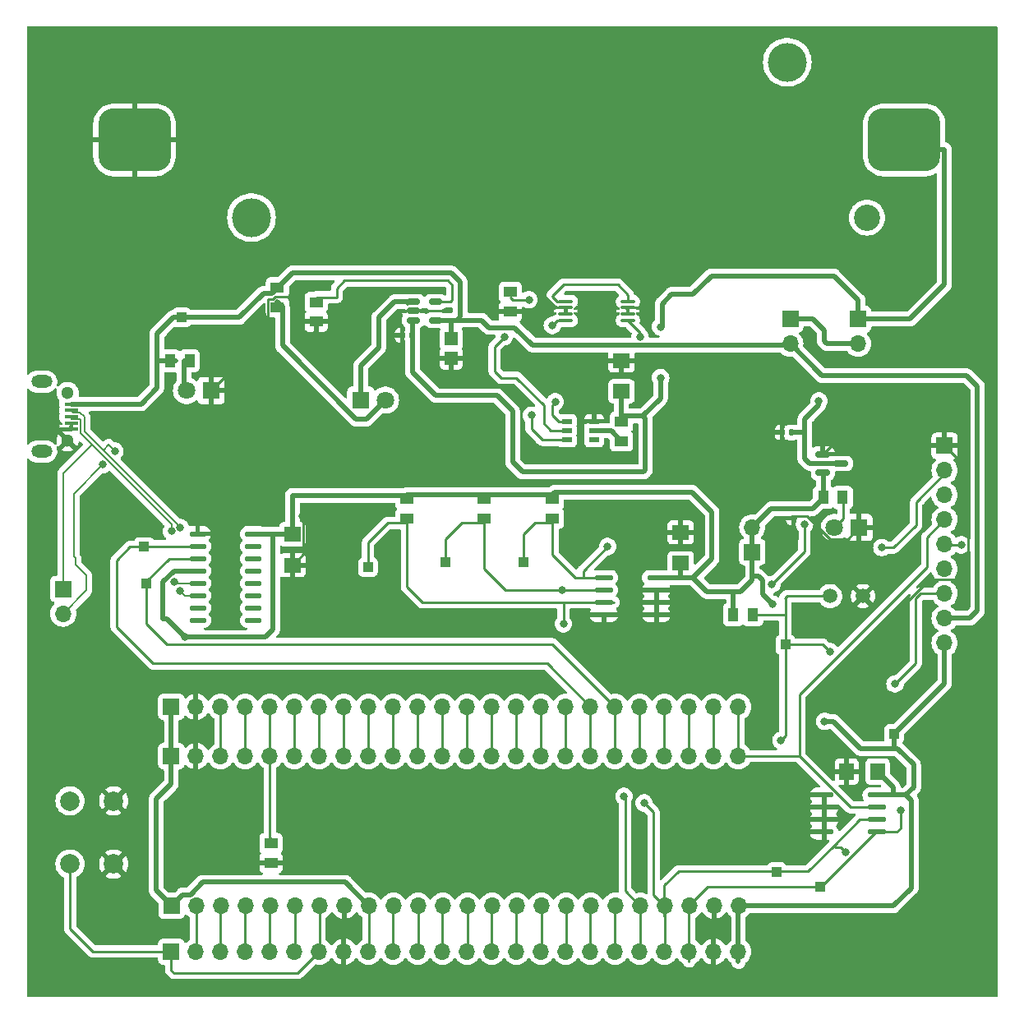
<source format=gbr>
%TF.GenerationSoftware,KiCad,Pcbnew,(7.0.0)*%
%TF.CreationDate,2023-04-24T10:58:27+02:00*%
%TF.ProjectId,Main Schematic,4d61696e-2053-4636-9865-6d617469632e,rev?*%
%TF.SameCoordinates,Original*%
%TF.FileFunction,Copper,L1,Top*%
%TF.FilePolarity,Positive*%
%FSLAX46Y46*%
G04 Gerber Fmt 4.6, Leading zero omitted, Abs format (unit mm)*
G04 Created by KiCad (PCBNEW (7.0.0)) date 2023-04-24 10:58:27*
%MOMM*%
%LPD*%
G01*
G04 APERTURE LIST*
G04 Aperture macros list*
%AMRoundRect*
0 Rectangle with rounded corners*
0 $1 Rounding radius*
0 $2 $3 $4 $5 $6 $7 $8 $9 X,Y pos of 4 corners*
0 Add a 4 corners polygon primitive as box body*
4,1,4,$2,$3,$4,$5,$6,$7,$8,$9,$2,$3,0*
0 Add four circle primitives for the rounded corners*
1,1,$1+$1,$2,$3*
1,1,$1+$1,$4,$5*
1,1,$1+$1,$6,$7*
1,1,$1+$1,$8,$9*
0 Add four rect primitives between the rounded corners*
20,1,$1+$1,$2,$3,$4,$5,0*
20,1,$1+$1,$4,$5,$6,$7,0*
20,1,$1+$1,$6,$7,$8,$9,0*
20,1,$1+$1,$8,$9,$2,$3,0*%
G04 Aperture macros list end*
%TA.AperFunction,SMDPad,CuDef*%
%ADD10R,1.000000X0.550013*%
%TD*%
%TA.AperFunction,ComponentPad*%
%ADD11R,1.700000X1.700000*%
%TD*%
%TA.AperFunction,ComponentPad*%
%ADD12O,1.700000X1.700000*%
%TD*%
%TA.AperFunction,ComponentPad*%
%ADD13C,4.000000*%
%TD*%
%TA.AperFunction,ComponentPad*%
%ADD14C,2.700000*%
%TD*%
%TA.AperFunction,SMDPad,CuDef*%
%ADD15RoundRect,1.625000X-2.125000X-1.625000X2.125000X-1.625000X2.125000X1.625000X-2.125000X1.625000X0*%
%TD*%
%TA.AperFunction,SMDPad,CuDef*%
%ADD16R,1.727991X1.485014*%
%TD*%
%TA.AperFunction,SMDPad,CuDef*%
%ADD17R,1.000000X1.000000*%
%TD*%
%TA.AperFunction,SMDPad,CuDef*%
%ADD18R,1.350013X1.410008*%
%TD*%
%TA.AperFunction,SMDPad,CuDef*%
%ADD19RoundRect,0.150000X-0.512500X-0.150000X0.512500X-0.150000X0.512500X0.150000X-0.512500X0.150000X0*%
%TD*%
%TA.AperFunction,SMDPad,CuDef*%
%ADD20R,1.132537X1.377013*%
%TD*%
%TA.AperFunction,SMDPad,CuDef*%
%ADD21R,1.377013X1.132537*%
%TD*%
%TA.AperFunction,SMDPad,CuDef*%
%ADD22RoundRect,0.140000X0.140000X0.170000X-0.140000X0.170000X-0.140000X-0.170000X0.140000X-0.170000X0*%
%TD*%
%TA.AperFunction,SMDPad,CuDef*%
%ADD23RoundRect,0.140000X-0.170000X0.140000X-0.170000X-0.140000X0.170000X-0.140000X0.170000X0.140000X0*%
%TD*%
%TA.AperFunction,SMDPad,CuDef*%
%ADD24R,1.485014X1.727991*%
%TD*%
%TA.AperFunction,SMDPad,CuDef*%
%ADD25O,1.950216X0.568402*%
%TD*%
%TA.AperFunction,ComponentPad*%
%ADD26R,1.800000X1.800000*%
%TD*%
%TA.AperFunction,ComponentPad*%
%ADD27C,1.800000*%
%TD*%
%TA.AperFunction,SMDPad,CuDef*%
%ADD28RoundRect,0.150000X-0.587500X-0.150000X0.587500X-0.150000X0.587500X0.150000X-0.587500X0.150000X0*%
%TD*%
%TA.AperFunction,SMDPad,CuDef*%
%ADD29O,1.500000X0.400000*%
%TD*%
%TA.AperFunction,SMDPad,CuDef*%
%ADD30R,1.400000X0.400000*%
%TD*%
%TA.AperFunction,ComponentPad*%
%ADD31C,1.300000*%
%TD*%
%TA.AperFunction,ComponentPad*%
%ADD32O,2.200000X1.300000*%
%TD*%
%TA.AperFunction,SMDPad,CuDef*%
%ADD33O,1.745009X0.559995*%
%TD*%
%TA.AperFunction,ComponentPad*%
%ADD34C,2.000000*%
%TD*%
%TA.AperFunction,ComponentPad*%
%ADD35C,1.500000*%
%TD*%
%TA.AperFunction,ViaPad*%
%ADD36C,0.800000*%
%TD*%
%TA.AperFunction,Conductor*%
%ADD37C,0.500000*%
%TD*%
%TA.AperFunction,Conductor*%
%ADD38C,0.250000*%
%TD*%
%TA.AperFunction,Conductor*%
%ADD39C,0.200000*%
%TD*%
G04 APERTURE END LIST*
D10*
%TO.P,IC1,1,OD*%
%TO.N,/Power Unit/OD*%
X156812885Y-79109186D03*
%TO.P,IC1,2,CS*%
%TO.N,Net-(IC1-CS)*%
X156812885Y-80059148D03*
%TO.P,IC1,3,OC*%
%TO.N,/Power Unit/OC*%
X156812885Y-81009110D03*
%TO.P,IC1,4,TD*%
%TO.N,unconnected-(IC1-TD-Pad4)*%
X159612987Y-81009110D03*
%TO.P,IC1,5,VCC*%
%TO.N,Net-(IC1-VCC)*%
X159612987Y-80059148D03*
%TO.P,IC1,6,GND*%
%TO.N,GND*%
X159612987Y-79109186D03*
%TD*%
D11*
%TO.P,J7,1,Pin_1*%
%TO.N,/USB D+*%
X104912885Y-96369186D03*
D12*
%TO.P,J7,2,Pin_2*%
%TO.N,/USB D-*%
X104912885Y-98909186D03*
%TD*%
D13*
%TO.P,BT1,*%
%TO.N,*%
X124312886Y-58109187D03*
X179512886Y-42109187D03*
D14*
X187732886Y-58109187D03*
D15*
%TO.P,BT1,1,+*%
%TO.N,/Power Unit/V1*%
X191562886Y-50109187D03*
%TO.P,BT1,2,-*%
%TO.N,GND*%
X112262886Y-50109187D03*
%TD*%
D16*
%TO.P,C6,1*%
%TO.N,GND*%
X168528999Y-90540833D03*
%TO.P,C6,2*%
%TO.N,/3.3V*%
X168528999Y-93725999D03*
%TD*%
%TO.P,C5,1*%
%TO.N,/Power Unit/V1*%
X162432999Y-76014582D03*
%TO.P,C5,2*%
%TO.N,GND*%
X162432999Y-72829416D03*
%TD*%
D17*
%TO.P,TP6,1,1*%
%TO.N,/RXD*%
X113259999Y-92029999D03*
%TD*%
D18*
%TO.P,C3,1*%
%TO.N,/5V*%
X144879999Y-70589999D03*
%TO.P,C3,2*%
%TO.N,GND*%
X144879999Y-72589999D03*
%TD*%
D16*
%TO.P,C7,1*%
%TO.N,/3.3V*%
X128523999Y-90736416D03*
%TO.P,C7,2*%
%TO.N,GND*%
X128523999Y-93921582D03*
%TD*%
D19*
%TO.P,U2,1,STAT*%
%TO.N,Net-(D1-K)*%
X140982886Y-66779187D03*
%TO.P,U2,2,VSS*%
%TO.N,GND*%
X140982886Y-67729187D03*
%TO.P,U2,3,VBAT*%
%TO.N,/Power Unit/V1*%
X140982886Y-68679187D03*
%TO.P,U2,4,VDD*%
%TO.N,/5V*%
X143257886Y-68679187D03*
%TO.P,U2,5,PROG*%
%TO.N,Net-(U2-PROG)*%
X143257886Y-66779187D03*
%TD*%
D20*
%TO.P,R9,1*%
%TO.N,/3.3V*%
X173959999Y-98989999D03*
%TO.P,R9,2*%
%TO.N,/ADC*%
X175959999Y-98989999D03*
%TD*%
D21*
%TO.P,R2,1*%
%TO.N,/5V*%
X126980091Y-65326760D03*
%TO.P,R2,2*%
%TO.N,Net-(D1-A)*%
X126980091Y-67326760D03*
%TD*%
D22*
%TO.P,C1,1*%
%TO.N,Net-(#FLG02-pwr)*%
X179940000Y-80270000D03*
%TO.P,C1,2*%
%TO.N,GND*%
X178980000Y-80270000D03*
%TD*%
D23*
%TO.P,C2,1*%
%TO.N,/3.3V*%
X180175386Y-88109187D03*
%TO.P,C2,2*%
%TO.N,GND*%
X180175386Y-89069187D03*
%TD*%
D24*
%TO.P,C8,1*%
%TO.N,/3.3V*%
X188815165Y-115189999D03*
%TO.P,C8,2*%
%TO.N,GND*%
X185629999Y-115189999D03*
%TD*%
D21*
%TO.P,R7,1*%
%TO.N,/3.3V*%
X148312885Y-87109186D03*
%TO.P,R7,2*%
%TO.N,/SCL*%
X148312885Y-89109186D03*
%TD*%
D25*
%TO.P,U4,1,E0*%
%TO.N,GND*%
X183314894Y-117604995D03*
%TO.P,U4,2,E1*%
X183314894Y-118874998D03*
%TO.P,U4,3,E2*%
X183314894Y-120145000D03*
%TO.P,U4,4,VSS*%
X183314894Y-121415003D03*
%TO.P,U4,5,SDA*%
%TO.N,/SDL*%
X188725104Y-121415003D03*
%TO.P,U4,6,SCL*%
%TO.N,/SCL*%
X188725104Y-120145000D03*
%TO.P,U4,7,~{WC}*%
%TO.N,/WRITE*%
X188725104Y-118874998D03*
%TO.P,U4,8,VCC*%
%TO.N,/3.3V*%
X188725104Y-117604995D03*
%TD*%
D26*
%TO.P,D3,1,K*%
%TO.N,GND*%
X186894999Y-90049999D03*
D27*
%TO.P,D3,2,A*%
%TO.N,Net-(D3-A)*%
X184355000Y-90050000D03*
%TD*%
D11*
%TO.P,J3,1,Pin_1*%
%TO.N,/3.3V*%
X116052885Y-113599186D03*
D12*
%TO.P,J3,2,Pin_2*%
%TO.N,GND*%
X118592885Y-113599186D03*
%TO.P,J3,3,Pin_3*%
%TO.N,/PB9*%
X121132885Y-113599186D03*
%TO.P,J3,4,Pin_4*%
%TO.N,/PB8*%
X123672885Y-113599186D03*
%TO.P,J3,5,Pin_5*%
%TO.N,/BOOT*%
X126212885Y-113599186D03*
%TO.P,J3,6,Pin_6*%
%TO.N,/PB7*%
X128752885Y-113599186D03*
%TO.P,J3,7,Pin_7*%
%TO.N,/PB6*%
X131292885Y-113599186D03*
%TO.P,J3,8,Pin_8*%
%TO.N,/PB5*%
X133832885Y-113599186D03*
%TO.P,J3,9,Pin_9*%
%TO.N,/PB4*%
X136372885Y-113599186D03*
%TO.P,J3,10,Pin_10*%
%TO.N,/PB3*%
X138912885Y-113599186D03*
%TO.P,J3,11,Pin_11*%
%TO.N,/PA15*%
X141452885Y-113599186D03*
%TO.P,J3,12,Pin_12*%
%TO.N,/PA14*%
X143992885Y-113599186D03*
%TO.P,J3,13,Pin_13*%
%TO.N,/PF7*%
X146532885Y-113599186D03*
%TO.P,J3,14,Pin_14*%
%TO.N,/PF6*%
X149072885Y-113599186D03*
%TO.P,J3,15,Pin_15*%
%TO.N,/PA13*%
X151612885Y-113599186D03*
%TO.P,J3,16,Pin_16*%
%TO.N,/PA12*%
X154152885Y-113599186D03*
%TO.P,J3,17,Pin_17*%
%TO.N,/PA11*%
X156692885Y-113599186D03*
%TO.P,J3,18,Pin_18*%
%TO.N,/RXD*%
X159232885Y-113599186D03*
%TO.P,J3,19,Pin_19*%
%TO.N,/TXD*%
X161772885Y-113599186D03*
%TO.P,J3,20,Pin_20*%
%TO.N,/PA8*%
X164312885Y-113599186D03*
%TO.P,J3,21,Pin_21*%
%TO.N,/PB15*%
X166852885Y-113599186D03*
%TO.P,J3,22,Pin_22*%
%TO.N,/PB14*%
X169392885Y-113599186D03*
%TO.P,J3,23,Pin_23*%
%TO.N,/PB13*%
X171932885Y-113599186D03*
%TO.P,J3,24,Pin_24*%
%TO.N,/WRITE*%
X174472885Y-113599186D03*
%TD*%
D17*
%TO.P,TP10,1,1*%
%TO.N,/SCL*%
X178439999Y-125529999D03*
%TD*%
D11*
%TO.P,J8,1,Pin_1*%
%TO.N,/3.3V*%
X116052885Y-108519186D03*
D12*
%TO.P,J8,2,Pin_2*%
%TO.N,GND*%
X118592885Y-108519186D03*
%TO.P,J8,3,Pin_3*%
%TO.N,/PB9*%
X121132885Y-108519186D03*
%TO.P,J8,4,Pin_4*%
%TO.N,/PB8*%
X123672885Y-108519186D03*
%TO.P,J8,5,Pin_5*%
%TO.N,/BOOT*%
X126212885Y-108519186D03*
%TO.P,J8,6,Pin_6*%
%TO.N,/PB7*%
X128752885Y-108519186D03*
%TO.P,J8,7,Pin_7*%
%TO.N,/PB6*%
X131292885Y-108519186D03*
%TO.P,J8,8,Pin_8*%
%TO.N,/PB5*%
X133832885Y-108519186D03*
%TO.P,J8,9,Pin_9*%
%TO.N,/PB4*%
X136372885Y-108519186D03*
%TO.P,J8,10,Pin_10*%
%TO.N,/PB3*%
X138912885Y-108519186D03*
%TO.P,J8,11,Pin_11*%
%TO.N,/PA15*%
X141452885Y-108519186D03*
%TO.P,J8,12,Pin_12*%
%TO.N,/PA14*%
X143992885Y-108519186D03*
%TO.P,J8,13,Pin_13*%
%TO.N,/PF7*%
X146532885Y-108519186D03*
%TO.P,J8,14,Pin_14*%
%TO.N,/PF6*%
X149072885Y-108519186D03*
%TO.P,J8,15,Pin_15*%
%TO.N,/PA13*%
X151612885Y-108519186D03*
%TO.P,J8,16,Pin_16*%
%TO.N,/PA12*%
X154152885Y-108519186D03*
%TO.P,J8,17,Pin_17*%
%TO.N,/PA11*%
X156692885Y-108519186D03*
%TO.P,J8,18,Pin_18*%
%TO.N,/RXD*%
X159232885Y-108519186D03*
%TO.P,J8,19,Pin_19*%
%TO.N,/TXD*%
X161772885Y-108519186D03*
%TO.P,J8,20,Pin_20*%
%TO.N,/PA8*%
X164312885Y-108519186D03*
%TO.P,J8,21,Pin_21*%
%TO.N,/PB15*%
X166852885Y-108519186D03*
%TO.P,J8,22,Pin_22*%
%TO.N,/PB14*%
X169392885Y-108519186D03*
%TO.P,J8,23,Pin_23*%
%TO.N,/PB13*%
X171932885Y-108519186D03*
%TO.P,J8,24,Pin_24*%
%TO.N,/WRITE*%
X174472885Y-108519186D03*
%TD*%
D21*
%TO.P,R1,1*%
%TO.N,/BOOT*%
X126312885Y-122571686D03*
%TO.P,R1,2*%
%TO.N,GND*%
X126312885Y-124571686D03*
%TD*%
D22*
%TO.P,C4,1*%
%TO.N,/Power Unit/V1*%
X140815000Y-70231000D03*
%TO.P,C4,2*%
%TO.N,GND*%
X139855000Y-70231000D03*
%TD*%
D17*
%TO.P,TP7,1,1*%
%TO.N,/TXD*%
X113459999Y-95799999D03*
%TD*%
D11*
%TO.P,J10,1,Pin_1*%
%TO.N,/3.3V*%
X175909999Y-92559999D03*
D12*
%TO.P,J10,2,Pin_2*%
X175909999Y-90019999D03*
%TD*%
D21*
%TO.P,R8,1*%
%TO.N,/3.3V*%
X155312885Y-87109186D03*
%TO.P,R8,2*%
%TO.N,/SDL*%
X155312885Y-89109186D03*
%TD*%
D26*
%TO.P,D4,1,K*%
%TO.N,GND*%
X120159999Y-75939999D03*
D27*
%TO.P,D4,2,A*%
%TO.N,Net-(D4-A)*%
X117620000Y-75940000D03*
%TD*%
D26*
%TO.P,D1,1,K*%
%TO.N,Net-(D1-K)*%
X135572885Y-76909186D03*
D27*
%TO.P,D1,2,A*%
%TO.N,Net-(D1-A)*%
X138112886Y-76909187D03*
%TD*%
D11*
%TO.P,J1,1,Pin_1*%
%TO.N,/3.3V*%
X116079999Y-129009999D03*
D12*
%TO.P,J1,2,Pin_2*%
%TO.N,/PC13*%
X118619999Y-129009999D03*
%TO.P,J1,3,Pin_3*%
%TO.N,/PC14*%
X121159999Y-129009999D03*
%TO.P,J1,4,Pin_4*%
%TO.N,/PC15*%
X123699999Y-129009999D03*
%TO.P,J1,5,Pin_5*%
%TO.N,/PF0*%
X126239999Y-129009999D03*
%TO.P,J1,6,Pin_6*%
%TO.N,/PF1*%
X128779999Y-129009999D03*
%TO.P,J1,7,Pin_7*%
%TO.N,/NRST*%
X131319999Y-129009999D03*
%TO.P,J1,8,Pin_8*%
%TO.N,GND*%
X133859999Y-129009999D03*
%TO.P,J1,9,Pin_9*%
%TO.N,/3.3V*%
X136399999Y-129009999D03*
%TO.P,J1,10,Pin_10*%
%TO.N,/PA0*%
X138939999Y-129009999D03*
%TO.P,J1,11,Pin_11*%
%TO.N,/PA1*%
X141479999Y-129009999D03*
%TO.P,J1,12,Pin_12*%
%TO.N,/PA2*%
X144019999Y-129009999D03*
%TO.P,J1,13,Pin_13*%
%TO.N,/PA3*%
X146559999Y-129009999D03*
%TO.P,J1,14,Pin_14*%
%TO.N,/ADC*%
X149099999Y-129009999D03*
%TO.P,J1,15,Pin_15*%
%TO.N,/PA5*%
X151639999Y-129009999D03*
%TO.P,J1,16,Pin_16*%
%TO.N,/PA6*%
X154179999Y-129009999D03*
%TO.P,J1,17,Pin_17*%
%TO.N,/PA7*%
X156719999Y-129009999D03*
%TO.P,J1,18,Pin_18*%
%TO.N,/PB0*%
X159259999Y-129009999D03*
%TO.P,J1,19,Pin_19*%
%TO.N,/PB1*%
X161799999Y-129009999D03*
%TO.P,J1,20,Pin_20*%
%TO.N,/OS*%
X164339999Y-129009999D03*
%TO.P,J1,21,Pin_21*%
%TO.N,/SCL*%
X166879999Y-129009999D03*
%TO.P,J1,22,Pin_22*%
%TO.N,/SDL*%
X169419999Y-129009999D03*
%TO.P,J1,23,Pin_23*%
%TO.N,GND*%
X171959999Y-129009999D03*
%TO.P,J1,24,Pin_24*%
%TO.N,/3.3V*%
X174499999Y-129009999D03*
%TD*%
D17*
%TO.P,TP11,1,1*%
%TO.N,/SDL*%
X182919999Y-127079999D03*
%TD*%
%TO.P,TP5,1,1*%
%TO.N,/ADC*%
X179312885Y-102109186D03*
%TD*%
D11*
%TO.P,J4,1,Pin_1*%
%TO.N,/Power Unit/V1*%
X186812885Y-68569186D03*
D12*
%TO.P,J4,2,Pin_2*%
%TO.N,Net-(#FLG02-pwr)*%
X186812885Y-71109186D03*
%TD*%
D21*
%TO.P,R4,1*%
%TO.N,GND*%
X150982885Y-67779186D03*
%TO.P,R4,2*%
%TO.N,Net-(IC1-CS)*%
X150982885Y-65779186D03*
%TD*%
D20*
%TO.P,R12,1*%
%TO.N,/3.3V*%
X183209999Y-86949999D03*
%TO.P,R12,2*%
%TO.N,Net-(D3-A)*%
X185209999Y-86949999D03*
%TD*%
D11*
%TO.P,J5,1,Pin_1*%
%TO.N,Net-(#FLG02-pwr)*%
X179812885Y-68569186D03*
D12*
%TO.P,J5,2,Pin_2*%
%TO.N,/5V*%
X179812885Y-71109186D03*
%TD*%
D17*
%TO.P,TP12,1,1*%
%TO.N,/3.3V*%
X190519999Y-111309999D03*
%TD*%
D28*
%TO.P,U1,1,GND*%
%TO.N,GND*%
X183172500Y-82500000D03*
%TO.P,U1,2,VO*%
%TO.N,/3.3V*%
X183172500Y-84400000D03*
%TO.P,U1,3,VI*%
%TO.N,Net-(#FLG02-pwr)*%
X185047500Y-83450000D03*
%TD*%
D25*
%TO.P,IC2,1,SDA*%
%TO.N,/SDL*%
X160607780Y-95204182D03*
%TO.P,IC2,2,SCL*%
%TO.N,/SCL*%
X160607780Y-96474185D03*
%TO.P,IC2,3,OS*%
%TO.N,/OS*%
X160607780Y-97744187D03*
%TO.P,IC2,4,GND*%
%TO.N,GND*%
X160607780Y-99014190D03*
%TO.P,IC2,5,A2*%
X166017990Y-99014190D03*
%TO.P,IC2,6,A1*%
X166017990Y-97744187D03*
%TO.P,IC2,7,A0*%
X166017990Y-96474185D03*
%TO.P,IC2,8,VCC*%
%TO.N,/3.3V*%
X166017990Y-95204182D03*
%TD*%
D11*
%TO.P,J11,1,Pin_1*%
%TO.N,GND*%
X195719999Y-81619999D03*
D12*
%TO.P,J11,2,Pin_2*%
%TO.N,/RXD*%
X195719999Y-84159999D03*
%TO.P,J11,3,Pin_3*%
%TO.N,/TXD*%
X195719999Y-86699999D03*
%TO.P,J11,4,Pin_4*%
%TO.N,/WRITE*%
X195719999Y-89239999D03*
%TO.P,J11,5,Pin_5*%
%TO.N,/SCL*%
X195719999Y-91779999D03*
%TO.P,J11,6,Pin_6*%
%TO.N,/SDL*%
X195719999Y-94319999D03*
%TO.P,J11,7,Pin_7*%
%TO.N,/ADC*%
X195719999Y-96859999D03*
%TO.P,J11,8,Pin_8*%
%TO.N,/5V*%
X195719999Y-99399999D03*
%TO.P,J11,9,Pin_9*%
%TO.N,/3.3V*%
X195719999Y-101939999D03*
%TD*%
D17*
%TO.P,TP1,1,1*%
%TO.N,/5V*%
X117099999Y-68399999D03*
%TD*%
%TO.P,TP3,1,1*%
%TO.N,/SCL*%
X144312885Y-93571686D03*
%TD*%
D21*
%TO.P,R3,1*%
%TO.N,Net-(U2-PROG)*%
X130982885Y-66816686D03*
%TO.P,R3,2*%
%TO.N,GND*%
X130982885Y-68816686D03*
%TD*%
D20*
%TO.P,R13,1*%
%TO.N,/5V*%
X115922816Y-72859999D03*
%TO.P,R13,2*%
%TO.N,Net-(D4-A)*%
X117922816Y-72859999D03*
%TD*%
D17*
%TO.P,TP4,1,1*%
%TO.N,/SDL*%
X152312885Y-93571686D03*
%TD*%
D29*
%TO.P,Q1,1,D12_1*%
%TO.N,/Power Unit/D12*%
X156682530Y-66753913D03*
%TO.P,Q1,2,S1_1*%
%TO.N,GND*%
X156682530Y-67404154D03*
%TO.P,Q1,3,S1_2*%
X156682530Y-68054396D03*
%TO.P,Q1,4,G1*%
%TO.N,/Power Unit/OC*%
X156682530Y-68704637D03*
%TO.P,Q1,5,G2*%
%TO.N,/Power Unit/OD*%
X163083342Y-68704637D03*
%TO.P,Q1,6,S2_1*%
%TO.N,GND*%
X163083342Y-68054396D03*
%TO.P,Q1,7,S2_2*%
X163083342Y-67404154D03*
%TO.P,Q1,8,D12_2*%
%TO.N,/Power Unit/D12*%
X163083342Y-66753913D03*
%TD*%
D21*
%TO.P,R5,1*%
%TO.N,Net-(IC1-VCC)*%
X162432999Y-81136999D03*
%TO.P,R5,2*%
%TO.N,/Power Unit/V1*%
X162432999Y-79136999D03*
%TD*%
D30*
%TO.P,J6,1,VBUS*%
%TO.N,/5V*%
X105742172Y-77313024D03*
%TO.P,J6,2,D-*%
%TO.N,/USB D-*%
X105742172Y-77963012D03*
%TO.P,J6,3,D+*%
%TO.N,/USB D+*%
X105742172Y-78612999D03*
%TO.P,J6,4,ID*%
%TO.N,GND*%
X105742172Y-79262986D03*
%TO.P,J6,5,GND*%
X105742172Y-79912974D03*
D31*
%TO.P,J6,6,Shield*%
X105369554Y-81037943D03*
D32*
%TO.P,J6,7*%
%TO.N,N/C*%
X102699500Y-82212948D03*
%TO.P,J6,8*%
X102699500Y-75013050D03*
D31*
%TO.P,J6,9*%
X105369554Y-76188057D03*
%TD*%
D33*
%TO.P,U3,1,GND*%
%TO.N,GND*%
X118767901Y-90689171D03*
%TO.P,U3,2,TXD*%
%TO.N,/RXD*%
X118767901Y-91959174D03*
%TO.P,U3,3,RXD*%
%TO.N,/TXD*%
X118767901Y-93229176D03*
%TO.P,U3,4,V3*%
%TO.N,/3.3V*%
X118767901Y-94499179D03*
%TO.P,U3,5,UD+*%
%TO.N,/USB D+*%
X118767901Y-95769181D03*
%TO.P,U3,6,UD-*%
%TO.N,/USB D-*%
X118767901Y-97039184D03*
%TO.P,U3,7,NC.*%
%TO.N,unconnected-(U3-NC.-Pad7)*%
X118767901Y-98309186D03*
%TO.P,U3,8,~{OUT}*%
%TO.N,unconnected-(U3-~{OUT}-Pad8)*%
X118767901Y-99579189D03*
%TO.P,U3,9,~{CTS}*%
%TO.N,unconnected-(U3-~{CTS}-Pad9)*%
X124512885Y-99579189D03*
%TO.P,U3,10,~{DSR}*%
%TO.N,unconnected-(U3-~{DSR}-Pad10)*%
X124512885Y-98309186D03*
%TO.P,U3,11,~{RI}*%
%TO.N,unconnected-(U3-~{RI}-Pad11)*%
X124512885Y-97039184D03*
%TO.P,U3,12,~{DCD}*%
%TO.N,unconnected-(U3-~{DCD}-Pad12)*%
X124512885Y-95769181D03*
%TO.P,U3,13,~{DTR}*%
%TO.N,unconnected-(U3-~{DTR}-Pad13)*%
X124512885Y-94499179D03*
%TO.P,U3,14,~{RTS}*%
%TO.N,unconnected-(U3-~{RTS}-Pad14)*%
X124512885Y-93229176D03*
%TO.P,U3,15,R232*%
%TO.N,unconnected-(U3-R232-Pad15)*%
X124512885Y-91959174D03*
%TO.P,U3,16,VCC*%
%TO.N,/3.3V*%
X124512885Y-90689171D03*
%TD*%
D34*
%TO.P,SW1,1,1*%
%TO.N,GND*%
X110112886Y-118209187D03*
X110112886Y-124709187D03*
%TO.P,SW1,2,2*%
%TO.N,/NRST*%
X105612886Y-118209187D03*
X105612886Y-124709187D03*
%TD*%
D35*
%TO.P,R10,1*%
%TO.N,/ADC*%
X183912886Y-97109187D03*
%TO.P,R10,2*%
%TO.N,GND*%
X187312886Y-97109187D03*
%TD*%
D17*
%TO.P,TP2,1,1*%
%TO.N,/OS*%
X136312885Y-94109186D03*
%TD*%
D21*
%TO.P,R6,1*%
%TO.N,/3.3V*%
X140312885Y-87109186D03*
%TO.P,R6,2*%
%TO.N,/OS*%
X140312885Y-89109186D03*
%TD*%
D11*
%TO.P,J9,1,Pin_1*%
%TO.N,/NRST*%
X116052885Y-133730999D03*
D12*
%TO.P,J9,2,Pin_2*%
%TO.N,/PC13*%
X118592885Y-133730999D03*
%TO.P,J9,3,Pin_3*%
%TO.N,/PC14*%
X121132885Y-133730999D03*
%TO.P,J9,4,Pin_4*%
%TO.N,/PC15*%
X123672885Y-133730999D03*
%TO.P,J9,5,Pin_5*%
%TO.N,/PF0*%
X126212885Y-133730999D03*
%TO.P,J9,6,Pin_6*%
%TO.N,/PF1*%
X128752885Y-133730999D03*
%TO.P,J9,7,Pin_7*%
%TO.N,/NRST*%
X131292885Y-133730999D03*
%TO.P,J9,8,Pin_8*%
%TO.N,GND*%
X133832885Y-133730999D03*
%TO.P,J9,9,Pin_9*%
%TO.N,/3.3V*%
X136372885Y-133730999D03*
%TO.P,J9,10,Pin_10*%
%TO.N,/PA0*%
X138912885Y-133730999D03*
%TO.P,J9,11,Pin_11*%
%TO.N,/PA1*%
X141452885Y-133730999D03*
%TO.P,J9,12,Pin_12*%
%TO.N,/PA2*%
X143992885Y-133730999D03*
%TO.P,J9,13,Pin_13*%
%TO.N,/PA3*%
X146532885Y-133730999D03*
%TO.P,J9,14,Pin_14*%
%TO.N,/ADC*%
X149072885Y-133730999D03*
%TO.P,J9,15,Pin_15*%
%TO.N,/PA5*%
X151612885Y-133730999D03*
%TO.P,J9,16,Pin_16*%
%TO.N,/PA6*%
X154152885Y-133730999D03*
%TO.P,J9,17,Pin_17*%
%TO.N,/PA7*%
X156692885Y-133730999D03*
%TO.P,J9,18,Pin_18*%
%TO.N,/PB0*%
X159232885Y-133730999D03*
%TO.P,J9,19,Pin_19*%
%TO.N,/PB1*%
X161772885Y-133730999D03*
%TO.P,J9,20,Pin_20*%
%TO.N,/OS*%
X164312885Y-133730999D03*
%TO.P,J9,21,Pin_21*%
%TO.N,/SCL*%
X166852885Y-133730999D03*
%TO.P,J9,22,Pin_22*%
%TO.N,/SDL*%
X169392885Y-133730999D03*
%TO.P,J9,23,Pin_23*%
%TO.N,GND*%
X171932885Y-133730999D03*
%TO.P,J9,24,Pin_24*%
%TO.N,/3.3V*%
X174472885Y-133730999D03*
%TD*%
D36*
%TO.N,/Power Unit/V1*%
X166462886Y-69359187D03*
X166462886Y-74609187D03*
%TO.N,GND*%
X172720000Y-86360000D03*
X129540000Y-88900000D03*
X129540000Y-71120000D03*
X190500000Y-99060000D03*
X198120000Y-101600000D03*
%TO.N,/3.3V*%
X183362886Y-110009187D03*
X178012886Y-97959187D03*
X117475000Y-101346000D03*
%TO.N,/Power Unit/OC*%
X153162000Y-78486000D03*
X155310000Y-69230000D03*
%TO.N,Net-(IC1-CS)*%
X150362886Y-70389187D03*
X152902886Y-66579187D03*
%TO.N,/Power Unit/OD*%
X155612886Y-77109187D03*
X164332886Y-70384687D03*
%TO.N,/SDL*%
X161000000Y-92000000D03*
X191162886Y-119209187D03*
%TO.N,/SCL*%
X197440000Y-91830000D03*
X164760000Y-118410000D03*
X156337000Y-96520000D03*
X185500000Y-123500000D03*
%TO.N,/OS*%
X156450000Y-99950000D03*
X162687000Y-117729000D03*
X162687000Y-117729000D03*
%TO.N,/ADC*%
X178862886Y-111959187D03*
X190612886Y-106159187D03*
X183880000Y-102820000D03*
%TO.N,/RXD*%
X189262886Y-92109187D03*
%TO.N,/USB D+*%
X116078000Y-90424000D03*
X116332000Y-95631000D03*
%TO.N,/USB D-*%
X110236000Y-82169000D03*
X108966000Y-83566000D03*
X116960000Y-96550000D03*
X116967000Y-90043000D03*
%TO.N,/TXD*%
X181290000Y-89710000D03*
X177912886Y-95909187D03*
%TO.N,Net-(#FLG02-pwr)*%
X182762886Y-77009187D03*
%TD*%
D37*
%TO.N,/Power Unit/V1*%
X164900000Y-84120000D02*
X164900000Y-78800000D01*
X186812886Y-66609187D02*
X184312886Y-64109187D01*
X140912886Y-68749187D02*
X140912886Y-74059187D01*
X184312886Y-64109187D02*
X171712886Y-64109187D01*
X168482886Y-66025821D02*
X167596252Y-66025821D01*
X167596252Y-66025821D02*
X166612886Y-67009187D01*
X149612886Y-76459187D02*
X151212886Y-78059187D01*
X169796252Y-66025821D02*
X168482886Y-66025821D01*
X192152886Y-68569187D02*
X195712886Y-65009187D01*
D38*
X192562886Y-51109187D02*
X191562886Y-50109187D01*
D37*
X166462886Y-74609187D02*
X166462886Y-76725948D01*
X151212886Y-78059187D02*
X151212886Y-83309187D01*
D38*
X140982886Y-68679187D02*
X140912886Y-68749187D01*
D37*
X166462886Y-76725948D02*
X164644417Y-78544417D01*
X186812886Y-68569187D02*
X186812886Y-66609187D01*
X195712886Y-51109187D02*
X192562886Y-51109187D01*
X143312886Y-76459187D02*
X149612886Y-76459187D01*
X186812886Y-68569187D02*
X192152886Y-68569187D01*
D38*
X166612886Y-69209187D02*
X166462886Y-69359187D01*
D37*
X164710813Y-84309187D02*
X164900000Y-84120000D01*
X152212886Y-84309187D02*
X164710813Y-84309187D01*
X164644417Y-78544417D02*
X162433000Y-78544417D01*
X171712886Y-64109187D02*
X169796252Y-66025821D01*
D38*
X140642886Y-68679187D02*
X140982886Y-68679187D01*
D37*
X195712886Y-65009187D02*
X195712886Y-51109187D01*
X140912886Y-74059187D02*
X143312886Y-76459187D01*
X164900000Y-78800000D02*
X164644417Y-78544417D01*
X162433000Y-76014583D02*
X162433000Y-78544417D01*
X151212886Y-83309187D02*
X152212886Y-84309187D01*
X166612886Y-67009187D02*
X166612886Y-69209187D01*
D38*
%TO.N,GND*%
X155682531Y-67404155D02*
X154400000Y-66121624D01*
X164695845Y-67404155D02*
X163083343Y-67404155D01*
X129540000Y-67373801D02*
X129540000Y-71120000D01*
X198120000Y-94324000D02*
X197022000Y-95422000D01*
X194138000Y-95422000D02*
X190500000Y-99060000D01*
X129639995Y-88999995D02*
X129540000Y-88900000D01*
X198120000Y-84020000D02*
X198120000Y-94324000D01*
X184063313Y-81609187D02*
X183172500Y-82500000D01*
X130982886Y-69677114D02*
X129540000Y-71120000D01*
X130982886Y-68816687D02*
X130982886Y-69677114D01*
X154400000Y-66121624D02*
X154400000Y-65100000D01*
X197022000Y-95422000D02*
X194138000Y-95422000D01*
X195712886Y-81609187D02*
X184063313Y-81609187D01*
X154400000Y-65100000D02*
X155350000Y-64150000D01*
X128524000Y-93921583D02*
X129639995Y-92805588D01*
X186895000Y-90050000D02*
X185743000Y-91202000D01*
X128424275Y-66258076D02*
X129540000Y-67373801D01*
X195720000Y-81620000D02*
X198120000Y-84020000D01*
X155350000Y-64150000D02*
X162350000Y-64150000D01*
X126772364Y-66258076D02*
X128424275Y-66258076D01*
X162350000Y-64150000D02*
X164700000Y-66500000D01*
X185743000Y-91202000D02*
X183877825Y-91202000D01*
X129639995Y-92805588D02*
X129639995Y-88999995D01*
X156682531Y-67404155D02*
X155682531Y-67404155D01*
X126039586Y-66508493D02*
X126521947Y-66508493D01*
X181575825Y-88900000D02*
X180340000Y-88900000D01*
X126039586Y-70060414D02*
X126039586Y-66508493D01*
X163083343Y-67404155D02*
X163083343Y-68054397D01*
X120160000Y-75940000D02*
X126039586Y-70060414D01*
X164700000Y-66500000D02*
X164700000Y-67400000D01*
X133880000Y-129200000D02*
X133880000Y-133850000D01*
X156682531Y-67404155D02*
X156682531Y-68054397D01*
X183877825Y-91202000D02*
X181575825Y-88900000D01*
X126521947Y-66508493D02*
X126772364Y-66258076D01*
X164700000Y-67400000D02*
X164695845Y-67404155D01*
D37*
%TO.N,/3.3V*%
X126492000Y-90736417D02*
X124560131Y-90736417D01*
X140235552Y-86724021D02*
X131112886Y-86724021D01*
X174712886Y-96646687D02*
X173940000Y-96646687D01*
X117212000Y-127878000D02*
X118016759Y-127878000D01*
X183225386Y-86996687D02*
X183225386Y-84609187D01*
X192532000Y-115824000D02*
X192532000Y-114478301D01*
X128524000Y-90736417D02*
X126492000Y-90736417D01*
X192278000Y-127194073D02*
X192278000Y-127000000D01*
X183224573Y-84610000D02*
X183225386Y-84609187D01*
X188815166Y-115190000D02*
X190430000Y-116804834D01*
X174472886Y-134759187D02*
X174472886Y-128982886D01*
X124560131Y-90736417D02*
X124512886Y-90689172D01*
X192278000Y-127102548D02*
X192278000Y-118135992D01*
X174472886Y-128982886D02*
X174470000Y-128980000D01*
X171762886Y-88459187D02*
X169690220Y-86386521D01*
X116080000Y-129010000D02*
X117212000Y-127878000D01*
X175912886Y-95059187D02*
X175912886Y-90059187D01*
X190862886Y-112809187D02*
X190340000Y-112809187D01*
X187062886Y-112809187D02*
X184262886Y-110009187D01*
D38*
X173960000Y-96666687D02*
X173940000Y-96646687D01*
X136380000Y-129020000D02*
X136380000Y-133670000D01*
D37*
X177862886Y-88109187D02*
X180175386Y-88109187D01*
X190340000Y-112809187D02*
X187062886Y-112809187D01*
X195720000Y-106110000D02*
X190520000Y-111310000D01*
X116052886Y-108519187D02*
X116052886Y-113599187D01*
X184262886Y-110009187D02*
X183362886Y-110009187D01*
X126492000Y-100588000D02*
X125734000Y-101346000D01*
X116052886Y-116447114D02*
X114500000Y-118000000D01*
D38*
X117602000Y-101219000D02*
X117475000Y-101092000D01*
D37*
X171250386Y-96646687D02*
X169807882Y-95204183D01*
X128524000Y-86724021D02*
X128772886Y-86724021D01*
X148312886Y-86646687D02*
X140312886Y-86646687D01*
X175912886Y-95446687D02*
X175912886Y-95059187D01*
X171762886Y-93249179D02*
X171762886Y-88459187D01*
X168529000Y-94996000D02*
X168529000Y-93726000D01*
X190430000Y-116804834D02*
X190430000Y-117604996D01*
X166812886Y-86386521D02*
X155573052Y-86386521D01*
X190430000Y-117604996D02*
X191747004Y-117604996D01*
X176962886Y-96909187D02*
X178012886Y-97959187D01*
X176512886Y-95059187D02*
X176962886Y-95509187D01*
X174712886Y-96646687D02*
X175912886Y-95446687D01*
X174472886Y-129032000D02*
X190440073Y-129032000D01*
X182112886Y-88109187D02*
X183225386Y-86996687D01*
X118767902Y-94499180D02*
X116320820Y-94499180D01*
X133970000Y-126580000D02*
X136370000Y-128980000D01*
X192278000Y-118135992D02*
X191747004Y-117604996D01*
X140312886Y-86646687D02*
X140235552Y-86724021D01*
X192532000Y-114478301D02*
X190862886Y-112809187D01*
X175912886Y-90059187D02*
X177862886Y-88109187D01*
X188725105Y-117604996D02*
X190430000Y-117604996D01*
X114500000Y-127430000D02*
X116080000Y-129010000D01*
X190440073Y-129032000D02*
X192278000Y-127194073D01*
X115570000Y-99441000D02*
X117475000Y-101346000D01*
X115189000Y-95631000D02*
X115189000Y-99441000D01*
X183252073Y-86970000D02*
X183225386Y-86996687D01*
X168320817Y-95204183D02*
X168529000Y-94996000D01*
X155573052Y-86386521D02*
X155312886Y-86646687D01*
X169690220Y-86386521D02*
X166812886Y-86386521D01*
X192532000Y-115824000D02*
X192532000Y-116820000D01*
X190520000Y-112629187D02*
X190340000Y-112809187D01*
X125734000Y-101346000D02*
X117475000Y-101346000D01*
X116320820Y-94499180D02*
X115189000Y-95631000D01*
X176962886Y-95509187D02*
X176962886Y-96909187D01*
X114500000Y-118000000D02*
X114500000Y-127430000D01*
X155312886Y-86646687D02*
X148312886Y-86646687D01*
X116052886Y-113599187D02*
X116052886Y-116447114D01*
X168320817Y-95204183D02*
X169807882Y-95204183D01*
X169807882Y-95204183D02*
X171762886Y-93249179D01*
X166017991Y-95204183D02*
X168320817Y-95204183D01*
X115189000Y-99441000D02*
X115570000Y-99441000D01*
X126492000Y-90736417D02*
X126492000Y-100588000D01*
X128524000Y-86724021D02*
X128524000Y-90736417D01*
X175912886Y-95059187D02*
X176512886Y-95059187D01*
X173960000Y-98990000D02*
X173960000Y-96666687D01*
X180175386Y-88109187D02*
X182112886Y-88109187D01*
X191747004Y-117604996D02*
X192532000Y-116820000D01*
X173940000Y-96646687D02*
X171250386Y-96646687D01*
X118016759Y-127878000D02*
X119314759Y-126580000D01*
X119314759Y-126580000D02*
X133970000Y-126580000D01*
X128772886Y-86724021D02*
X131112886Y-86724021D01*
X190520000Y-111310000D02*
X190520000Y-112629187D01*
X195720000Y-101940000D02*
X195720000Y-106110000D01*
%TO.N,/5V*%
X148039187Y-68679187D02*
X148800000Y-69440000D01*
X112936975Y-77313025D02*
X114550000Y-75700000D01*
X199112886Y-98609187D02*
X199112886Y-75509187D01*
X145812886Y-68309187D02*
X145812886Y-64709187D01*
D38*
X114550000Y-72920000D02*
X114610000Y-72860000D01*
D37*
X105742173Y-77313025D02*
X112936975Y-77313025D01*
X198012886Y-74409187D02*
X183112886Y-74409187D01*
D38*
X144907000Y-68885073D02*
X145112886Y-68679187D01*
D37*
X114610000Y-72860000D02*
X116490000Y-72860000D01*
X144907000Y-70563000D02*
X144907000Y-68885073D01*
X183112886Y-74409187D02*
X179812886Y-71109187D01*
X151443699Y-69440000D02*
X153238386Y-71234687D01*
X123046853Y-68400000D02*
X117100000Y-68400000D01*
X145112886Y-68679187D02*
X143257886Y-68679187D01*
X195712886Y-99389187D02*
X198332886Y-99389187D01*
X145112886Y-68679187D02*
X148039187Y-68679187D01*
X144880000Y-70590000D02*
X144907000Y-70563000D01*
X125552909Y-65893944D02*
X123046853Y-68400000D01*
X126427266Y-65893944D02*
X125552909Y-65893944D01*
X114550000Y-70100000D02*
X116250000Y-68400000D01*
X145812886Y-64709187D02*
X144912886Y-63809187D01*
X128512023Y-63809187D02*
X126427266Y-65893944D01*
X114550000Y-75700000D02*
X114550000Y-72920000D01*
X145112886Y-68679187D02*
X145442886Y-68679187D01*
X144912886Y-63809187D02*
X128512023Y-63809187D01*
X198332886Y-99389187D02*
X199112886Y-98609187D01*
X153238386Y-71234687D02*
X179687386Y-71234687D01*
X148800000Y-69440000D02*
X151443699Y-69440000D01*
X114550000Y-72920000D02*
X114550000Y-70100000D01*
X199112886Y-75509187D02*
X198012886Y-74409187D01*
X145442886Y-68679187D02*
X145812886Y-68309187D01*
X179687386Y-71234687D02*
X179812886Y-71109187D01*
X116250000Y-68400000D02*
X117100000Y-68400000D01*
%TO.N,Net-(D1-K)*%
X140982886Y-66779187D02*
X140542886Y-66779187D01*
X140982886Y-66779187D02*
X139042886Y-66779187D01*
X137412886Y-71509187D02*
X135572886Y-73349187D01*
X139042886Y-66779187D02*
X137412886Y-68409187D01*
X140542886Y-66779187D02*
X140412886Y-66909187D01*
X137412886Y-68409187D02*
X137412886Y-71509187D01*
X135572886Y-73349187D02*
X135572886Y-76909187D01*
%TO.N,Net-(D1-A)*%
X127501501Y-67280987D02*
X126980092Y-66759578D01*
X135103699Y-78890000D02*
X127501501Y-71287802D01*
X136132073Y-78890000D02*
X135103699Y-78890000D01*
X138112886Y-76909187D02*
X136132073Y-78890000D01*
X127501501Y-71287802D02*
X127501501Y-67280987D01*
D38*
%TO.N,/Power Unit/OC*%
X154288111Y-81009111D02*
X154051000Y-80772000D01*
X155310000Y-69230000D02*
X155835362Y-68704638D01*
X155835362Y-68704638D02*
X156682531Y-68704638D01*
X154051000Y-80772000D02*
X153162000Y-79883000D01*
X153162000Y-79883000D02*
X153162000Y-78376000D01*
X156812886Y-81009111D02*
X154288111Y-81009111D01*
%TO.N,Net-(IC1-CS)*%
X155162848Y-80059149D02*
X154412886Y-79309187D01*
X151612886Y-74609187D02*
X150262886Y-74609187D01*
X156812886Y-80059149D02*
X155162848Y-80059149D01*
X149362886Y-73959187D02*
X149362886Y-71459187D01*
X154412886Y-79309187D02*
X154412886Y-77409187D01*
X150012886Y-74609187D02*
X149362886Y-73959187D01*
X149362886Y-71389187D02*
X150362886Y-70389187D01*
X154412886Y-77409187D02*
X151612886Y-74609187D01*
X151215703Y-66579187D02*
X150982886Y-66346370D01*
X149362886Y-71459187D02*
X149362886Y-71389187D01*
X152902886Y-66579187D02*
X151215703Y-66579187D01*
X150262886Y-74609187D02*
X150012886Y-74609187D01*
%TO.N,/Power Unit/OD*%
X164332886Y-70384687D02*
X164332886Y-69954181D01*
X164332886Y-69954181D02*
X163083343Y-68704638D01*
X156812886Y-79109187D02*
X155962886Y-79109187D01*
X155312886Y-77409187D02*
X155612886Y-77109187D01*
X155962886Y-79109187D02*
X155312886Y-78459187D01*
X155312886Y-78459187D02*
X155312886Y-77409187D01*
D37*
%TO.N,Net-(IC1-VCC)*%
X161355149Y-80059149D02*
X162433000Y-81137000D01*
X159612988Y-80059149D02*
X161355149Y-80059149D01*
D38*
%TO.N,/SDL*%
X188617991Y-121414191D02*
X190807882Y-121414191D01*
X182972182Y-127060000D02*
X188617991Y-121414191D01*
X153500386Y-89571687D02*
X155312886Y-89571687D01*
X169390000Y-134756301D02*
X169392886Y-134759187D01*
X158500000Y-95204183D02*
X160607781Y-95204183D01*
X158500000Y-94500000D02*
X158500000Y-95204183D01*
X155312886Y-92809187D02*
X157707882Y-95204183D01*
X169390000Y-128980000D02*
X171310000Y-127060000D01*
X169390000Y-128980000D02*
X169390000Y-134756301D01*
X181055054Y-127060000D02*
X182972182Y-127060000D01*
X152312886Y-93571687D02*
X152312886Y-90759187D01*
X191162886Y-121059187D02*
X191162886Y-119209187D01*
X155312886Y-89571687D02*
X155312886Y-92809187D01*
X157707882Y-95204183D02*
X158500000Y-95204183D01*
X161000000Y-92000000D02*
X158500000Y-94500000D01*
X152312886Y-90759187D02*
X153500386Y-89571687D01*
X190807882Y-121414191D02*
X191162886Y-121059187D01*
X171310000Y-127060000D02*
X181055054Y-127060000D01*
%TO.N,/SCL*%
X150477885Y-96474186D02*
X160607781Y-96474186D01*
X184311036Y-122811036D02*
X181652072Y-125470000D01*
X197440000Y-91830000D02*
X195770000Y-91830000D01*
X188617991Y-120144188D02*
X189477885Y-120144188D01*
X184500000Y-123000000D02*
X184311036Y-122811036D01*
X180300000Y-125470000D02*
X168300000Y-125470000D01*
X185000000Y-123000000D02*
X184500000Y-123000000D01*
X145950386Y-89571687D02*
X148312886Y-89571687D01*
X168300000Y-125470000D02*
X166852886Y-126917114D01*
X166870000Y-129225000D02*
X166870000Y-133875000D01*
X181652072Y-125470000D02*
X180300000Y-125470000D01*
X195770000Y-91830000D02*
X195720000Y-91780000D01*
X188617991Y-120144188D02*
X186977885Y-120144188D01*
X166850000Y-128980000D02*
X165735000Y-127865000D01*
X144312886Y-91209187D02*
X145950386Y-89571687D01*
X185500000Y-123500000D02*
X185000000Y-123000000D01*
X166852886Y-126917114D02*
X166852886Y-130109187D01*
X165735000Y-127865000D02*
X165735000Y-119385000D01*
X186977885Y-120144188D02*
X184311036Y-122811036D01*
X148312886Y-94309187D02*
X150477885Y-96474186D01*
X148312886Y-89571687D02*
X148312886Y-94309187D01*
X165735000Y-119385000D02*
X164760000Y-118410000D01*
X144312886Y-93571687D02*
X144312886Y-91209187D01*
%TO.N,/OS*%
X164310000Y-128980000D02*
X162814000Y-127484000D01*
X162687000Y-117729000D02*
X162560000Y-117729000D01*
X156450000Y-97744188D02*
X141897887Y-97744188D01*
X162687000Y-117856000D02*
X162687000Y-117729000D01*
X160607781Y-97744188D02*
X156450000Y-97744188D01*
X164330000Y-128965000D02*
X164330000Y-133615000D01*
X162814000Y-117983000D02*
X162687000Y-117856000D01*
X161647887Y-97744188D02*
X160607781Y-97744188D01*
X136312886Y-91609187D02*
X138350386Y-89571687D01*
X141897887Y-97744188D02*
X140312886Y-96159187D01*
X162560000Y-117729000D02*
X162560000Y-117729000D01*
X162814000Y-127484000D02*
X162814000Y-117983000D01*
X138350386Y-89571687D02*
X140312886Y-89571687D01*
X136312886Y-94109187D02*
X136312886Y-91609187D01*
X156450000Y-99950000D02*
X156450000Y-97744188D01*
X140312886Y-96159187D02*
X140312886Y-89571687D01*
%TO.N,/PC13*%
X118610000Y-129060000D02*
X118610000Y-133710000D01*
%TO.N,/PC14*%
X121132886Y-133731000D02*
X121132886Y-129311187D01*
X121132886Y-129311187D02*
X121130000Y-129311187D01*
%TO.N,/PC15*%
X123672886Y-133731000D02*
X123672886Y-129311187D01*
X123672886Y-129311187D02*
X123670000Y-129311187D01*
%TO.N,/PF0*%
X126210000Y-129085000D02*
X126210000Y-133735000D01*
%TO.N,/PF1*%
X128770000Y-129055000D02*
X128770000Y-133705000D01*
%TO.N,/NRST*%
X107984699Y-133731000D02*
X116052886Y-133731000D01*
X116052886Y-135652886D02*
X116334187Y-135934187D01*
X105612886Y-124709187D02*
X105612886Y-131359187D01*
X129089699Y-135934187D02*
X131292886Y-133731000D01*
X105612886Y-131359187D02*
X107984699Y-133731000D01*
X131340000Y-129035000D02*
X131340000Y-133685000D01*
X116052886Y-133731000D02*
X116052886Y-135652886D01*
X116334187Y-135934187D02*
X129089699Y-135934187D01*
%TO.N,/PA0*%
X138900000Y-129080000D02*
X138900000Y-133730000D01*
%TO.N,/PA1*%
X141480000Y-129100000D02*
X141480000Y-133750000D01*
%TO.N,/PA2*%
X143960000Y-129035000D02*
X143960000Y-133685000D01*
%TO.N,/PA3*%
X146570000Y-128985000D02*
X146570000Y-133635000D01*
%TO.N,/ADC*%
X179312886Y-97312886D02*
X179312886Y-98990000D01*
X192762886Y-104009187D02*
X190612886Y-106159187D01*
X193422886Y-96849187D02*
X193272886Y-96849187D01*
X179312886Y-102109187D02*
X179312886Y-111509187D01*
X183912886Y-97109187D02*
X179490813Y-97109187D01*
X179490813Y-97109187D02*
X179300000Y-97300000D01*
X192762886Y-97359187D02*
X192762886Y-104009187D01*
X193272886Y-96849187D02*
X192762886Y-97359187D01*
X179300000Y-97300000D02*
X179312886Y-97312886D01*
X179312886Y-98990000D02*
X179312886Y-102109187D01*
X183880000Y-102820000D02*
X183169187Y-102109187D01*
X195712886Y-96849187D02*
X193422886Y-96849187D01*
X183169187Y-102109187D02*
X179312886Y-102109187D01*
X179312886Y-111509187D02*
X178862886Y-111959187D01*
X179312886Y-102209187D02*
X179362886Y-102259187D01*
X149060000Y-129005000D02*
X149060000Y-133655000D01*
X179312886Y-102109187D02*
X179312886Y-102209187D01*
X175960000Y-98990000D02*
X179312886Y-98990000D01*
%TO.N,/PA5*%
X151590000Y-129105000D02*
X151590000Y-133755000D01*
%TO.N,/PA6*%
X154160000Y-129215000D02*
X154160000Y-133865000D01*
%TO.N,/PA7*%
X156730000Y-129055000D02*
X156730000Y-133705000D01*
%TO.N,/PB0*%
X159200000Y-129125000D02*
X159200000Y-133775000D01*
%TO.N,/PB1*%
X161750000Y-129195000D02*
X161750000Y-133845000D01*
%TO.N,/PB9*%
X121132886Y-108519187D02*
X121132886Y-113599187D01*
%TO.N,/PB8*%
X123672886Y-113599187D02*
X123672886Y-108519187D01*
%TO.N,/BOOT*%
X126212886Y-113599187D02*
X126212886Y-108519187D01*
X126212886Y-113599187D02*
X126212886Y-122009187D01*
X126212886Y-122009187D02*
X126312886Y-122109187D01*
%TO.N,/PB7*%
X128752886Y-108519187D02*
X128752886Y-113599187D01*
%TO.N,/PB6*%
X131292886Y-113599187D02*
X131292886Y-108519187D01*
%TO.N,/PB5*%
X133832886Y-108519187D02*
X133832886Y-113599187D01*
%TO.N,/PB4*%
X136372886Y-113599187D02*
X136372886Y-108519187D01*
%TO.N,/PB3*%
X138912886Y-108519187D02*
X138912886Y-113599187D01*
%TO.N,/PA15*%
X141452886Y-108519187D02*
X141452886Y-113599187D01*
%TO.N,/PA14*%
X143992886Y-113599187D02*
X143992886Y-108519187D01*
%TO.N,/PF7*%
X146532886Y-113599187D02*
X146532886Y-108519187D01*
%TO.N,/PF6*%
X149072886Y-113599187D02*
X149072886Y-108519187D01*
%TO.N,/PA13*%
X151612886Y-113599187D02*
X151612886Y-108519187D01*
%TO.N,/PA12*%
X154152886Y-113599187D02*
X154152886Y-108519187D01*
%TO.N,/PA11*%
X156692886Y-113599187D02*
X156692886Y-108519187D01*
%TO.N,/RXD*%
X159232886Y-113599187D02*
X159232886Y-108519187D01*
X192790000Y-89780000D02*
X192790000Y-87420000D01*
X110410000Y-93440000D02*
X110410000Y-100286301D01*
X111820000Y-92030000D02*
X110410000Y-93440000D01*
X154772886Y-104059187D02*
X159232886Y-108519187D01*
X195712886Y-84497114D02*
X192790000Y-87420000D01*
X110410000Y-100286301D02*
X114182886Y-104059187D01*
X190460813Y-92109187D02*
X192790000Y-89780000D01*
X113260000Y-92030000D02*
X111820000Y-92030000D01*
X195712886Y-84149187D02*
X195712886Y-84497114D01*
X114182886Y-104059187D02*
X154772886Y-104059187D01*
X189262886Y-92109187D02*
X190460813Y-92109187D01*
X118767902Y-91959175D02*
X113330825Y-91959175D01*
X113330825Y-91959175D02*
X113260000Y-92030000D01*
%TO.N,/PA8*%
X164312886Y-113599187D02*
X164312886Y-108519187D01*
%TO.N,/PB15*%
X166852886Y-113599187D02*
X166852886Y-108519187D01*
%TO.N,/PB14*%
X169392886Y-113599187D02*
X169392886Y-108519187D01*
%TO.N,/PB13*%
X171932886Y-113599187D02*
X171932886Y-108519187D01*
%TO.N,/WRITE*%
X193930000Y-91030000D02*
X195720000Y-89240000D01*
X174472886Y-108519187D02*
X174472886Y-113599187D01*
X180758296Y-113599187D02*
X180758296Y-107281704D01*
X193930000Y-94110000D02*
X193930000Y-91030000D01*
X180758296Y-113599187D02*
X186034108Y-118874999D01*
X180758296Y-107281704D02*
X193930000Y-94110000D01*
X186034108Y-118874999D02*
X188725105Y-118874999D01*
X174472886Y-113599187D02*
X180758296Y-113599187D01*
D39*
%TO.N,/USB D+*%
X105742173Y-78613000D02*
X105855167Y-78500006D01*
X116470182Y-95769182D02*
X118767902Y-95769182D01*
X104912886Y-84444114D02*
X107854400Y-81502600D01*
X119401508Y-95769182D02*
X118767902Y-95769182D01*
X105742173Y-78613000D02*
X105742173Y-78835987D01*
X116078000Y-89726200D02*
X116078000Y-90424000D01*
X116332000Y-95631000D02*
X116470182Y-95769182D01*
X106669173Y-80317373D02*
X107854400Y-81502600D01*
X106669173Y-78835987D02*
X106669173Y-80317373D01*
X104912886Y-96369187D02*
X104912886Y-84444114D01*
X105742173Y-78835987D02*
X106669173Y-78835987D01*
X107854400Y-81502600D02*
X116078000Y-89726200D01*
%TO.N,/USB D-*%
X116967000Y-89978800D02*
X116967000Y-90043000D01*
X117449185Y-97039185D02*
X118767902Y-97039185D01*
X105952166Y-78173006D02*
X106642561Y-78173006D01*
X109601000Y-81534000D02*
X109061600Y-82073400D01*
X105742173Y-77963013D02*
X105952166Y-78173006D01*
X105742173Y-77963013D02*
X105829167Y-78050007D01*
X107315000Y-96507073D02*
X107315000Y-94996000D01*
X109061600Y-82073400D02*
X116967000Y-89978800D01*
X107119154Y-78649599D02*
X107119154Y-80130954D01*
X107315000Y-94996000D02*
X106172000Y-93853000D01*
X105989886Y-93035886D02*
X105989886Y-86542114D01*
X106172000Y-93218000D02*
X105989886Y-93035886D01*
X107119154Y-80130954D02*
X109061600Y-82073400D01*
X106172000Y-93853000D02*
X106172000Y-93218000D01*
X106642561Y-78173006D02*
X107119154Y-78649599D01*
X116967000Y-90043000D02*
X117031200Y-90043000D01*
X110236000Y-82169000D02*
X109601000Y-81534000D01*
X105989886Y-86542114D02*
X108966000Y-83566000D01*
X116960000Y-96550000D02*
X117449185Y-97039185D01*
X117031200Y-90043000D02*
X116999100Y-90010900D01*
X104912886Y-98909187D02*
X107315000Y-96507073D01*
D38*
%TO.N,/Power Unit/D12*%
X155780914Y-66753914D02*
X156682531Y-66753914D01*
X163083343Y-66055343D02*
X162052000Y-65024000D01*
X155321000Y-66294000D02*
X155780914Y-66753914D01*
X162052000Y-65024000D02*
X156464000Y-65024000D01*
X163083343Y-66753914D02*
X163083343Y-66055343D01*
X156464000Y-65024000D02*
X155321000Y-66167000D01*
X155321000Y-66167000D02*
X155321000Y-66294000D01*
%TO.N,Net-(U2-PROG)*%
X143257886Y-66779187D02*
X144842886Y-66779187D01*
X144512886Y-64609187D02*
X133912886Y-64609187D01*
X145012886Y-66609187D02*
X145012886Y-65109187D01*
X133112886Y-66309187D02*
X131027886Y-66309187D01*
X133112886Y-65409187D02*
X133112886Y-66309187D01*
X131027886Y-66309187D02*
X130982886Y-66354187D01*
X133912886Y-64609187D02*
X133112886Y-65409187D01*
X145012886Y-65109187D02*
X144512886Y-64609187D01*
X144842886Y-66779187D02*
X145012886Y-66609187D01*
%TO.N,/TXD*%
X161772886Y-108519187D02*
X155312886Y-102059187D01*
X181280000Y-92542073D02*
X181290000Y-89710000D01*
X181290000Y-89710000D02*
X181280000Y-89750000D01*
X113460000Y-99940000D02*
X113510000Y-99990000D01*
X113460000Y-95800000D02*
X113460000Y-95590000D01*
X113460000Y-95590000D02*
X115820823Y-93229177D01*
X155312886Y-102059187D02*
X115579187Y-102059187D01*
X177912886Y-95909187D02*
X181280000Y-92542073D01*
X115820823Y-93229177D02*
X118767902Y-93229177D01*
X115579187Y-102059187D02*
X113510000Y-99990000D01*
X161772886Y-113599187D02*
X161772886Y-108519187D01*
X113460000Y-95800000D02*
X113460000Y-99940000D01*
%TO.N,Net-(D3-A)*%
X185285634Y-89119366D02*
X185285634Y-86970000D01*
X184355000Y-90050000D02*
X185285634Y-89119366D01*
%TO.N,Net-(D4-A)*%
X117355634Y-75675634D02*
X117620000Y-75940000D01*
D37*
X117355634Y-72860000D02*
X117355634Y-75675634D01*
%TO.N,Net-(#FLG02-pwr)*%
X182172886Y-68569187D02*
X183312886Y-69709187D01*
X185020000Y-83450000D02*
X181830000Y-83450000D01*
X183312886Y-69709187D02*
X183312886Y-70809187D01*
X181830000Y-83450000D02*
X181312886Y-82932886D01*
X181312886Y-82932886D02*
X181312886Y-80259187D01*
X182762886Y-77409187D02*
X182762886Y-77009187D01*
X183612886Y-71109187D02*
X186812886Y-71109187D01*
X179812886Y-68569187D02*
X182172886Y-68569187D01*
X181312886Y-80259187D02*
X179960813Y-80259187D01*
X181312886Y-78859187D02*
X182762886Y-77409187D01*
X183312886Y-70809187D02*
X183612886Y-71109187D01*
X181312886Y-80259187D02*
X181312886Y-78859187D01*
%TD*%
%TA.AperFunction,Conductor*%
%TO.N,GND*%
G36*
X201105500Y-38447113D02*
G01*
X201150887Y-38492500D01*
X201167500Y-38554500D01*
X201167500Y-138305500D01*
X201150887Y-138367500D01*
X201105500Y-138412887D01*
X201043500Y-138429500D01*
X101292500Y-138429500D01*
X101230500Y-138412887D01*
X101185113Y-138367500D01*
X101168500Y-138305500D01*
X101168500Y-118209187D01*
X104107243Y-118209187D01*
X104107667Y-118214304D01*
X104127353Y-118451888D01*
X104127354Y-118451896D01*
X104127778Y-118457008D01*
X104129035Y-118461975D01*
X104129037Y-118461982D01*
X104182258Y-118672143D01*
X104188823Y-118698068D01*
X104190883Y-118702764D01*
X104286652Y-118921097D01*
X104286655Y-118921103D01*
X104288713Y-118925794D01*
X104291513Y-118930080D01*
X104291517Y-118930087D01*
X104402449Y-119099881D01*
X104424722Y-119133972D01*
X104428196Y-119137746D01*
X104428197Y-119137747D01*
X104589670Y-119313154D01*
X104589673Y-119313157D01*
X104593142Y-119316925D01*
X104789377Y-119469661D01*
X105008076Y-119588015D01*
X105243272Y-119668758D01*
X105488551Y-119709687D01*
X105732087Y-119709687D01*
X105737221Y-119709687D01*
X105982500Y-119668758D01*
X106217696Y-119588015D01*
X106436395Y-119469661D01*
X106484223Y-119432435D01*
X109248635Y-119432435D01*
X109256741Y-119443626D01*
X109285603Y-119466090D01*
X109294165Y-119471683D01*
X109503771Y-119585116D01*
X109513125Y-119589219D01*
X109738542Y-119666604D01*
X109748454Y-119669115D01*
X109983529Y-119708342D01*
X109993725Y-119709187D01*
X110232047Y-119709187D01*
X110242242Y-119708342D01*
X110477317Y-119669115D01*
X110487229Y-119666604D01*
X110712646Y-119589219D01*
X110722000Y-119585116D01*
X110931609Y-119471682D01*
X110940167Y-119466090D01*
X110969032Y-119443624D01*
X110977136Y-119432437D01*
X110970475Y-119420329D01*
X110124428Y-118574282D01*
X110112886Y-118567618D01*
X110101343Y-118574282D01*
X109255294Y-119420330D01*
X109248635Y-119432435D01*
X106484223Y-119432435D01*
X106632630Y-119316925D01*
X106801050Y-119133972D01*
X106937059Y-118925794D01*
X107036949Y-118698068D01*
X107097994Y-118457008D01*
X107118105Y-118214304D01*
X108608169Y-118214304D01*
X108627848Y-118451805D01*
X108629532Y-118461899D01*
X108688039Y-118692934D01*
X108691358Y-118702601D01*
X108787094Y-118920860D01*
X108791956Y-118929843D01*
X108881885Y-119067491D01*
X108889849Y-119075211D01*
X108899231Y-119069287D01*
X109747790Y-118220729D01*
X109754454Y-118209187D01*
X110471317Y-118209187D01*
X110477981Y-118220729D01*
X111326539Y-119069287D01*
X111335920Y-119075211D01*
X111343888Y-119067486D01*
X111433810Y-118929851D01*
X111438678Y-118920856D01*
X111534413Y-118702601D01*
X111537732Y-118692934D01*
X111596239Y-118461899D01*
X111597923Y-118451805D01*
X111617603Y-118214304D01*
X111617603Y-118204070D01*
X111597923Y-117966568D01*
X111596239Y-117956474D01*
X111537732Y-117725439D01*
X111534413Y-117715772D01*
X111438678Y-117497517D01*
X111433810Y-117488522D01*
X111343888Y-117350886D01*
X111335920Y-117343161D01*
X111326539Y-117349085D01*
X110477981Y-118197644D01*
X110471317Y-118209187D01*
X109754454Y-118209187D01*
X109747790Y-118197644D01*
X108899231Y-117349085D01*
X108889850Y-117343161D01*
X108881883Y-117350886D01*
X108791958Y-117488525D01*
X108787093Y-117497515D01*
X108691358Y-117715772D01*
X108688039Y-117725439D01*
X108629532Y-117956474D01*
X108627848Y-117966568D01*
X108608169Y-118204070D01*
X108608169Y-118214304D01*
X107118105Y-118214304D01*
X107118529Y-118209187D01*
X107097994Y-117961366D01*
X107036949Y-117720306D01*
X106937059Y-117492580D01*
X106928184Y-117478996D01*
X106856719Y-117369610D01*
X106801050Y-117284402D01*
X106674615Y-117147057D01*
X106636101Y-117105219D01*
X106636097Y-117105216D01*
X106632630Y-117101449D01*
X106499773Y-116998042D01*
X106484219Y-116985936D01*
X109248634Y-116985936D01*
X109255294Y-116998042D01*
X110101343Y-117844091D01*
X110112886Y-117850755D01*
X110124428Y-117844091D01*
X110970476Y-116998042D01*
X110977136Y-116985936D01*
X110969029Y-116974746D01*
X110940172Y-116952286D01*
X110931605Y-116946690D01*
X110722000Y-116833257D01*
X110712646Y-116829154D01*
X110487229Y-116751769D01*
X110477317Y-116749258D01*
X110242242Y-116710031D01*
X110232047Y-116709187D01*
X109993725Y-116709187D01*
X109983529Y-116710031D01*
X109748454Y-116749258D01*
X109738542Y-116751769D01*
X109513125Y-116829154D01*
X109503771Y-116833257D01*
X109294162Y-116946691D01*
X109285603Y-116952283D01*
X109256740Y-116974747D01*
X109248634Y-116985936D01*
X106484219Y-116985936D01*
X106440445Y-116951865D01*
X106440443Y-116951863D01*
X106436395Y-116948713D01*
X106427801Y-116944062D01*
X106222202Y-116832797D01*
X106222196Y-116832794D01*
X106217696Y-116830359D01*
X106212855Y-116828697D01*
X106212848Y-116828694D01*
X105987351Y-116751281D01*
X105987347Y-116751280D01*
X105982500Y-116749616D01*
X105954250Y-116744902D01*
X105742284Y-116709531D01*
X105742273Y-116709530D01*
X105737221Y-116708687D01*
X105488551Y-116708687D01*
X105483499Y-116709530D01*
X105483487Y-116709531D01*
X105248329Y-116748772D01*
X105248327Y-116748772D01*
X105243272Y-116749616D01*
X105238427Y-116751279D01*
X105238420Y-116751281D01*
X105012923Y-116828694D01*
X105012912Y-116828698D01*
X105008076Y-116830359D01*
X105003579Y-116832792D01*
X105003569Y-116832797D01*
X104793888Y-116946271D01*
X104793881Y-116946275D01*
X104789377Y-116948713D01*
X104785334Y-116951859D01*
X104785326Y-116951865D01*
X104614418Y-117084889D01*
X104593142Y-117101449D01*
X104589679Y-117105210D01*
X104589670Y-117105219D01*
X104428197Y-117280626D01*
X104428191Y-117280633D01*
X104424722Y-117284402D01*
X104421917Y-117288693D01*
X104421914Y-117288699D01*
X104291517Y-117488286D01*
X104291510Y-117488298D01*
X104288713Y-117492580D01*
X104286658Y-117497264D01*
X104286652Y-117497276D01*
X104190883Y-117715609D01*
X104188823Y-117720306D01*
X104187565Y-117725271D01*
X104187564Y-117725276D01*
X104129037Y-117956391D01*
X104129035Y-117956400D01*
X104127778Y-117961366D01*
X104127354Y-117966475D01*
X104127353Y-117966485D01*
X104111955Y-118152316D01*
X104107243Y-118209187D01*
X101168500Y-118209187D01*
X101168500Y-83054973D01*
X101182540Y-82997660D01*
X101221481Y-82953325D01*
X101276504Y-82932009D01*
X101335150Y-82938538D01*
X101384137Y-82971435D01*
X101467230Y-83062583D01*
X101467233Y-83062585D01*
X101471094Y-83066821D01*
X101641246Y-83195315D01*
X101832112Y-83290354D01*
X101837630Y-83291924D01*
X102031669Y-83347134D01*
X102031670Y-83347134D01*
X102037191Y-83348705D01*
X102196307Y-83363449D01*
X103199823Y-83363449D01*
X103202695Y-83363449D01*
X103361811Y-83348705D01*
X103566890Y-83290354D01*
X103757756Y-83195315D01*
X103927908Y-83066821D01*
X104071553Y-82909251D01*
X104183799Y-82727968D01*
X104260822Y-82529147D01*
X104300001Y-82319559D01*
X104300001Y-82106339D01*
X104281626Y-82008041D01*
X104756533Y-82008041D01*
X104764470Y-82015887D01*
X104849884Y-82068772D01*
X104860101Y-82073860D01*
X105048145Y-82146709D01*
X105059130Y-82149834D01*
X105257361Y-82186890D01*
X105268720Y-82187943D01*
X105470388Y-82187943D01*
X105481746Y-82186890D01*
X105679977Y-82149834D01*
X105690962Y-82146709D01*
X105879007Y-82073860D01*
X105889220Y-82068774D01*
X105974638Y-82015886D01*
X105982573Y-82008041D01*
X105976643Y-81998586D01*
X105381096Y-81403038D01*
X105369554Y-81396374D01*
X105358011Y-81403038D01*
X104762463Y-81998586D01*
X104756533Y-82008041D01*
X104281626Y-82008041D01*
X104260822Y-81896751D01*
X104227658Y-81811146D01*
X104220611Y-81748275D01*
X104245496Y-81690109D01*
X104295836Y-81651791D01*
X104358529Y-81643293D01*
X104378509Y-81651301D01*
X104395273Y-81652465D01*
X104408966Y-81644975D01*
X105004457Y-81049485D01*
X105011121Y-81037943D01*
X105004457Y-81026400D01*
X104408966Y-80430909D01*
X104396799Y-80424254D01*
X104387472Y-80431187D01*
X104385058Y-80435085D01*
X104295176Y-80615594D01*
X104291045Y-80626257D01*
X104235861Y-80820211D01*
X104233763Y-80831433D01*
X104215156Y-81032234D01*
X104215156Y-81043652D01*
X104233763Y-81244452D01*
X104235861Y-81255674D01*
X104274074Y-81389979D01*
X104274681Y-81455637D01*
X104241676Y-81512400D01*
X104184312Y-81544352D01*
X104118676Y-81542532D01*
X104063171Y-81507452D01*
X103931766Y-81363309D01*
X103927908Y-81359077D01*
X103920753Y-81353674D01*
X103762327Y-81234035D01*
X103757756Y-81230583D01*
X103566890Y-81135544D01*
X103561377Y-81133975D01*
X103561371Y-81133973D01*
X103367332Y-81078763D01*
X103367322Y-81078761D01*
X103361811Y-81077193D01*
X103356098Y-81076663D01*
X103356095Y-81076663D01*
X103205555Y-81062714D01*
X103205554Y-81062713D01*
X103202695Y-81062449D01*
X102196307Y-81062449D01*
X102193448Y-81062713D01*
X102193446Y-81062714D01*
X102042906Y-81076663D01*
X102042901Y-81076663D01*
X102037191Y-81077193D01*
X102031680Y-81078760D01*
X102031669Y-81078763D01*
X101837630Y-81133973D01*
X101837620Y-81133976D01*
X101832112Y-81135544D01*
X101826977Y-81138100D01*
X101826974Y-81138102D01*
X101646376Y-81228028D01*
X101646371Y-81228031D01*
X101641246Y-81230583D01*
X101636678Y-81234032D01*
X101636674Y-81234035D01*
X101475665Y-81355624D01*
X101475657Y-81355630D01*
X101471094Y-81359077D01*
X101467238Y-81363306D01*
X101467230Y-81363314D01*
X101384137Y-81454463D01*
X101335150Y-81487360D01*
X101276504Y-81493889D01*
X101221481Y-81472573D01*
X101182540Y-81428238D01*
X101168500Y-81370925D01*
X101168500Y-80157491D01*
X104542173Y-80157491D01*
X104542470Y-80163052D01*
X104546705Y-80173407D01*
X104556676Y-80167905D01*
X104608766Y-80115816D01*
X104596932Y-80112975D01*
X104558499Y-80112975D01*
X104545623Y-80116425D01*
X104542173Y-80129301D01*
X104542173Y-80157491D01*
X101168500Y-80157491D01*
X101168500Y-75855075D01*
X101182540Y-75797762D01*
X101221481Y-75753427D01*
X101276504Y-75732111D01*
X101335150Y-75738640D01*
X101384137Y-75771537D01*
X101467230Y-75862685D01*
X101467233Y-75862687D01*
X101471094Y-75866923D01*
X101641246Y-75995417D01*
X101832112Y-76090456D01*
X101837630Y-76092026D01*
X102031669Y-76147236D01*
X102031670Y-76147236D01*
X102037191Y-76148807D01*
X102196307Y-76163551D01*
X103199823Y-76163551D01*
X103202695Y-76163551D01*
X103361811Y-76148807D01*
X103566890Y-76090456D01*
X103757756Y-75995417D01*
X103927908Y-75866923D01*
X104052478Y-75730277D01*
X104062415Y-75719377D01*
X104117920Y-75684296D01*
X104183556Y-75682476D01*
X104240919Y-75714427D01*
X104273925Y-75771191D01*
X104273318Y-75836850D01*
X104235368Y-75970225D01*
X104235365Y-75970236D01*
X104233798Y-75975747D01*
X104233268Y-75981457D01*
X104233268Y-75981462D01*
X104217833Y-76148043D01*
X104214125Y-76188057D01*
X104214654Y-76193766D01*
X104232960Y-76391329D01*
X104233798Y-76400367D01*
X104235366Y-76405878D01*
X104235368Y-76405888D01*
X104290578Y-76599927D01*
X104290580Y-76599933D01*
X104292149Y-76605446D01*
X104330766Y-76683000D01*
X104366915Y-76755599D01*
X104387188Y-76796312D01*
X104486175Y-76927391D01*
X104515682Y-76966464D01*
X104514797Y-76967132D01*
X104537097Y-77005405D01*
X104542529Y-77057187D01*
X104541673Y-77065152D01*
X104541673Y-77068473D01*
X104541673Y-77068474D01*
X104541673Y-77557585D01*
X104541673Y-77557603D01*
X104541674Y-77560897D01*
X104542026Y-77564175D01*
X104542027Y-77564186D01*
X104548082Y-77620508D01*
X104546476Y-77620680D01*
X104546477Y-77655357D01*
X104548082Y-77655530D01*
X104542028Y-77711832D01*
X104542027Y-77711844D01*
X104541673Y-77715140D01*
X104541673Y-77718461D01*
X104541673Y-77718462D01*
X104541673Y-78207573D01*
X104541673Y-78207591D01*
X104541674Y-78210885D01*
X104542026Y-78214163D01*
X104542027Y-78214174D01*
X104548082Y-78270496D01*
X104546474Y-78270668D01*
X104546477Y-78305344D01*
X104548082Y-78305517D01*
X104542028Y-78361819D01*
X104542027Y-78361831D01*
X104541673Y-78365127D01*
X104541673Y-78368448D01*
X104541673Y-78368449D01*
X104541673Y-78857560D01*
X104541673Y-78857578D01*
X104541674Y-78860872D01*
X104542026Y-78864150D01*
X104542027Y-78864161D01*
X104548082Y-78920483D01*
X104546737Y-78920627D01*
X104546741Y-78955413D01*
X104548575Y-78955611D01*
X104542526Y-79011872D01*
X104542173Y-79018469D01*
X104542173Y-79046661D01*
X104545623Y-79059536D01*
X104574097Y-79067166D01*
X104611506Y-79084250D01*
X104641271Y-79112630D01*
X104684627Y-79170546D01*
X104691723Y-79175858D01*
X104691727Y-79175862D01*
X104777031Y-79239721D01*
X104815515Y-79287476D01*
X104826404Y-79347834D01*
X104807035Y-79406027D01*
X104762147Y-79447819D01*
X104702720Y-79462987D01*
X104558499Y-79462987D01*
X104545623Y-79466437D01*
X104542173Y-79479313D01*
X104542173Y-79507505D01*
X104542526Y-79514101D01*
X104548575Y-79570363D01*
X104546992Y-79570533D01*
X104546992Y-79605429D01*
X104548575Y-79605599D01*
X104542526Y-79661860D01*
X104542173Y-79668457D01*
X104542173Y-79696649D01*
X104545623Y-79709524D01*
X104558499Y-79712975D01*
X105525847Y-79712975D01*
X105538722Y-79709524D01*
X105542173Y-79696649D01*
X105542173Y-79556733D01*
X105561593Y-79490108D01*
X105613769Y-79444351D01*
X105682357Y-79433794D01*
X105742173Y-79441669D01*
X105750232Y-79440608D01*
X105773475Y-79437548D01*
X105789660Y-79436487D01*
X105818173Y-79436487D01*
X105880173Y-79453100D01*
X105925560Y-79498487D01*
X105942173Y-79560487D01*
X105942173Y-79988975D01*
X105925560Y-80050975D01*
X105880173Y-80096362D01*
X105818173Y-80112975D01*
X104812816Y-80112975D01*
X104800981Y-80115816D01*
X105369554Y-80684390D01*
X106330142Y-81644977D01*
X106342307Y-81651631D01*
X106351634Y-81644700D01*
X106354049Y-81640800D01*
X106443931Y-81460291D01*
X106448062Y-81449628D01*
X106501984Y-81260113D01*
X106534587Y-81205359D01*
X106590080Y-81174029D01*
X106653804Y-81174397D01*
X106708931Y-81206366D01*
X106917483Y-81414918D01*
X106949577Y-81470505D01*
X106949577Y-81534693D01*
X106917483Y-81590280D01*
X104521851Y-83985912D01*
X104509660Y-83996604D01*
X104491051Y-84010884D01*
X104491047Y-84010887D01*
X104484604Y-84015832D01*
X104479660Y-84022274D01*
X104479658Y-84022277D01*
X104406146Y-84118081D01*
X104393296Y-84134826D01*
X104393292Y-84134831D01*
X104388350Y-84141273D01*
X104385241Y-84148777D01*
X104385239Y-84148782D01*
X104330952Y-84279842D01*
X104330950Y-84279847D01*
X104327842Y-84287352D01*
X104326782Y-84295403D01*
X104326780Y-84295411D01*
X104315851Y-84378433D01*
X104307204Y-84444114D01*
X104308265Y-84452173D01*
X104311325Y-84475416D01*
X104312386Y-84491601D01*
X104312386Y-94894688D01*
X104295773Y-94956688D01*
X104250386Y-95002075D01*
X104188386Y-95018688D01*
X104015014Y-95018688D01*
X104011736Y-95019040D01*
X104011724Y-95019041D01*
X103963117Y-95024266D01*
X103963111Y-95024267D01*
X103955403Y-95025096D01*
X103948138Y-95027805D01*
X103948132Y-95027807D01*
X103828866Y-95072291D01*
X103828864Y-95072291D01*
X103820555Y-95075391D01*
X103813458Y-95080703D01*
X103813454Y-95080706D01*
X103712436Y-95156328D01*
X103712432Y-95156331D01*
X103705340Y-95161641D01*
X103700030Y-95168733D01*
X103700027Y-95168737D01*
X103624405Y-95269755D01*
X103624402Y-95269759D01*
X103619090Y-95276856D01*
X103615990Y-95285165D01*
X103615990Y-95285167D01*
X103571506Y-95404434D01*
X103571505Y-95404437D01*
X103568795Y-95411704D01*
X103567965Y-95419414D01*
X103567965Y-95419419D01*
X103562741Y-95468006D01*
X103562740Y-95468018D01*
X103562386Y-95471314D01*
X103562386Y-95474635D01*
X103562386Y-95474636D01*
X103562386Y-97263747D01*
X103562386Y-97263765D01*
X103562387Y-97267059D01*
X103562739Y-97270337D01*
X103562740Y-97270348D01*
X103567965Y-97318955D01*
X103567966Y-97318960D01*
X103568795Y-97326670D01*
X103571505Y-97333936D01*
X103571506Y-97333940D01*
X103595929Y-97399421D01*
X103619090Y-97461518D01*
X103624404Y-97468617D01*
X103624405Y-97468618D01*
X103697926Y-97566830D01*
X103705340Y-97576733D01*
X103820555Y-97662983D01*
X103906687Y-97695108D01*
X103951968Y-97711997D01*
X104002348Y-97746976D01*
X104029801Y-97801820D01*
X104027612Y-97863113D01*
X103996317Y-97915859D01*
X103874391Y-98037786D01*
X103871288Y-98042216D01*
X103871285Y-98042221D01*
X103741959Y-98226918D01*
X103741954Y-98226925D01*
X103738851Y-98231358D01*
X103736563Y-98236264D01*
X103736561Y-98236268D01*
X103641272Y-98440614D01*
X103641269Y-98440619D01*
X103638983Y-98445524D01*
X103637584Y-98450744D01*
X103637580Y-98450756D01*
X103579223Y-98668552D01*
X103579221Y-98668558D01*
X103577823Y-98673779D01*
X103577351Y-98679164D01*
X103577351Y-98679169D01*
X103560864Y-98867620D01*
X103557227Y-98909187D01*
X103557699Y-98914582D01*
X103575382Y-99116701D01*
X103577823Y-99144595D01*
X103579222Y-99149817D01*
X103579223Y-99149821D01*
X103637580Y-99367617D01*
X103637583Y-99367625D01*
X103638983Y-99372850D01*
X103641271Y-99377757D01*
X103641272Y-99377759D01*
X103736564Y-99582114D01*
X103736567Y-99582120D01*
X103738851Y-99587017D01*
X103741950Y-99591444D01*
X103741952Y-99591446D01*
X103871285Y-99776153D01*
X103871288Y-99776157D01*
X103874391Y-99780588D01*
X104041485Y-99947682D01*
X104045917Y-99950785D01*
X104045919Y-99950787D01*
X104171368Y-100038627D01*
X104235056Y-100083222D01*
X104239956Y-100085507D01*
X104239958Y-100085508D01*
X104275047Y-100101870D01*
X104449223Y-100183090D01*
X104454453Y-100184491D01*
X104454455Y-100184492D01*
X104474396Y-100189835D01*
X104677478Y-100244250D01*
X104912886Y-100264846D01*
X105148294Y-100244250D01*
X105376549Y-100183090D01*
X105590716Y-100083222D01*
X105784287Y-99947682D01*
X105951381Y-99780588D01*
X106086921Y-99587017D01*
X106186789Y-99372850D01*
X106247949Y-99144595D01*
X106268545Y-98909187D01*
X106247949Y-98673779D01*
X106213557Y-98545426D01*
X106213557Y-98481243D01*
X106245649Y-98425657D01*
X107706044Y-96965262D01*
X107718222Y-96954583D01*
X107743282Y-96935355D01*
X107839536Y-96809914D01*
X107900044Y-96663835D01*
X107912653Y-96568060D01*
X107920682Y-96507073D01*
X107916561Y-96475771D01*
X107915500Y-96459586D01*
X107915500Y-95043487D01*
X107916561Y-95027302D01*
X107919621Y-95004059D01*
X107920682Y-94996000D01*
X107902206Y-94855659D01*
X107901105Y-94847297D01*
X107901104Y-94847296D01*
X107900044Y-94839238D01*
X107839536Y-94693159D01*
X107829797Y-94680467D01*
X107743282Y-94567718D01*
X107718222Y-94548489D01*
X107706034Y-94537799D01*
X106808819Y-93640584D01*
X106781939Y-93600356D01*
X106772500Y-93552903D01*
X106772500Y-93265487D01*
X106773561Y-93249302D01*
X106776621Y-93226059D01*
X106777682Y-93218000D01*
X106757044Y-93061238D01*
X106696536Y-92915159D01*
X106641820Y-92843852D01*
X106641820Y-92843851D01*
X106641819Y-92843851D01*
X106616009Y-92810214D01*
X106596966Y-92774587D01*
X106590386Y-92734729D01*
X106590386Y-86842211D01*
X106599825Y-86794758D01*
X106626705Y-86754530D01*
X108878416Y-84502819D01*
X108918644Y-84475939D01*
X108966097Y-84466500D01*
X109054143Y-84466500D01*
X109060646Y-84466500D01*
X109245803Y-84427144D01*
X109418730Y-84350151D01*
X109571871Y-84238888D01*
X109574259Y-84236235D01*
X109628248Y-84208126D01*
X109690325Y-84209749D01*
X109743830Y-84241265D01*
X115296078Y-89793513D01*
X115324919Y-89838783D01*
X115331925Y-89892000D01*
X115315785Y-89943193D01*
X115257075Y-90044883D01*
X115250821Y-90055716D01*
X115248815Y-90061888D01*
X115248813Y-90061894D01*
X115194333Y-90229564D01*
X115194331Y-90229573D01*
X115192326Y-90235744D01*
X115191648Y-90242194D01*
X115191646Y-90242204D01*
X115180549Y-90347796D01*
X115172540Y-90424000D01*
X115173219Y-90430460D01*
X115191646Y-90605795D01*
X115191647Y-90605803D01*
X115192326Y-90612256D01*
X115194331Y-90618428D01*
X115194333Y-90618435D01*
X115240215Y-90759643D01*
X115250821Y-90792284D01*
X115292196Y-90863948D01*
X115337178Y-90941860D01*
X115345467Y-90956216D01*
X115349811Y-90961041D01*
X115349813Y-90961043D01*
X115464003Y-91087863D01*
X115472129Y-91096888D01*
X115489293Y-91109358D01*
X115528605Y-91156879D01*
X115540161Y-91217461D01*
X115521103Y-91276118D01*
X115476143Y-91318337D01*
X115416406Y-91333675D01*
X114300306Y-91333675D01*
X114244802Y-91320559D01*
X114201039Y-91283986D01*
X114122858Y-91179550D01*
X114117546Y-91172454D01*
X114071473Y-91137964D01*
X114009431Y-91091519D01*
X114009430Y-91091518D01*
X114002331Y-91086204D01*
X113904370Y-91049667D01*
X113874752Y-91038620D01*
X113874750Y-91038619D01*
X113867483Y-91035909D01*
X113859770Y-91035079D01*
X113859767Y-91035079D01*
X113811180Y-91029855D01*
X113811169Y-91029854D01*
X113807873Y-91029500D01*
X113804550Y-91029500D01*
X112715439Y-91029500D01*
X112715420Y-91029500D01*
X112712128Y-91029501D01*
X112708850Y-91029853D01*
X112708838Y-91029854D01*
X112660231Y-91035079D01*
X112660225Y-91035080D01*
X112652517Y-91035909D01*
X112645252Y-91038618D01*
X112645246Y-91038620D01*
X112525980Y-91083104D01*
X112525978Y-91083104D01*
X112517669Y-91086204D01*
X112510572Y-91091516D01*
X112510568Y-91091519D01*
X112409550Y-91167141D01*
X112409546Y-91167144D01*
X112402454Y-91172454D01*
X112397144Y-91179546D01*
X112397141Y-91179550D01*
X112321519Y-91280568D01*
X112321516Y-91280572D01*
X112316204Y-91287669D01*
X112313105Y-91295976D01*
X112313103Y-91295981D01*
X112302716Y-91323832D01*
X112276278Y-91366069D01*
X112235347Y-91394488D01*
X112186534Y-91404500D01*
X111897772Y-91404500D01*
X111886719Y-91403979D01*
X111879333Y-91402328D01*
X111871535Y-91402573D01*
X111812145Y-91404439D01*
X111808251Y-91404500D01*
X111780650Y-91404500D01*
X111776799Y-91404986D01*
X111776768Y-91404988D01*
X111776640Y-91405005D01*
X111765029Y-91405918D01*
X111729172Y-91407045D01*
X111729165Y-91407046D01*
X111721373Y-91407291D01*
X111713888Y-91409465D01*
X111713872Y-91409468D01*
X111702126Y-91412881D01*
X111683083Y-91416825D01*
X111670949Y-91418358D01*
X111670948Y-91418358D01*
X111663208Y-91419336D01*
X111655958Y-91422205D01*
X111655951Y-91422208D01*
X111622598Y-91435413D01*
X111611554Y-91439194D01*
X111577105Y-91449203D01*
X111577095Y-91449207D01*
X111569610Y-91451382D01*
X111562900Y-91455349D01*
X111562898Y-91455351D01*
X111559505Y-91457357D01*
X111552360Y-91461583D01*
X111534900Y-91470136D01*
X111516268Y-91477514D01*
X111509965Y-91482092D01*
X111509958Y-91482097D01*
X111480939Y-91503181D01*
X111471179Y-91509592D01*
X111440294Y-91527857D01*
X111440284Y-91527864D01*
X111433579Y-91531830D01*
X111428063Y-91537345D01*
X111428060Y-91537348D01*
X111419407Y-91546000D01*
X111404624Y-91558626D01*
X111394727Y-91565817D01*
X111394720Y-91565823D01*
X111388413Y-91570406D01*
X111383446Y-91576408D01*
X111383435Y-91576420D01*
X111360570Y-91604059D01*
X111352710Y-91612697D01*
X110022696Y-92942711D01*
X110014511Y-92950159D01*
X110008123Y-92954214D01*
X110002788Y-92959894D01*
X110002783Y-92959899D01*
X109962096Y-93003225D01*
X109959392Y-93006016D01*
X109942628Y-93022780D01*
X109942621Y-93022787D01*
X109939880Y-93025529D01*
X109937500Y-93028596D01*
X109937489Y-93028609D01*
X109937400Y-93028725D01*
X109929842Y-93037570D01*
X109905280Y-93063727D01*
X109905273Y-93063736D01*
X109899938Y-93069418D01*
X109896182Y-93076249D01*
X109896179Y-93076254D01*
X109890285Y-93086975D01*
X109879609Y-93103227D01*
X109872109Y-93112896D01*
X109872101Y-93112907D01*
X109867327Y-93119064D01*
X109864234Y-93126208D01*
X109864229Y-93126219D01*
X109849974Y-93159160D01*
X109844838Y-93169643D01*
X109823803Y-93207908D01*
X109821864Y-93215456D01*
X109821863Y-93215461D01*
X109818822Y-93227307D01*
X109812521Y-93245711D01*
X109807658Y-93256948D01*
X109807656Y-93256952D01*
X109804562Y-93264104D01*
X109803342Y-93271803D01*
X109803342Y-93271805D01*
X109797729Y-93307241D01*
X109795361Y-93318676D01*
X109786438Y-93353428D01*
X109786436Y-93353436D01*
X109784500Y-93360981D01*
X109784500Y-93368777D01*
X109784500Y-93381017D01*
X109782974Y-93400402D01*
X109779840Y-93420196D01*
X109780574Y-93427961D01*
X109780574Y-93427964D01*
X109783950Y-93463676D01*
X109784500Y-93475345D01*
X109784500Y-100208526D01*
X109783978Y-100219581D01*
X109782327Y-100226968D01*
X109782571Y-100234754D01*
X109782571Y-100234762D01*
X109784439Y-100294174D01*
X109784500Y-100298069D01*
X109784500Y-100325651D01*
X109784988Y-100329520D01*
X109784989Y-100329526D01*
X109785004Y-100329644D01*
X109785918Y-100341267D01*
X109787045Y-100377131D01*
X109787046Y-100377138D01*
X109787291Y-100384928D01*
X109789467Y-100392420D01*
X109789468Y-100392422D01*
X109792879Y-100404163D01*
X109796825Y-100423216D01*
X109799336Y-100443093D01*
X109802206Y-100450343D01*
X109802208Y-100450349D01*
X109815414Y-100483705D01*
X109819197Y-100494752D01*
X109831382Y-100536691D01*
X109835353Y-100543406D01*
X109835354Y-100543408D01*
X109841581Y-100553938D01*
X109850136Y-100571400D01*
X109854642Y-100582781D01*
X109854643Y-100582784D01*
X109857514Y-100590033D01*
X109879440Y-100620213D01*
X109883181Y-100625361D01*
X109889593Y-100635123D01*
X109907856Y-100666003D01*
X109907859Y-100666008D01*
X109911830Y-100672721D01*
X109917345Y-100678236D01*
X109925990Y-100686881D01*
X109938626Y-100701675D01*
X109945819Y-100711576D01*
X109945823Y-100711580D01*
X109950406Y-100717888D01*
X109956415Y-100722859D01*
X109956416Y-100722860D01*
X109984058Y-100745727D01*
X109992699Y-100753590D01*
X113685593Y-104446484D01*
X113693042Y-104454670D01*
X113697100Y-104461064D01*
X113702785Y-104466402D01*
X113702787Y-104466405D01*
X113746125Y-104507102D01*
X113748922Y-104509813D01*
X113768416Y-104529307D01*
X113771501Y-104531700D01*
X113771587Y-104531767D01*
X113780459Y-104539345D01*
X113812304Y-104569249D01*
X113819134Y-104573004D01*
X113819137Y-104573006D01*
X113829857Y-104578899D01*
X113846108Y-104589573D01*
X113861950Y-104601861D01*
X113869107Y-104604958D01*
X113869109Y-104604959D01*
X113902041Y-104619209D01*
X113912536Y-104624351D01*
X113950794Y-104645384D01*
X113970198Y-104650366D01*
X113988600Y-104656667D01*
X113999827Y-104661525D01*
X114006991Y-104664625D01*
X114044583Y-104670578D01*
X114050125Y-104671456D01*
X114061568Y-104673826D01*
X114096311Y-104682747D01*
X114096312Y-104682747D01*
X114103867Y-104684687D01*
X114123903Y-104684687D01*
X114143288Y-104686212D01*
X114163082Y-104689347D01*
X114201162Y-104685747D01*
X114206562Y-104685237D01*
X114218231Y-104684687D01*
X154462434Y-104684687D01*
X154509887Y-104694126D01*
X154550115Y-104721006D01*
X156781427Y-106952319D01*
X156811677Y-107001682D01*
X156816219Y-107059398D01*
X156794064Y-107112885D01*
X156750041Y-107150485D01*
X156694957Y-107163709D01*
X156692886Y-107163528D01*
X156687491Y-107164000D01*
X156462868Y-107183652D01*
X156462863Y-107183652D01*
X156457478Y-107184124D01*
X156452257Y-107185522D01*
X156452251Y-107185524D01*
X156234455Y-107243881D01*
X156234443Y-107243885D01*
X156229223Y-107245284D01*
X156224318Y-107247570D01*
X156224313Y-107247573D01*
X156019967Y-107342862D01*
X156019963Y-107342864D01*
X156015057Y-107345152D01*
X156010624Y-107348255D01*
X156010617Y-107348260D01*
X155825920Y-107477586D01*
X155825915Y-107477589D01*
X155821485Y-107480692D01*
X155817661Y-107484515D01*
X155817655Y-107484521D01*
X155658220Y-107643956D01*
X155658214Y-107643962D01*
X155654391Y-107647786D01*
X155651288Y-107652216D01*
X155651285Y-107652221D01*
X155524461Y-107833346D01*
X155480143Y-107872212D01*
X155422886Y-107886223D01*
X155365629Y-107872212D01*
X155321311Y-107833346D01*
X155310213Y-107817497D01*
X155191381Y-107647786D01*
X155024287Y-107480692D01*
X155019856Y-107477589D01*
X155019852Y-107477586D01*
X154835145Y-107348253D01*
X154835143Y-107348251D01*
X154830716Y-107345152D01*
X154825819Y-107342868D01*
X154825813Y-107342865D01*
X154621458Y-107247573D01*
X154621456Y-107247572D01*
X154616549Y-107245284D01*
X154611324Y-107243884D01*
X154611316Y-107243881D01*
X154393520Y-107185524D01*
X154393516Y-107185523D01*
X154388294Y-107184124D01*
X154382906Y-107183652D01*
X154382903Y-107183652D01*
X154158281Y-107164000D01*
X154152886Y-107163528D01*
X154147491Y-107164000D01*
X153922868Y-107183652D01*
X153922863Y-107183652D01*
X153917478Y-107184124D01*
X153912257Y-107185522D01*
X153912251Y-107185524D01*
X153694455Y-107243881D01*
X153694443Y-107243885D01*
X153689223Y-107245284D01*
X153684318Y-107247570D01*
X153684313Y-107247573D01*
X153479967Y-107342862D01*
X153479963Y-107342864D01*
X153475057Y-107345152D01*
X153470624Y-107348255D01*
X153470617Y-107348260D01*
X153285920Y-107477586D01*
X153285915Y-107477589D01*
X153281485Y-107480692D01*
X153277661Y-107484515D01*
X153277655Y-107484521D01*
X153118220Y-107643956D01*
X153118214Y-107643962D01*
X153114391Y-107647786D01*
X153111288Y-107652216D01*
X153111285Y-107652221D01*
X152984461Y-107833346D01*
X152940143Y-107872212D01*
X152882886Y-107886223D01*
X152825629Y-107872212D01*
X152781311Y-107833346D01*
X152770213Y-107817497D01*
X152651381Y-107647786D01*
X152484287Y-107480692D01*
X152479856Y-107477589D01*
X152479852Y-107477586D01*
X152295145Y-107348253D01*
X152295143Y-107348251D01*
X152290716Y-107345152D01*
X152285819Y-107342868D01*
X152285813Y-107342865D01*
X152081458Y-107247573D01*
X152081456Y-107247572D01*
X152076549Y-107245284D01*
X152071324Y-107243884D01*
X152071316Y-107243881D01*
X151853520Y-107185524D01*
X151853516Y-107185523D01*
X151848294Y-107184124D01*
X151842906Y-107183652D01*
X151842903Y-107183652D01*
X151618281Y-107164000D01*
X151612886Y-107163528D01*
X151607491Y-107164000D01*
X151382868Y-107183652D01*
X151382863Y-107183652D01*
X151377478Y-107184124D01*
X151372257Y-107185522D01*
X151372251Y-107185524D01*
X151154455Y-107243881D01*
X151154443Y-107243885D01*
X151149223Y-107245284D01*
X151144318Y-107247570D01*
X151144313Y-107247573D01*
X150939967Y-107342862D01*
X150939963Y-107342864D01*
X150935057Y-107345152D01*
X150930624Y-107348255D01*
X150930617Y-107348260D01*
X150745920Y-107477586D01*
X150745915Y-107477589D01*
X150741485Y-107480692D01*
X150737661Y-107484515D01*
X150737655Y-107484521D01*
X150578220Y-107643956D01*
X150578214Y-107643962D01*
X150574391Y-107647786D01*
X150571288Y-107652216D01*
X150571285Y-107652221D01*
X150444461Y-107833346D01*
X150400143Y-107872212D01*
X150342886Y-107886223D01*
X150285629Y-107872212D01*
X150241311Y-107833346D01*
X150230213Y-107817497D01*
X150111381Y-107647786D01*
X149944287Y-107480692D01*
X149939856Y-107477589D01*
X149939852Y-107477586D01*
X149755145Y-107348253D01*
X149755143Y-107348251D01*
X149750716Y-107345152D01*
X149745819Y-107342868D01*
X149745813Y-107342865D01*
X149541458Y-107247573D01*
X149541456Y-107247572D01*
X149536549Y-107245284D01*
X149531324Y-107243884D01*
X149531316Y-107243881D01*
X149313520Y-107185524D01*
X149313516Y-107185523D01*
X149308294Y-107184124D01*
X149302906Y-107183652D01*
X149302903Y-107183652D01*
X149078281Y-107164000D01*
X149072886Y-107163528D01*
X149067491Y-107164000D01*
X148842868Y-107183652D01*
X148842863Y-107183652D01*
X148837478Y-107184124D01*
X148832257Y-107185522D01*
X148832251Y-107185524D01*
X148614455Y-107243881D01*
X148614443Y-107243885D01*
X148609223Y-107245284D01*
X148604318Y-107247570D01*
X148604313Y-107247573D01*
X148399967Y-107342862D01*
X148399963Y-107342864D01*
X148395057Y-107345152D01*
X148390624Y-107348255D01*
X148390617Y-107348260D01*
X148205920Y-107477586D01*
X148205915Y-107477589D01*
X148201485Y-107480692D01*
X148197661Y-107484515D01*
X148197655Y-107484521D01*
X148038220Y-107643956D01*
X148038214Y-107643962D01*
X148034391Y-107647786D01*
X148031288Y-107652216D01*
X148031285Y-107652221D01*
X147904461Y-107833346D01*
X147860143Y-107872212D01*
X147802886Y-107886223D01*
X147745629Y-107872212D01*
X147701311Y-107833346D01*
X147690213Y-107817497D01*
X147571381Y-107647786D01*
X147404287Y-107480692D01*
X147399856Y-107477589D01*
X147399852Y-107477586D01*
X147215145Y-107348253D01*
X147215143Y-107348251D01*
X147210716Y-107345152D01*
X147205819Y-107342868D01*
X147205813Y-107342865D01*
X147001458Y-107247573D01*
X147001456Y-107247572D01*
X146996549Y-107245284D01*
X146991324Y-107243884D01*
X146991316Y-107243881D01*
X146773520Y-107185524D01*
X146773516Y-107185523D01*
X146768294Y-107184124D01*
X146762906Y-107183652D01*
X146762903Y-107183652D01*
X146538281Y-107164000D01*
X146532886Y-107163528D01*
X146527491Y-107164000D01*
X146302868Y-107183652D01*
X146302863Y-107183652D01*
X146297478Y-107184124D01*
X146292257Y-107185522D01*
X146292251Y-107185524D01*
X146074455Y-107243881D01*
X146074443Y-107243885D01*
X146069223Y-107245284D01*
X146064318Y-107247570D01*
X146064313Y-107247573D01*
X145859967Y-107342862D01*
X145859963Y-107342864D01*
X145855057Y-107345152D01*
X145850624Y-107348255D01*
X145850617Y-107348260D01*
X145665920Y-107477586D01*
X145665915Y-107477589D01*
X145661485Y-107480692D01*
X145657661Y-107484515D01*
X145657655Y-107484521D01*
X145498220Y-107643956D01*
X145498214Y-107643962D01*
X145494391Y-107647786D01*
X145491288Y-107652216D01*
X145491285Y-107652221D01*
X145364461Y-107833346D01*
X145320143Y-107872212D01*
X145262886Y-107886223D01*
X145205629Y-107872212D01*
X145161311Y-107833346D01*
X145150213Y-107817497D01*
X145031381Y-107647786D01*
X144864287Y-107480692D01*
X144859856Y-107477589D01*
X144859852Y-107477586D01*
X144675145Y-107348253D01*
X144675143Y-107348251D01*
X144670716Y-107345152D01*
X144665819Y-107342868D01*
X144665813Y-107342865D01*
X144461458Y-107247573D01*
X144461456Y-107247572D01*
X144456549Y-107245284D01*
X144451324Y-107243884D01*
X144451316Y-107243881D01*
X144233520Y-107185524D01*
X144233516Y-107185523D01*
X144228294Y-107184124D01*
X144222906Y-107183652D01*
X144222903Y-107183652D01*
X143998281Y-107164000D01*
X143992886Y-107163528D01*
X143987491Y-107164000D01*
X143762868Y-107183652D01*
X143762863Y-107183652D01*
X143757478Y-107184124D01*
X143752257Y-107185522D01*
X143752251Y-107185524D01*
X143534455Y-107243881D01*
X143534443Y-107243885D01*
X143529223Y-107245284D01*
X143524318Y-107247570D01*
X143524313Y-107247573D01*
X143319967Y-107342862D01*
X143319963Y-107342864D01*
X143315057Y-107345152D01*
X143310624Y-107348255D01*
X143310617Y-107348260D01*
X143125920Y-107477586D01*
X143125915Y-107477589D01*
X143121485Y-107480692D01*
X143117661Y-107484515D01*
X143117655Y-107484521D01*
X142958220Y-107643956D01*
X142958214Y-107643962D01*
X142954391Y-107647786D01*
X142951288Y-107652216D01*
X142951285Y-107652221D01*
X142824461Y-107833346D01*
X142780143Y-107872212D01*
X142722886Y-107886223D01*
X142665629Y-107872212D01*
X142621311Y-107833346D01*
X142610213Y-107817497D01*
X142491381Y-107647786D01*
X142324287Y-107480692D01*
X142319856Y-107477589D01*
X142319852Y-107477586D01*
X142135145Y-107348253D01*
X142135143Y-107348251D01*
X142130716Y-107345152D01*
X142125819Y-107342868D01*
X142125813Y-107342865D01*
X141921458Y-107247573D01*
X141921456Y-107247572D01*
X141916549Y-107245284D01*
X141911324Y-107243884D01*
X141911316Y-107243881D01*
X141693520Y-107185524D01*
X141693516Y-107185523D01*
X141688294Y-107184124D01*
X141682906Y-107183652D01*
X141682903Y-107183652D01*
X141458281Y-107164000D01*
X141452886Y-107163528D01*
X141447491Y-107164000D01*
X141222868Y-107183652D01*
X141222863Y-107183652D01*
X141217478Y-107184124D01*
X141212257Y-107185522D01*
X141212251Y-107185524D01*
X140994455Y-107243881D01*
X140994443Y-107243885D01*
X140989223Y-107245284D01*
X140984318Y-107247570D01*
X140984313Y-107247573D01*
X140779967Y-107342862D01*
X140779963Y-107342864D01*
X140775057Y-107345152D01*
X140770624Y-107348255D01*
X140770617Y-107348260D01*
X140585920Y-107477586D01*
X140585915Y-107477589D01*
X140581485Y-107480692D01*
X140577661Y-107484515D01*
X140577655Y-107484521D01*
X140418220Y-107643956D01*
X140418214Y-107643962D01*
X140414391Y-107647786D01*
X140411288Y-107652216D01*
X140411285Y-107652221D01*
X140284461Y-107833346D01*
X140240143Y-107872212D01*
X140182886Y-107886223D01*
X140125629Y-107872212D01*
X140081311Y-107833346D01*
X140070213Y-107817497D01*
X139951381Y-107647786D01*
X139784287Y-107480692D01*
X139779856Y-107477589D01*
X139779852Y-107477586D01*
X139595145Y-107348253D01*
X139595143Y-107348251D01*
X139590716Y-107345152D01*
X139585819Y-107342868D01*
X139585813Y-107342865D01*
X139381458Y-107247573D01*
X139381456Y-107247572D01*
X139376549Y-107245284D01*
X139371324Y-107243884D01*
X139371316Y-107243881D01*
X139153520Y-107185524D01*
X139153516Y-107185523D01*
X139148294Y-107184124D01*
X139142906Y-107183652D01*
X139142903Y-107183652D01*
X138918281Y-107164000D01*
X138912886Y-107163528D01*
X138907491Y-107164000D01*
X138682868Y-107183652D01*
X138682863Y-107183652D01*
X138677478Y-107184124D01*
X138672257Y-107185522D01*
X138672251Y-107185524D01*
X138454455Y-107243881D01*
X138454443Y-107243885D01*
X138449223Y-107245284D01*
X138444318Y-107247570D01*
X138444313Y-107247573D01*
X138239967Y-107342862D01*
X138239963Y-107342864D01*
X138235057Y-107345152D01*
X138230624Y-107348255D01*
X138230617Y-107348260D01*
X138045920Y-107477586D01*
X138045915Y-107477589D01*
X138041485Y-107480692D01*
X138037661Y-107484515D01*
X138037655Y-107484521D01*
X137878220Y-107643956D01*
X137878214Y-107643962D01*
X137874391Y-107647786D01*
X137871288Y-107652216D01*
X137871285Y-107652221D01*
X137744461Y-107833346D01*
X137700143Y-107872212D01*
X137642886Y-107886223D01*
X137585629Y-107872212D01*
X137541311Y-107833346D01*
X137530213Y-107817497D01*
X137411381Y-107647786D01*
X137244287Y-107480692D01*
X137239856Y-107477589D01*
X137239852Y-107477586D01*
X137055145Y-107348253D01*
X137055143Y-107348251D01*
X137050716Y-107345152D01*
X137045819Y-107342868D01*
X137045813Y-107342865D01*
X136841458Y-107247573D01*
X136841456Y-107247572D01*
X136836549Y-107245284D01*
X136831324Y-107243884D01*
X136831316Y-107243881D01*
X136613520Y-107185524D01*
X136613516Y-107185523D01*
X136608294Y-107184124D01*
X136602906Y-107183652D01*
X136602903Y-107183652D01*
X136378281Y-107164000D01*
X136372886Y-107163528D01*
X136367491Y-107164000D01*
X136142868Y-107183652D01*
X136142863Y-107183652D01*
X136137478Y-107184124D01*
X136132257Y-107185522D01*
X136132251Y-107185524D01*
X135914455Y-107243881D01*
X135914443Y-107243885D01*
X135909223Y-107245284D01*
X135904318Y-107247570D01*
X135904313Y-107247573D01*
X135699967Y-107342862D01*
X135699963Y-107342864D01*
X135695057Y-107345152D01*
X135690624Y-107348255D01*
X135690617Y-107348260D01*
X135505920Y-107477586D01*
X135505915Y-107477589D01*
X135501485Y-107480692D01*
X135497661Y-107484515D01*
X135497655Y-107484521D01*
X135338220Y-107643956D01*
X135338214Y-107643962D01*
X135334391Y-107647786D01*
X135331288Y-107652216D01*
X135331285Y-107652221D01*
X135204461Y-107833346D01*
X135160143Y-107872212D01*
X135102886Y-107886223D01*
X135045629Y-107872212D01*
X135001311Y-107833346D01*
X134990213Y-107817497D01*
X134871381Y-107647786D01*
X134704287Y-107480692D01*
X134699856Y-107477589D01*
X134699852Y-107477586D01*
X134515145Y-107348253D01*
X134515143Y-107348251D01*
X134510716Y-107345152D01*
X134505819Y-107342868D01*
X134505813Y-107342865D01*
X134301458Y-107247573D01*
X134301456Y-107247572D01*
X134296549Y-107245284D01*
X134291324Y-107243884D01*
X134291316Y-107243881D01*
X134073520Y-107185524D01*
X134073516Y-107185523D01*
X134068294Y-107184124D01*
X134062906Y-107183652D01*
X134062903Y-107183652D01*
X133838281Y-107164000D01*
X133832886Y-107163528D01*
X133827491Y-107164000D01*
X133602868Y-107183652D01*
X133602863Y-107183652D01*
X133597478Y-107184124D01*
X133592257Y-107185522D01*
X133592251Y-107185524D01*
X133374455Y-107243881D01*
X133374443Y-107243885D01*
X133369223Y-107245284D01*
X133364318Y-107247570D01*
X133364313Y-107247573D01*
X133159967Y-107342862D01*
X133159963Y-107342864D01*
X133155057Y-107345152D01*
X133150624Y-107348255D01*
X133150617Y-107348260D01*
X132965920Y-107477586D01*
X132965915Y-107477589D01*
X132961485Y-107480692D01*
X132957661Y-107484515D01*
X132957655Y-107484521D01*
X132798220Y-107643956D01*
X132798214Y-107643962D01*
X132794391Y-107647786D01*
X132791288Y-107652216D01*
X132791285Y-107652221D01*
X132664461Y-107833346D01*
X132620143Y-107872212D01*
X132562886Y-107886223D01*
X132505629Y-107872212D01*
X132461311Y-107833346D01*
X132450213Y-107817497D01*
X132331381Y-107647786D01*
X132164287Y-107480692D01*
X132159856Y-107477589D01*
X132159852Y-107477586D01*
X131975145Y-107348253D01*
X131975143Y-107348251D01*
X131970716Y-107345152D01*
X131965819Y-107342868D01*
X131965813Y-107342865D01*
X131761458Y-107247573D01*
X131761456Y-107247572D01*
X131756549Y-107245284D01*
X131751324Y-107243884D01*
X131751316Y-107243881D01*
X131533520Y-107185524D01*
X131533516Y-107185523D01*
X131528294Y-107184124D01*
X131522906Y-107183652D01*
X131522903Y-107183652D01*
X131298281Y-107164000D01*
X131292886Y-107163528D01*
X131287491Y-107164000D01*
X131062868Y-107183652D01*
X131062863Y-107183652D01*
X131057478Y-107184124D01*
X131052257Y-107185522D01*
X131052251Y-107185524D01*
X130834455Y-107243881D01*
X130834443Y-107243885D01*
X130829223Y-107245284D01*
X130824318Y-107247570D01*
X130824313Y-107247573D01*
X130619967Y-107342862D01*
X130619963Y-107342864D01*
X130615057Y-107345152D01*
X130610624Y-107348255D01*
X130610617Y-107348260D01*
X130425920Y-107477586D01*
X130425915Y-107477589D01*
X130421485Y-107480692D01*
X130417661Y-107484515D01*
X130417655Y-107484521D01*
X130258220Y-107643956D01*
X130258214Y-107643962D01*
X130254391Y-107647786D01*
X130251288Y-107652216D01*
X130251285Y-107652221D01*
X130124461Y-107833346D01*
X130080143Y-107872212D01*
X130022886Y-107886223D01*
X129965629Y-107872212D01*
X129921311Y-107833346D01*
X129910213Y-107817497D01*
X129791381Y-107647786D01*
X129624287Y-107480692D01*
X129619856Y-107477589D01*
X129619852Y-107477586D01*
X129435145Y-107348253D01*
X129435143Y-107348251D01*
X129430716Y-107345152D01*
X129425819Y-107342868D01*
X129425813Y-107342865D01*
X129221458Y-107247573D01*
X129221456Y-107247572D01*
X129216549Y-107245284D01*
X129211324Y-107243884D01*
X129211316Y-107243881D01*
X128993520Y-107185524D01*
X128993516Y-107185523D01*
X128988294Y-107184124D01*
X128982906Y-107183652D01*
X128982903Y-107183652D01*
X128758281Y-107164000D01*
X128752886Y-107163528D01*
X128747491Y-107164000D01*
X128522868Y-107183652D01*
X128522863Y-107183652D01*
X128517478Y-107184124D01*
X128512257Y-107185522D01*
X128512251Y-107185524D01*
X128294455Y-107243881D01*
X128294443Y-107243885D01*
X128289223Y-107245284D01*
X128284318Y-107247570D01*
X128284313Y-107247573D01*
X128079967Y-107342862D01*
X128079963Y-107342864D01*
X128075057Y-107345152D01*
X128070624Y-107348255D01*
X128070617Y-107348260D01*
X127885920Y-107477586D01*
X127885915Y-107477589D01*
X127881485Y-107480692D01*
X127877661Y-107484515D01*
X127877655Y-107484521D01*
X127718220Y-107643956D01*
X127718214Y-107643962D01*
X127714391Y-107647786D01*
X127711288Y-107652216D01*
X127711285Y-107652221D01*
X127584461Y-107833346D01*
X127540143Y-107872212D01*
X127482886Y-107886223D01*
X127425629Y-107872212D01*
X127381311Y-107833346D01*
X127370213Y-107817497D01*
X127251381Y-107647786D01*
X127084287Y-107480692D01*
X127079856Y-107477589D01*
X127079852Y-107477586D01*
X126895145Y-107348253D01*
X126895143Y-107348251D01*
X126890716Y-107345152D01*
X126885819Y-107342868D01*
X126885813Y-107342865D01*
X126681458Y-107247573D01*
X126681456Y-107247572D01*
X126676549Y-107245284D01*
X126671324Y-107243884D01*
X126671316Y-107243881D01*
X126453520Y-107185524D01*
X126453516Y-107185523D01*
X126448294Y-107184124D01*
X126442906Y-107183652D01*
X126442903Y-107183652D01*
X126218281Y-107164000D01*
X126212886Y-107163528D01*
X126207491Y-107164000D01*
X125982868Y-107183652D01*
X125982863Y-107183652D01*
X125977478Y-107184124D01*
X125972257Y-107185522D01*
X125972251Y-107185524D01*
X125754455Y-107243881D01*
X125754443Y-107243885D01*
X125749223Y-107245284D01*
X125744318Y-107247570D01*
X125744313Y-107247573D01*
X125539967Y-107342862D01*
X125539963Y-107342864D01*
X125535057Y-107345152D01*
X125530624Y-107348255D01*
X125530617Y-107348260D01*
X125345920Y-107477586D01*
X125345915Y-107477589D01*
X125341485Y-107480692D01*
X125337661Y-107484515D01*
X125337655Y-107484521D01*
X125178220Y-107643956D01*
X125178214Y-107643962D01*
X125174391Y-107647786D01*
X125171288Y-107652216D01*
X125171285Y-107652221D01*
X125044461Y-107833346D01*
X125000143Y-107872212D01*
X124942886Y-107886223D01*
X124885629Y-107872212D01*
X124841311Y-107833346D01*
X124830213Y-107817497D01*
X124711381Y-107647786D01*
X124544287Y-107480692D01*
X124539856Y-107477589D01*
X124539852Y-107477586D01*
X124355145Y-107348253D01*
X124355143Y-107348251D01*
X124350716Y-107345152D01*
X124345819Y-107342868D01*
X124345813Y-107342865D01*
X124141458Y-107247573D01*
X124141456Y-107247572D01*
X124136549Y-107245284D01*
X124131324Y-107243884D01*
X124131316Y-107243881D01*
X123913520Y-107185524D01*
X123913516Y-107185523D01*
X123908294Y-107184124D01*
X123902906Y-107183652D01*
X123902903Y-107183652D01*
X123678281Y-107164000D01*
X123672886Y-107163528D01*
X123667491Y-107164000D01*
X123442868Y-107183652D01*
X123442863Y-107183652D01*
X123437478Y-107184124D01*
X123432257Y-107185522D01*
X123432251Y-107185524D01*
X123214455Y-107243881D01*
X123214443Y-107243885D01*
X123209223Y-107245284D01*
X123204318Y-107247570D01*
X123204313Y-107247573D01*
X122999967Y-107342862D01*
X122999963Y-107342864D01*
X122995057Y-107345152D01*
X122990624Y-107348255D01*
X122990617Y-107348260D01*
X122805920Y-107477586D01*
X122805915Y-107477589D01*
X122801485Y-107480692D01*
X122797661Y-107484515D01*
X122797655Y-107484521D01*
X122638220Y-107643956D01*
X122638214Y-107643962D01*
X122634391Y-107647786D01*
X122631288Y-107652216D01*
X122631285Y-107652221D01*
X122504461Y-107833346D01*
X122460143Y-107872212D01*
X122402886Y-107886223D01*
X122345629Y-107872212D01*
X122301311Y-107833346D01*
X122290213Y-107817497D01*
X122171381Y-107647786D01*
X122004287Y-107480692D01*
X121999856Y-107477589D01*
X121999852Y-107477586D01*
X121815145Y-107348253D01*
X121815143Y-107348251D01*
X121810716Y-107345152D01*
X121805819Y-107342868D01*
X121805813Y-107342865D01*
X121601458Y-107247573D01*
X121601456Y-107247572D01*
X121596549Y-107245284D01*
X121591324Y-107243884D01*
X121591316Y-107243881D01*
X121373520Y-107185524D01*
X121373516Y-107185523D01*
X121368294Y-107184124D01*
X121362906Y-107183652D01*
X121362903Y-107183652D01*
X121138281Y-107164000D01*
X121132886Y-107163528D01*
X121127491Y-107164000D01*
X120902868Y-107183652D01*
X120902863Y-107183652D01*
X120897478Y-107184124D01*
X120892257Y-107185522D01*
X120892251Y-107185524D01*
X120674455Y-107243881D01*
X120674443Y-107243885D01*
X120669223Y-107245284D01*
X120664318Y-107247570D01*
X120664313Y-107247573D01*
X120459967Y-107342862D01*
X120459963Y-107342864D01*
X120455057Y-107345152D01*
X120450624Y-107348255D01*
X120450617Y-107348260D01*
X120265920Y-107477586D01*
X120265915Y-107477589D01*
X120261485Y-107480692D01*
X120257661Y-107484515D01*
X120257655Y-107484521D01*
X120098220Y-107643956D01*
X120098214Y-107643962D01*
X120094391Y-107647786D01*
X120091289Y-107652215D01*
X120091289Y-107652216D01*
X119964155Y-107833783D01*
X119919837Y-107872648D01*
X119862580Y-107886659D01*
X119805323Y-107872648D01*
X119761005Y-107833782D01*
X119634101Y-107652544D01*
X119627166Y-107644279D01*
X119467795Y-107484908D01*
X119459529Y-107477971D01*
X119274894Y-107348688D01*
X119265562Y-107343300D01*
X119061283Y-107248043D01*
X119051149Y-107244355D01*
X118856666Y-107192243D01*
X118845437Y-107191875D01*
X118842886Y-107202818D01*
X118842886Y-109835556D01*
X118845437Y-109846498D01*
X118856666Y-109846130D01*
X119051149Y-109794018D01*
X119061283Y-109790330D01*
X119265562Y-109695073D01*
X119274894Y-109689685D01*
X119459529Y-109560402D01*
X119467795Y-109553465D01*
X119627164Y-109394096D01*
X119634105Y-109385825D01*
X119761005Y-109204593D01*
X119805323Y-109165727D01*
X119862580Y-109151716D01*
X119919837Y-109165727D01*
X119964155Y-109204592D01*
X120091285Y-109386153D01*
X120091288Y-109386157D01*
X120094391Y-109390588D01*
X120261485Y-109557682D01*
X120265917Y-109560785D01*
X120265919Y-109560787D01*
X120454510Y-109692840D01*
X120493375Y-109737158D01*
X120507386Y-109794415D01*
X120507386Y-112323961D01*
X120493375Y-112381218D01*
X120454509Y-112425536D01*
X120265920Y-112557586D01*
X120265915Y-112557589D01*
X120261485Y-112560692D01*
X120257661Y-112564515D01*
X120257655Y-112564521D01*
X120098220Y-112723956D01*
X120098214Y-112723962D01*
X120094391Y-112727786D01*
X120091289Y-112732215D01*
X120091289Y-112732216D01*
X119964155Y-112913783D01*
X119919837Y-112952648D01*
X119862580Y-112966659D01*
X119805323Y-112952648D01*
X119761005Y-112913782D01*
X119634101Y-112732544D01*
X119627166Y-112724279D01*
X119467795Y-112564908D01*
X119459529Y-112557971D01*
X119274894Y-112428688D01*
X119265562Y-112423300D01*
X119061283Y-112328043D01*
X119051149Y-112324355D01*
X118856666Y-112272243D01*
X118845437Y-112271875D01*
X118842886Y-112282818D01*
X118842886Y-114915556D01*
X118845437Y-114926498D01*
X118856666Y-114926130D01*
X119051149Y-114874018D01*
X119061283Y-114870330D01*
X119265562Y-114775073D01*
X119274894Y-114769685D01*
X119459529Y-114640402D01*
X119467795Y-114633465D01*
X119627164Y-114474096D01*
X119634105Y-114465825D01*
X119761005Y-114284593D01*
X119805323Y-114245727D01*
X119862580Y-114231716D01*
X119919837Y-114245727D01*
X119964155Y-114284592D01*
X120091285Y-114466153D01*
X120091288Y-114466157D01*
X120094391Y-114470588D01*
X120261485Y-114637682D01*
X120265917Y-114640785D01*
X120265919Y-114640787D01*
X120410146Y-114741776D01*
X120455056Y-114773222D01*
X120669223Y-114873090D01*
X120897478Y-114934250D01*
X121132886Y-114954846D01*
X121368294Y-114934250D01*
X121596549Y-114873090D01*
X121810716Y-114773222D01*
X122004287Y-114637682D01*
X122171381Y-114470588D01*
X122192712Y-114440125D01*
X122301311Y-114285029D01*
X122345629Y-114246163D01*
X122402886Y-114232152D01*
X122460143Y-114246163D01*
X122504461Y-114285029D01*
X122631281Y-114466148D01*
X122631287Y-114466155D01*
X122634391Y-114470588D01*
X122801485Y-114637682D01*
X122805917Y-114640785D01*
X122805919Y-114640787D01*
X122950146Y-114741776D01*
X122995056Y-114773222D01*
X123209223Y-114873090D01*
X123437478Y-114934250D01*
X123672886Y-114954846D01*
X123908294Y-114934250D01*
X124136549Y-114873090D01*
X124350716Y-114773222D01*
X124544287Y-114637682D01*
X124711381Y-114470588D01*
X124732712Y-114440125D01*
X124841311Y-114285029D01*
X124885629Y-114246163D01*
X124942886Y-114232152D01*
X125000143Y-114246163D01*
X125044461Y-114285029D01*
X125171281Y-114466148D01*
X125171287Y-114466155D01*
X125174391Y-114470588D01*
X125341485Y-114637682D01*
X125345917Y-114640785D01*
X125345919Y-114640787D01*
X125534510Y-114772840D01*
X125573375Y-114817158D01*
X125587386Y-114874415D01*
X125587386Y-121398941D01*
X125577374Y-121447754D01*
X125548955Y-121488684D01*
X125506719Y-121515122D01*
X125444779Y-121538224D01*
X125390359Y-121558522D01*
X125390357Y-121558522D01*
X125382048Y-121561622D01*
X125374951Y-121566934D01*
X125374947Y-121566937D01*
X125273929Y-121642559D01*
X125273925Y-121642562D01*
X125266833Y-121647872D01*
X125261523Y-121654964D01*
X125261520Y-121654968D01*
X125185898Y-121755986D01*
X125185895Y-121755990D01*
X125180583Y-121763087D01*
X125177483Y-121771396D01*
X125177483Y-121771398D01*
X125132999Y-121890665D01*
X125132998Y-121890668D01*
X125130288Y-121897935D01*
X125129458Y-121905645D01*
X125129458Y-121905650D01*
X125124234Y-121954237D01*
X125124233Y-121954249D01*
X125123879Y-121957545D01*
X125123879Y-121960866D01*
X125123879Y-121960867D01*
X125123879Y-123182516D01*
X125123879Y-123182534D01*
X125123880Y-123185828D01*
X125124232Y-123189106D01*
X125124233Y-123189117D01*
X125129458Y-123237724D01*
X125129459Y-123237729D01*
X125130288Y-123245439D01*
X125132998Y-123252705D01*
X125132999Y-123252709D01*
X125161340Y-123328694D01*
X125180583Y-123380287D01*
X125185897Y-123387386D01*
X125185898Y-123387387D01*
X125266833Y-123495502D01*
X125264789Y-123497031D01*
X125289564Y-123539921D01*
X125289580Y-123604106D01*
X125265046Y-123646624D01*
X125267190Y-123648229D01*
X125186341Y-123756228D01*
X125177926Y-123771640D01*
X125133490Y-123890776D01*
X125129952Y-123905750D01*
X125124732Y-123954303D01*
X125124379Y-123960900D01*
X125124379Y-124305361D01*
X125127829Y-124318236D01*
X125140705Y-124321687D01*
X127485067Y-124321687D01*
X127497942Y-124318236D01*
X127501393Y-124305361D01*
X127501393Y-123960900D01*
X127501039Y-123954303D01*
X127495819Y-123905750D01*
X127492281Y-123890776D01*
X127447845Y-123771640D01*
X127439430Y-123756228D01*
X127358582Y-123648229D01*
X127360728Y-123646621D01*
X127336200Y-123604138D01*
X127336200Y-123539950D01*
X127360980Y-123497030D01*
X127358939Y-123495502D01*
X127374477Y-123474746D01*
X127445189Y-123380287D01*
X127495484Y-123245439D01*
X127501893Y-123185829D01*
X127501892Y-121957546D01*
X127495484Y-121897935D01*
X127445189Y-121763087D01*
X127358939Y-121647872D01*
X127243724Y-121561622D01*
X127108876Y-121511327D01*
X127101163Y-121510497D01*
X127101160Y-121510497D01*
X127052573Y-121505273D01*
X127052562Y-121505272D01*
X127049266Y-121504918D01*
X127045944Y-121504918D01*
X126962386Y-121504918D01*
X126900386Y-121488305D01*
X126854999Y-121442918D01*
X126838386Y-121380918D01*
X126838386Y-114874415D01*
X126852397Y-114817158D01*
X126891262Y-114772840D01*
X127007401Y-114691518D01*
X127084287Y-114637682D01*
X127251381Y-114470588D01*
X127272712Y-114440125D01*
X127381311Y-114285029D01*
X127425629Y-114246163D01*
X127482886Y-114232152D01*
X127540143Y-114246163D01*
X127584461Y-114285029D01*
X127711281Y-114466148D01*
X127711287Y-114466155D01*
X127714391Y-114470588D01*
X127881485Y-114637682D01*
X127885917Y-114640785D01*
X127885919Y-114640787D01*
X128030146Y-114741776D01*
X128075056Y-114773222D01*
X128289223Y-114873090D01*
X128517478Y-114934250D01*
X128752886Y-114954846D01*
X128988294Y-114934250D01*
X129216549Y-114873090D01*
X129430716Y-114773222D01*
X129624287Y-114637682D01*
X129791381Y-114470588D01*
X129812712Y-114440125D01*
X129921311Y-114285029D01*
X129965629Y-114246163D01*
X130022886Y-114232152D01*
X130080143Y-114246163D01*
X130124461Y-114285029D01*
X130251281Y-114466148D01*
X130251287Y-114466155D01*
X130254391Y-114470588D01*
X130421485Y-114637682D01*
X130425917Y-114640785D01*
X130425919Y-114640787D01*
X130570146Y-114741776D01*
X130615056Y-114773222D01*
X130829223Y-114873090D01*
X131057478Y-114934250D01*
X131292886Y-114954846D01*
X131528294Y-114934250D01*
X131756549Y-114873090D01*
X131970716Y-114773222D01*
X132164287Y-114637682D01*
X132331381Y-114470588D01*
X132352712Y-114440125D01*
X132461311Y-114285029D01*
X132505629Y-114246163D01*
X132562886Y-114232152D01*
X132620143Y-114246163D01*
X132664461Y-114285029D01*
X132791281Y-114466148D01*
X132791287Y-114466155D01*
X132794391Y-114470588D01*
X132961485Y-114637682D01*
X132965917Y-114640785D01*
X132965919Y-114640787D01*
X133110146Y-114741776D01*
X133155056Y-114773222D01*
X133369223Y-114873090D01*
X133597478Y-114934250D01*
X133832886Y-114954846D01*
X134068294Y-114934250D01*
X134296549Y-114873090D01*
X134510716Y-114773222D01*
X134704287Y-114637682D01*
X134871381Y-114470588D01*
X134892712Y-114440125D01*
X135001311Y-114285029D01*
X135045629Y-114246163D01*
X135102886Y-114232152D01*
X135160143Y-114246163D01*
X135204461Y-114285029D01*
X135331281Y-114466148D01*
X135331287Y-114466155D01*
X135334391Y-114470588D01*
X135501485Y-114637682D01*
X135505917Y-114640785D01*
X135505919Y-114640787D01*
X135650146Y-114741776D01*
X135695056Y-114773222D01*
X135909223Y-114873090D01*
X136137478Y-114934250D01*
X136372886Y-114954846D01*
X136608294Y-114934250D01*
X136836549Y-114873090D01*
X137050716Y-114773222D01*
X137244287Y-114637682D01*
X137411381Y-114470588D01*
X137432712Y-114440125D01*
X137541311Y-114285029D01*
X137585629Y-114246163D01*
X137642886Y-114232152D01*
X137700143Y-114246163D01*
X137744461Y-114285029D01*
X137871281Y-114466148D01*
X137871287Y-114466155D01*
X137874391Y-114470588D01*
X138041485Y-114637682D01*
X138045917Y-114640785D01*
X138045919Y-114640787D01*
X138190146Y-114741776D01*
X138235056Y-114773222D01*
X138449223Y-114873090D01*
X138677478Y-114934250D01*
X138912886Y-114954846D01*
X139148294Y-114934250D01*
X139376549Y-114873090D01*
X139590716Y-114773222D01*
X139784287Y-114637682D01*
X139951381Y-114470588D01*
X139972712Y-114440125D01*
X140081311Y-114285029D01*
X140125629Y-114246163D01*
X140182886Y-114232152D01*
X140240143Y-114246163D01*
X140284461Y-114285029D01*
X140411281Y-114466148D01*
X140411287Y-114466155D01*
X140414391Y-114470588D01*
X140581485Y-114637682D01*
X140585917Y-114640785D01*
X140585919Y-114640787D01*
X140730146Y-114741776D01*
X140775056Y-114773222D01*
X140989223Y-114873090D01*
X141217478Y-114934250D01*
X141452886Y-114954846D01*
X141688294Y-114934250D01*
X141916549Y-114873090D01*
X142130716Y-114773222D01*
X142324287Y-114637682D01*
X142491381Y-114470588D01*
X142512712Y-114440125D01*
X142621311Y-114285029D01*
X142665629Y-114246163D01*
X142722886Y-114232152D01*
X142780143Y-114246163D01*
X142824461Y-114285029D01*
X142951281Y-114466148D01*
X142951287Y-114466155D01*
X142954391Y-114470588D01*
X143121485Y-114637682D01*
X143125917Y-114640785D01*
X143125919Y-114640787D01*
X143270146Y-114741776D01*
X143315056Y-114773222D01*
X143529223Y-114873090D01*
X143757478Y-114934250D01*
X143992886Y-114954846D01*
X144228294Y-114934250D01*
X144456549Y-114873090D01*
X144670716Y-114773222D01*
X144864287Y-114637682D01*
X145031381Y-114470588D01*
X145052712Y-114440125D01*
X145161311Y-114285029D01*
X145205629Y-114246163D01*
X145262886Y-114232152D01*
X145320143Y-114246163D01*
X145364461Y-114285029D01*
X145491281Y-114466148D01*
X145491287Y-114466155D01*
X145494391Y-114470588D01*
X145661485Y-114637682D01*
X145665917Y-114640785D01*
X145665919Y-114640787D01*
X145810146Y-114741776D01*
X145855056Y-114773222D01*
X146069223Y-114873090D01*
X146297478Y-114934250D01*
X146532886Y-114954846D01*
X146768294Y-114934250D01*
X146996549Y-114873090D01*
X147210716Y-114773222D01*
X147404287Y-114637682D01*
X147571381Y-114470588D01*
X147592712Y-114440125D01*
X147701311Y-114285029D01*
X147745629Y-114246163D01*
X147802886Y-114232152D01*
X147860143Y-114246163D01*
X147904461Y-114285029D01*
X148031281Y-114466148D01*
X148031287Y-114466155D01*
X148034391Y-114470588D01*
X148201485Y-114637682D01*
X148205917Y-114640785D01*
X148205919Y-114640787D01*
X148350146Y-114741776D01*
X148395056Y-114773222D01*
X148609223Y-114873090D01*
X148837478Y-114934250D01*
X149072886Y-114954846D01*
X149308294Y-114934250D01*
X149536549Y-114873090D01*
X149750716Y-114773222D01*
X149944287Y-114637682D01*
X150111381Y-114470588D01*
X150132712Y-114440125D01*
X150241311Y-114285029D01*
X150285629Y-114246163D01*
X150342886Y-114232152D01*
X150400143Y-114246163D01*
X150444461Y-114285029D01*
X150571281Y-114466148D01*
X150571287Y-114466155D01*
X150574391Y-114470588D01*
X150741485Y-114637682D01*
X150745917Y-114640785D01*
X150745919Y-114640787D01*
X150890146Y-114741776D01*
X150935056Y-114773222D01*
X151149223Y-114873090D01*
X151377478Y-114934250D01*
X151612886Y-114954846D01*
X151848294Y-114934250D01*
X152076549Y-114873090D01*
X152290716Y-114773222D01*
X152484287Y-114637682D01*
X152651381Y-114470588D01*
X152672712Y-114440125D01*
X152781311Y-114285029D01*
X152825629Y-114246163D01*
X152882886Y-114232152D01*
X152940143Y-114246163D01*
X152984461Y-114285029D01*
X153111281Y-114466148D01*
X153111287Y-114466155D01*
X153114391Y-114470588D01*
X153281485Y-114637682D01*
X153285917Y-114640785D01*
X153285919Y-114640787D01*
X153430146Y-114741776D01*
X153475056Y-114773222D01*
X153689223Y-114873090D01*
X153917478Y-114934250D01*
X154152886Y-114954846D01*
X154388294Y-114934250D01*
X154616549Y-114873090D01*
X154830716Y-114773222D01*
X155024287Y-114637682D01*
X155191381Y-114470588D01*
X155212712Y-114440125D01*
X155321311Y-114285029D01*
X155365629Y-114246163D01*
X155422886Y-114232152D01*
X155480143Y-114246163D01*
X155524461Y-114285029D01*
X155651281Y-114466148D01*
X155651287Y-114466155D01*
X155654391Y-114470588D01*
X155821485Y-114637682D01*
X155825917Y-114640785D01*
X155825919Y-114640787D01*
X155970146Y-114741776D01*
X156015056Y-114773222D01*
X156229223Y-114873090D01*
X156457478Y-114934250D01*
X156692886Y-114954846D01*
X156928294Y-114934250D01*
X157156549Y-114873090D01*
X157370716Y-114773222D01*
X157564287Y-114637682D01*
X157731381Y-114470588D01*
X157752712Y-114440125D01*
X157861311Y-114285029D01*
X157905629Y-114246163D01*
X157962886Y-114232152D01*
X158020143Y-114246163D01*
X158064461Y-114285029D01*
X158191281Y-114466148D01*
X158191287Y-114466155D01*
X158194391Y-114470588D01*
X158361485Y-114637682D01*
X158365917Y-114640785D01*
X158365919Y-114640787D01*
X158510146Y-114741776D01*
X158555056Y-114773222D01*
X158769223Y-114873090D01*
X158997478Y-114934250D01*
X159232886Y-114954846D01*
X159468294Y-114934250D01*
X159696549Y-114873090D01*
X159910716Y-114773222D01*
X160104287Y-114637682D01*
X160271381Y-114470588D01*
X160292712Y-114440125D01*
X160401311Y-114285029D01*
X160445629Y-114246163D01*
X160502886Y-114232152D01*
X160560143Y-114246163D01*
X160604461Y-114285029D01*
X160731281Y-114466148D01*
X160731287Y-114466155D01*
X160734391Y-114470588D01*
X160901485Y-114637682D01*
X160905917Y-114640785D01*
X160905919Y-114640787D01*
X161050146Y-114741776D01*
X161095056Y-114773222D01*
X161309223Y-114873090D01*
X161537478Y-114934250D01*
X161772886Y-114954846D01*
X162008294Y-114934250D01*
X162236549Y-114873090D01*
X162450716Y-114773222D01*
X162644287Y-114637682D01*
X162811381Y-114470588D01*
X162832712Y-114440125D01*
X162941311Y-114285029D01*
X162985629Y-114246163D01*
X163042886Y-114232152D01*
X163100143Y-114246163D01*
X163144461Y-114285029D01*
X163271281Y-114466148D01*
X163271287Y-114466155D01*
X163274391Y-114470588D01*
X163441485Y-114637682D01*
X163445917Y-114640785D01*
X163445919Y-114640787D01*
X163590146Y-114741776D01*
X163635056Y-114773222D01*
X163849223Y-114873090D01*
X164077478Y-114934250D01*
X164312886Y-114954846D01*
X164548294Y-114934250D01*
X164776549Y-114873090D01*
X164990716Y-114773222D01*
X165184287Y-114637682D01*
X165351381Y-114470588D01*
X165372712Y-114440125D01*
X165481311Y-114285029D01*
X165525629Y-114246163D01*
X165582886Y-114232152D01*
X165640143Y-114246163D01*
X165684461Y-114285029D01*
X165811281Y-114466148D01*
X165811287Y-114466155D01*
X165814391Y-114470588D01*
X165981485Y-114637682D01*
X165985917Y-114640785D01*
X165985919Y-114640787D01*
X166130146Y-114741776D01*
X166175056Y-114773222D01*
X166389223Y-114873090D01*
X166617478Y-114934250D01*
X166852886Y-114954846D01*
X167088294Y-114934250D01*
X167316549Y-114873090D01*
X167530716Y-114773222D01*
X167724287Y-114637682D01*
X167891381Y-114470588D01*
X167912712Y-114440125D01*
X168021311Y-114285029D01*
X168065629Y-114246163D01*
X168122886Y-114232152D01*
X168180143Y-114246163D01*
X168224461Y-114285029D01*
X168351281Y-114466148D01*
X168351287Y-114466155D01*
X168354391Y-114470588D01*
X168521485Y-114637682D01*
X168525917Y-114640785D01*
X168525919Y-114640787D01*
X168670146Y-114741776D01*
X168715056Y-114773222D01*
X168929223Y-114873090D01*
X169157478Y-114934250D01*
X169392886Y-114954846D01*
X169628294Y-114934250D01*
X169856549Y-114873090D01*
X170070716Y-114773222D01*
X170264287Y-114637682D01*
X170431381Y-114470588D01*
X170452712Y-114440125D01*
X170561311Y-114285029D01*
X170605629Y-114246163D01*
X170662886Y-114232152D01*
X170720143Y-114246163D01*
X170764461Y-114285029D01*
X170891281Y-114466148D01*
X170891287Y-114466155D01*
X170894391Y-114470588D01*
X171061485Y-114637682D01*
X171065917Y-114640785D01*
X171065919Y-114640787D01*
X171210146Y-114741776D01*
X171255056Y-114773222D01*
X171469223Y-114873090D01*
X171697478Y-114934250D01*
X171932886Y-114954846D01*
X172168294Y-114934250D01*
X172396549Y-114873090D01*
X172610716Y-114773222D01*
X172804287Y-114637682D01*
X172971381Y-114470588D01*
X172992712Y-114440125D01*
X173101311Y-114285029D01*
X173145629Y-114246163D01*
X173202886Y-114232152D01*
X173260143Y-114246163D01*
X173304461Y-114285029D01*
X173431281Y-114466148D01*
X173431287Y-114466155D01*
X173434391Y-114470588D01*
X173601485Y-114637682D01*
X173605917Y-114640785D01*
X173605919Y-114640787D01*
X173750146Y-114741776D01*
X173795056Y-114773222D01*
X174009223Y-114873090D01*
X174237478Y-114934250D01*
X174472886Y-114954846D01*
X174708294Y-114934250D01*
X174936549Y-114873090D01*
X175150716Y-114773222D01*
X175344287Y-114637682D01*
X175511381Y-114470588D01*
X175612970Y-114325504D01*
X175646539Y-114277563D01*
X175690857Y-114238698D01*
X175748114Y-114224687D01*
X180447844Y-114224687D01*
X180495297Y-114234126D01*
X180535525Y-114261006D01*
X182883632Y-116609114D01*
X182913882Y-116658477D01*
X182918424Y-116716193D01*
X182896269Y-116769680D01*
X182852246Y-116807280D01*
X182795951Y-116820795D01*
X182583433Y-116820795D01*
X182576484Y-116821185D01*
X182455307Y-116834838D01*
X182441804Y-116837920D01*
X182288158Y-116891684D01*
X182275686Y-116897689D01*
X182137853Y-116984296D01*
X182127024Y-116992932D01*
X182011924Y-117108032D01*
X182003288Y-117118861D01*
X181916681Y-117256694D01*
X181910676Y-117269166D01*
X181885549Y-117340974D01*
X181884433Y-117352307D01*
X181895496Y-117354996D01*
X183440895Y-117354996D01*
X183502895Y-117371609D01*
X183548282Y-117416996D01*
X183564895Y-117478996D01*
X183564895Y-118608673D01*
X183568345Y-118621548D01*
X183581221Y-118624999D01*
X184734294Y-118624999D01*
X184758301Y-118619163D01*
X184794723Y-118600884D01*
X184856068Y-118603036D01*
X184908865Y-118634347D01*
X185536815Y-119262297D01*
X185544267Y-119270486D01*
X185548322Y-119276876D01*
X185594179Y-119319939D01*
X185597331Y-119322899D01*
X185600127Y-119325609D01*
X185619637Y-119345119D01*
X185622817Y-119347586D01*
X185631679Y-119355154D01*
X185638045Y-119361133D01*
X185657840Y-119379722D01*
X185657842Y-119379723D01*
X185663526Y-119385061D01*
X185670359Y-119388817D01*
X185670360Y-119388818D01*
X185681081Y-119394712D01*
X185697342Y-119405393D01*
X185713172Y-119417672D01*
X185720332Y-119420770D01*
X185720333Y-119420771D01*
X185733920Y-119426650D01*
X185753262Y-119435020D01*
X185763739Y-119440153D01*
X185802016Y-119461196D01*
X185819065Y-119465573D01*
X185821413Y-119466176D01*
X185839827Y-119472480D01*
X185858212Y-119480437D01*
X185901373Y-119487272D01*
X185912772Y-119489633D01*
X185955089Y-119500499D01*
X185975125Y-119500499D01*
X185994510Y-119502024D01*
X186014304Y-119505159D01*
X186052384Y-119501559D01*
X186057784Y-119501049D01*
X186069453Y-119500499D01*
X186435081Y-119500499D01*
X186501525Y-119519803D01*
X186547281Y-119571704D01*
X186558103Y-119640044D01*
X186530622Y-119703543D01*
X186518461Y-119718242D01*
X186510601Y-119726879D01*
X184972501Y-121264977D01*
X184919148Y-121296450D01*
X184857227Y-121298187D01*
X184802193Y-121269756D01*
X184767779Y-121218251D01*
X184719113Y-121079174D01*
X184713108Y-121066702D01*
X184626501Y-120928869D01*
X184617865Y-120918040D01*
X184567508Y-120867683D01*
X184535414Y-120812095D01*
X184535414Y-120747908D01*
X184567509Y-120692320D01*
X184617865Y-120641964D01*
X184626501Y-120631135D01*
X184713108Y-120493302D01*
X184719113Y-120480830D01*
X184744240Y-120409022D01*
X184745356Y-120397689D01*
X184734294Y-120395001D01*
X183581221Y-120395001D01*
X183568345Y-120398451D01*
X183564895Y-120411327D01*
X183564895Y-122182879D01*
X183568345Y-122195754D01*
X183581221Y-122199205D01*
X183738914Y-122199205D01*
X183795209Y-122212720D01*
X183839232Y-122250320D01*
X183861387Y-122303807D01*
X183856845Y-122361523D01*
X183826595Y-122410886D01*
X181429300Y-124808181D01*
X181389072Y-124835061D01*
X181341619Y-124844500D01*
X180379019Y-124844500D01*
X179486963Y-124844500D01*
X179423691Y-124827142D01*
X179384843Y-124786884D01*
X179383796Y-124787669D01*
X179297546Y-124672454D01*
X179182331Y-124586204D01*
X179047483Y-124535909D01*
X179039770Y-124535079D01*
X179039767Y-124535079D01*
X178991180Y-124529855D01*
X178991169Y-124529854D01*
X178987873Y-124529500D01*
X178984550Y-124529500D01*
X177895439Y-124529500D01*
X177895420Y-124529500D01*
X177892128Y-124529501D01*
X177888850Y-124529853D01*
X177888838Y-124529854D01*
X177840231Y-124535079D01*
X177840225Y-124535080D01*
X177832517Y-124535909D01*
X177825252Y-124538618D01*
X177825246Y-124538620D01*
X177705980Y-124583104D01*
X177705978Y-124583104D01*
X177697669Y-124586204D01*
X177690572Y-124591516D01*
X177690568Y-124591519D01*
X177589550Y-124667141D01*
X177589546Y-124667144D01*
X177582454Y-124672454D01*
X177577144Y-124679546D01*
X177577141Y-124679550D01*
X177496204Y-124787669D01*
X177495156Y-124786884D01*
X177456309Y-124827142D01*
X177393037Y-124844500D01*
X168377771Y-124844500D01*
X168366718Y-124843979D01*
X168359332Y-124842328D01*
X168351534Y-124842573D01*
X168292144Y-124844439D01*
X168288250Y-124844500D01*
X168260650Y-124844500D01*
X168256799Y-124844986D01*
X168256768Y-124844988D01*
X168256640Y-124845005D01*
X168245029Y-124845918D01*
X168209172Y-124847045D01*
X168209165Y-124847046D01*
X168201373Y-124847291D01*
X168193888Y-124849465D01*
X168193872Y-124849468D01*
X168182126Y-124852881D01*
X168163083Y-124856825D01*
X168150949Y-124858358D01*
X168150948Y-124858358D01*
X168143208Y-124859336D01*
X168135958Y-124862205D01*
X168135951Y-124862208D01*
X168102598Y-124875413D01*
X168091554Y-124879194D01*
X168057105Y-124889203D01*
X168057095Y-124889207D01*
X168049610Y-124891382D01*
X168042900Y-124895349D01*
X168042898Y-124895351D01*
X168039505Y-124897357D01*
X168032360Y-124901583D01*
X168014900Y-124910136D01*
X167996268Y-124917514D01*
X167989965Y-124922092D01*
X167989958Y-124922097D01*
X167960939Y-124943181D01*
X167951179Y-124949592D01*
X167920294Y-124967857D01*
X167920284Y-124967864D01*
X167913579Y-124971830D01*
X167908063Y-124977345D01*
X167908060Y-124977348D01*
X167899407Y-124986000D01*
X167884624Y-124998626D01*
X167874727Y-125005817D01*
X167874720Y-125005823D01*
X167868413Y-125010406D01*
X167863446Y-125016408D01*
X167863435Y-125016420D01*
X167840570Y-125044059D01*
X167832710Y-125052697D01*
X166572181Y-126313227D01*
X166522818Y-126343477D01*
X166465102Y-126348019D01*
X166411615Y-126325864D01*
X166374015Y-126281841D01*
X166360500Y-126225546D01*
X166360500Y-121667692D01*
X181884433Y-121667692D01*
X181885549Y-121679025D01*
X181910676Y-121750833D01*
X181916681Y-121763305D01*
X182003288Y-121901138D01*
X182011924Y-121911967D01*
X182127024Y-122027067D01*
X182137853Y-122035703D01*
X182275686Y-122122310D01*
X182288158Y-122128315D01*
X182441804Y-122182079D01*
X182455307Y-122185161D01*
X182576484Y-122198814D01*
X182583433Y-122199205D01*
X183048569Y-122199205D01*
X183061444Y-122195754D01*
X183064895Y-122182879D01*
X183064895Y-121681330D01*
X183061444Y-121668454D01*
X183048569Y-121665004D01*
X181895496Y-121665004D01*
X181884433Y-121667692D01*
X166360500Y-121667692D01*
X166360500Y-121162315D01*
X181884433Y-121162315D01*
X181895496Y-121165004D01*
X183048569Y-121165004D01*
X183061444Y-121161553D01*
X183064895Y-121148678D01*
X183064895Y-120411327D01*
X183061444Y-120398451D01*
X183048569Y-120395001D01*
X181895496Y-120395001D01*
X181884433Y-120397689D01*
X181885549Y-120409022D01*
X181910676Y-120480830D01*
X181916681Y-120493302D01*
X182003288Y-120631135D01*
X182011924Y-120641964D01*
X182062281Y-120692321D01*
X182094375Y-120747908D01*
X182094375Y-120812095D01*
X182062282Y-120867682D01*
X182011925Y-120918039D01*
X182003288Y-120928869D01*
X181916681Y-121066702D01*
X181910676Y-121079174D01*
X181885549Y-121150982D01*
X181884433Y-121162315D01*
X166360500Y-121162315D01*
X166360500Y-119892312D01*
X181884433Y-119892312D01*
X181895496Y-119895001D01*
X183048569Y-119895001D01*
X183061444Y-119891550D01*
X183064895Y-119878675D01*
X183564895Y-119878675D01*
X183568345Y-119891550D01*
X183581221Y-119895001D01*
X184734294Y-119895001D01*
X184745356Y-119892312D01*
X184744240Y-119880979D01*
X184719113Y-119809171D01*
X184713108Y-119796699D01*
X184626501Y-119658866D01*
X184617865Y-119648037D01*
X184567509Y-119597681D01*
X184535415Y-119542094D01*
X184535415Y-119477906D01*
X184567509Y-119422319D01*
X184617865Y-119371962D01*
X184626501Y-119361133D01*
X184713108Y-119223300D01*
X184719113Y-119210828D01*
X184744240Y-119139020D01*
X184745356Y-119127687D01*
X184734294Y-119124999D01*
X183581221Y-119124999D01*
X183568345Y-119128449D01*
X183564895Y-119141325D01*
X183564895Y-119878675D01*
X183064895Y-119878675D01*
X183064895Y-119141325D01*
X183061444Y-119128449D01*
X183048569Y-119124999D01*
X181895496Y-119124999D01*
X181884433Y-119127687D01*
X181885549Y-119139020D01*
X181910676Y-119210828D01*
X181916681Y-119223300D01*
X182003288Y-119361133D01*
X182011924Y-119371962D01*
X182062281Y-119422319D01*
X182094375Y-119477906D01*
X182094375Y-119542094D01*
X182062281Y-119597681D01*
X182011924Y-119648037D01*
X182003288Y-119658866D01*
X181916681Y-119796699D01*
X181910676Y-119809171D01*
X181885549Y-119880979D01*
X181884433Y-119892312D01*
X166360500Y-119892312D01*
X166360500Y-119462771D01*
X166361020Y-119451718D01*
X166362672Y-119444332D01*
X166360561Y-119377144D01*
X166360500Y-119373250D01*
X166360500Y-119349545D01*
X166360500Y-119345650D01*
X166359998Y-119341681D01*
X166359080Y-119330024D01*
X166358941Y-119325610D01*
X166357709Y-119286373D01*
X166352120Y-119267140D01*
X166348174Y-119248083D01*
X166346641Y-119235944D01*
X166345664Y-119228208D01*
X166329582Y-119187591D01*
X166325803Y-119176551D01*
X166315795Y-119142102D01*
X166315793Y-119142099D01*
X166313618Y-119134610D01*
X166309647Y-119127896D01*
X166309645Y-119127891D01*
X166303421Y-119117368D01*
X166294858Y-119099890D01*
X166287486Y-119081268D01*
X166282902Y-119074959D01*
X166282899Y-119074953D01*
X166261817Y-119045937D01*
X166255401Y-119036170D01*
X166237143Y-119005296D01*
X166237140Y-119005292D01*
X166233170Y-118998579D01*
X166219006Y-118984415D01*
X166206368Y-118969618D01*
X166199184Y-118959729D01*
X166199178Y-118959723D01*
X166194594Y-118953413D01*
X166160946Y-118925577D01*
X166152305Y-118917714D01*
X165856901Y-118622310D01*
X181884433Y-118622310D01*
X181895496Y-118624999D01*
X183048569Y-118624999D01*
X183061444Y-118621548D01*
X183064895Y-118608673D01*
X183064895Y-117871322D01*
X183061444Y-117858446D01*
X183048569Y-117854996D01*
X181895496Y-117854996D01*
X181884433Y-117857684D01*
X181885549Y-117869017D01*
X181910676Y-117940825D01*
X181916681Y-117953297D01*
X182003288Y-118091130D01*
X182011924Y-118101959D01*
X182062281Y-118152316D01*
X182094375Y-118207903D01*
X182094375Y-118272090D01*
X182062282Y-118327677D01*
X182011925Y-118378034D01*
X182003288Y-118388864D01*
X181916681Y-118526697D01*
X181910676Y-118539169D01*
X181885549Y-118610977D01*
X181884433Y-118622310D01*
X165856901Y-118622310D01*
X165698961Y-118464370D01*
X165674721Y-118430072D01*
X165663321Y-118389650D01*
X165663238Y-118388864D01*
X165645674Y-118221744D01*
X165587179Y-118041716D01*
X165492533Y-117877784D01*
X165414244Y-117790836D01*
X165370220Y-117741942D01*
X165370219Y-117741941D01*
X165365871Y-117737112D01*
X165360613Y-117733292D01*
X165360611Y-117733290D01*
X165217988Y-117629669D01*
X165217987Y-117629668D01*
X165212730Y-117625849D01*
X165203573Y-117621772D01*
X165045745Y-117551501D01*
X165045740Y-117551499D01*
X165039803Y-117548856D01*
X165033444Y-117547504D01*
X165033440Y-117547503D01*
X164861008Y-117510852D01*
X164861005Y-117510851D01*
X164854646Y-117509500D01*
X164665354Y-117509500D01*
X164658995Y-117510851D01*
X164658991Y-117510852D01*
X164486559Y-117547503D01*
X164486552Y-117547505D01*
X164480197Y-117548856D01*
X164474262Y-117551498D01*
X164474254Y-117551501D01*
X164313207Y-117623205D01*
X164313202Y-117623207D01*
X164307270Y-117625849D01*
X164302016Y-117629665D01*
X164302011Y-117629669D01*
X164159388Y-117733290D01*
X164159381Y-117733295D01*
X164154129Y-117737112D01*
X164149784Y-117741937D01*
X164149779Y-117741942D01*
X164031813Y-117872956D01*
X164031808Y-117872962D01*
X164027467Y-117877784D01*
X164024222Y-117883404D01*
X164024218Y-117883410D01*
X163936069Y-118036089D01*
X163936066Y-118036094D01*
X163932821Y-118041716D01*
X163930815Y-118047888D01*
X163930813Y-118047894D01*
X163876333Y-118215564D01*
X163876331Y-118215573D01*
X163874326Y-118221744D01*
X163873648Y-118228194D01*
X163873646Y-118228204D01*
X163856761Y-118388864D01*
X163854540Y-118410000D01*
X163855219Y-118416460D01*
X163873646Y-118591795D01*
X163873647Y-118591803D01*
X163874326Y-118598256D01*
X163876331Y-118604428D01*
X163876333Y-118604435D01*
X163927893Y-118763117D01*
X163932821Y-118778284D01*
X164027467Y-118942216D01*
X164031811Y-118947041D01*
X164031813Y-118947043D01*
X164149779Y-119078057D01*
X164154129Y-119082888D01*
X164159387Y-119086708D01*
X164159388Y-119086709D01*
X164229636Y-119137747D01*
X164307270Y-119194151D01*
X164480197Y-119271144D01*
X164665354Y-119310500D01*
X164724548Y-119310500D01*
X164772001Y-119319939D01*
X164812229Y-119346819D01*
X165073181Y-119607772D01*
X165100061Y-119648000D01*
X165109500Y-119695453D01*
X165109500Y-127684070D01*
X165094214Y-127743713D01*
X165052125Y-127788651D01*
X164993610Y-127807805D01*
X164933095Y-127796452D01*
X164808573Y-127738386D01*
X164808567Y-127738383D01*
X164803663Y-127736097D01*
X164798438Y-127734697D01*
X164798430Y-127734694D01*
X164580634Y-127676337D01*
X164580630Y-127676336D01*
X164575408Y-127674937D01*
X164570020Y-127674465D01*
X164570017Y-127674465D01*
X164345395Y-127654813D01*
X164340000Y-127654341D01*
X164334605Y-127654813D01*
X164109985Y-127674465D01*
X164109983Y-127674465D01*
X164104592Y-127674937D01*
X164099373Y-127676335D01*
X164099358Y-127676338D01*
X164004124Y-127701855D01*
X163939938Y-127701854D01*
X163884352Y-127669761D01*
X163475819Y-127261228D01*
X163448939Y-127221000D01*
X163439500Y-127173547D01*
X163439500Y-118259857D01*
X163456113Y-118197857D01*
X163456236Y-118197644D01*
X163514179Y-118097284D01*
X163572674Y-117917256D01*
X163592460Y-117729000D01*
X163578340Y-117594658D01*
X163573353Y-117547204D01*
X163573352Y-117547203D01*
X163572674Y-117540744D01*
X163514179Y-117360716D01*
X163419533Y-117196784D01*
X163374758Y-117147057D01*
X163297220Y-117060942D01*
X163297219Y-117060941D01*
X163292871Y-117056112D01*
X163287613Y-117052292D01*
X163287611Y-117052290D01*
X163144988Y-116948669D01*
X163144987Y-116948668D01*
X163139730Y-116944849D01*
X163133792Y-116942205D01*
X162972745Y-116870501D01*
X162972740Y-116870499D01*
X162966803Y-116867856D01*
X162960444Y-116866504D01*
X162960440Y-116866503D01*
X162788008Y-116829852D01*
X162788005Y-116829851D01*
X162781646Y-116828500D01*
X162592354Y-116828500D01*
X162585995Y-116829851D01*
X162585991Y-116829852D01*
X162413559Y-116866503D01*
X162413552Y-116866505D01*
X162407197Y-116867856D01*
X162401262Y-116870498D01*
X162401254Y-116870501D01*
X162240207Y-116942205D01*
X162240202Y-116942207D01*
X162234270Y-116944849D01*
X162229016Y-116948665D01*
X162229011Y-116948669D01*
X162086388Y-117052290D01*
X162086381Y-117052295D01*
X162081129Y-117056112D01*
X162076784Y-117060937D01*
X162076779Y-117060942D01*
X161958813Y-117191956D01*
X161958808Y-117191962D01*
X161954467Y-117196784D01*
X161951222Y-117202404D01*
X161951218Y-117202410D01*
X161863069Y-117355089D01*
X161863066Y-117355094D01*
X161859821Y-117360716D01*
X161857815Y-117366888D01*
X161857813Y-117366894D01*
X161803333Y-117534564D01*
X161803331Y-117534573D01*
X161801326Y-117540744D01*
X161800648Y-117547194D01*
X161800646Y-117547204D01*
X161789812Y-117650296D01*
X161781540Y-117729000D01*
X161782219Y-117735460D01*
X161800646Y-117910795D01*
X161800647Y-117910803D01*
X161801326Y-117917256D01*
X161803331Y-117923428D01*
X161803333Y-117923435D01*
X161857813Y-118091105D01*
X161859821Y-118097284D01*
X161863068Y-118102908D01*
X161863069Y-118102910D01*
X161942252Y-118240060D01*
X161954467Y-118261216D01*
X161958811Y-118266041D01*
X161958813Y-118266043D01*
X162014309Y-118327677D01*
X162081129Y-118401888D01*
X162125891Y-118434409D01*
X162137385Y-118442760D01*
X162174985Y-118486783D01*
X162188500Y-118543078D01*
X162188500Y-127406225D01*
X162187978Y-127417280D01*
X162186327Y-127424667D01*
X162186571Y-127432453D01*
X162186571Y-127432461D01*
X162188439Y-127491873D01*
X162188500Y-127495768D01*
X162188500Y-127523350D01*
X162188988Y-127527219D01*
X162188989Y-127527225D01*
X162189004Y-127527343D01*
X162189918Y-127538970D01*
X162190298Y-127551066D01*
X162179945Y-127604702D01*
X162147548Y-127648685D01*
X162099395Y-127674478D01*
X162044831Y-127677077D01*
X162040631Y-127676336D01*
X162035408Y-127674937D01*
X162030016Y-127674465D01*
X162030015Y-127674465D01*
X161805395Y-127654813D01*
X161800000Y-127654341D01*
X161794605Y-127654813D01*
X161569982Y-127674465D01*
X161569977Y-127674465D01*
X161564592Y-127674937D01*
X161559371Y-127676335D01*
X161559365Y-127676337D01*
X161341569Y-127734694D01*
X161341557Y-127734698D01*
X161336337Y-127736097D01*
X161331432Y-127738383D01*
X161331427Y-127738386D01*
X161127081Y-127833675D01*
X161127077Y-127833677D01*
X161122171Y-127835965D01*
X161117738Y-127839068D01*
X161117731Y-127839073D01*
X160933034Y-127968399D01*
X160933029Y-127968402D01*
X160928599Y-127971505D01*
X160924775Y-127975328D01*
X160924769Y-127975334D01*
X160765334Y-128134769D01*
X160765328Y-128134775D01*
X160761505Y-128138599D01*
X160758402Y-128143029D01*
X160758399Y-128143034D01*
X160631575Y-128324159D01*
X160587257Y-128363025D01*
X160530000Y-128377036D01*
X160472743Y-128363025D01*
X160428425Y-128324159D01*
X160388744Y-128267489D01*
X160298495Y-128138599D01*
X160131401Y-127971505D01*
X160126970Y-127968402D01*
X160126966Y-127968399D01*
X159942259Y-127839066D01*
X159942257Y-127839064D01*
X159937830Y-127835965D01*
X159932933Y-127833681D01*
X159932927Y-127833678D01*
X159728572Y-127738386D01*
X159728570Y-127738385D01*
X159723663Y-127736097D01*
X159718438Y-127734697D01*
X159718430Y-127734694D01*
X159500634Y-127676337D01*
X159500630Y-127676336D01*
X159495408Y-127674937D01*
X159490020Y-127674465D01*
X159490017Y-127674465D01*
X159265395Y-127654813D01*
X159260000Y-127654341D01*
X159254605Y-127654813D01*
X159029982Y-127674465D01*
X159029977Y-127674465D01*
X159024592Y-127674937D01*
X159019371Y-127676335D01*
X159019365Y-127676337D01*
X158801569Y-127734694D01*
X158801557Y-127734698D01*
X158796337Y-127736097D01*
X158791432Y-127738383D01*
X158791427Y-127738386D01*
X158587081Y-127833675D01*
X158587077Y-127833677D01*
X158582171Y-127835965D01*
X158577738Y-127839068D01*
X158577731Y-127839073D01*
X158393034Y-127968399D01*
X158393029Y-127968402D01*
X158388599Y-127971505D01*
X158384775Y-127975328D01*
X158384769Y-127975334D01*
X158225334Y-128134769D01*
X158225328Y-128134775D01*
X158221505Y-128138599D01*
X158218402Y-128143029D01*
X158218399Y-128143034D01*
X158091575Y-128324159D01*
X158047257Y-128363025D01*
X157990000Y-128377036D01*
X157932743Y-128363025D01*
X157888425Y-128324159D01*
X157848744Y-128267489D01*
X157758495Y-128138599D01*
X157591401Y-127971505D01*
X157586970Y-127968402D01*
X157586966Y-127968399D01*
X157402259Y-127839066D01*
X157402257Y-127839064D01*
X157397830Y-127835965D01*
X157392933Y-127833681D01*
X157392927Y-127833678D01*
X157188572Y-127738386D01*
X157188570Y-127738385D01*
X157183663Y-127736097D01*
X157178438Y-127734697D01*
X157178430Y-127734694D01*
X156960634Y-127676337D01*
X156960630Y-127676336D01*
X156955408Y-127674937D01*
X156950020Y-127674465D01*
X156950017Y-127674465D01*
X156725395Y-127654813D01*
X156720000Y-127654341D01*
X156714605Y-127654813D01*
X156489982Y-127674465D01*
X156489977Y-127674465D01*
X156484592Y-127674937D01*
X156479371Y-127676335D01*
X156479365Y-127676337D01*
X156261569Y-127734694D01*
X156261557Y-127734698D01*
X156256337Y-127736097D01*
X156251432Y-127738383D01*
X156251427Y-127738386D01*
X156047081Y-127833675D01*
X156047077Y-127833677D01*
X156042171Y-127835965D01*
X156037738Y-127839068D01*
X156037731Y-127839073D01*
X155853034Y-127968399D01*
X155853029Y-127968402D01*
X155848599Y-127971505D01*
X155844775Y-127975328D01*
X155844769Y-127975334D01*
X155685334Y-128134769D01*
X155685328Y-128134775D01*
X155681505Y-128138599D01*
X155678402Y-128143029D01*
X155678399Y-128143034D01*
X155551575Y-128324159D01*
X155507257Y-128363025D01*
X155450000Y-128377036D01*
X155392743Y-128363025D01*
X155348425Y-128324159D01*
X155308744Y-128267489D01*
X155218495Y-128138599D01*
X155051401Y-127971505D01*
X155046970Y-127968402D01*
X155046966Y-127968399D01*
X154862259Y-127839066D01*
X154862257Y-127839064D01*
X154857830Y-127835965D01*
X154852933Y-127833681D01*
X154852927Y-127833678D01*
X154648572Y-127738386D01*
X154648570Y-127738385D01*
X154643663Y-127736097D01*
X154638438Y-127734697D01*
X154638430Y-127734694D01*
X154420634Y-127676337D01*
X154420630Y-127676336D01*
X154415408Y-127674937D01*
X154410020Y-127674465D01*
X154410017Y-127674465D01*
X154185395Y-127654813D01*
X154180000Y-127654341D01*
X154174605Y-127654813D01*
X153949982Y-127674465D01*
X153949977Y-127674465D01*
X153944592Y-127674937D01*
X153939371Y-127676335D01*
X153939365Y-127676337D01*
X153721569Y-127734694D01*
X153721557Y-127734698D01*
X153716337Y-127736097D01*
X153711432Y-127738383D01*
X153711427Y-127738386D01*
X153507081Y-127833675D01*
X153507077Y-127833677D01*
X153502171Y-127835965D01*
X153497738Y-127839068D01*
X153497731Y-127839073D01*
X153313034Y-127968399D01*
X153313029Y-127968402D01*
X153308599Y-127971505D01*
X153304775Y-127975328D01*
X153304769Y-127975334D01*
X153145334Y-128134769D01*
X153145328Y-128134775D01*
X153141505Y-128138599D01*
X153138402Y-128143029D01*
X153138399Y-128143034D01*
X153011575Y-128324159D01*
X152967257Y-128363025D01*
X152910000Y-128377036D01*
X152852743Y-128363025D01*
X152808425Y-128324159D01*
X152768744Y-128267489D01*
X152678495Y-128138599D01*
X152511401Y-127971505D01*
X152506970Y-127968402D01*
X152506966Y-127968399D01*
X152322259Y-127839066D01*
X152322257Y-127839064D01*
X152317830Y-127835965D01*
X152312933Y-127833681D01*
X152312927Y-127833678D01*
X152108572Y-127738386D01*
X152108570Y-127738385D01*
X152103663Y-127736097D01*
X152098438Y-127734697D01*
X152098430Y-127734694D01*
X151880634Y-127676337D01*
X151880630Y-127676336D01*
X151875408Y-127674937D01*
X151870020Y-127674465D01*
X151870017Y-127674465D01*
X151645395Y-127654813D01*
X151640000Y-127654341D01*
X151634605Y-127654813D01*
X151409982Y-127674465D01*
X151409977Y-127674465D01*
X151404592Y-127674937D01*
X151399371Y-127676335D01*
X151399365Y-127676337D01*
X151181569Y-127734694D01*
X151181557Y-127734698D01*
X151176337Y-127736097D01*
X151171432Y-127738383D01*
X151171427Y-127738386D01*
X150967081Y-127833675D01*
X150967077Y-127833677D01*
X150962171Y-127835965D01*
X150957738Y-127839068D01*
X150957731Y-127839073D01*
X150773034Y-127968399D01*
X150773029Y-127968402D01*
X150768599Y-127971505D01*
X150764775Y-127975328D01*
X150764769Y-127975334D01*
X150605334Y-128134769D01*
X150605328Y-128134775D01*
X150601505Y-128138599D01*
X150598402Y-128143029D01*
X150598399Y-128143034D01*
X150471575Y-128324159D01*
X150427257Y-128363025D01*
X150370000Y-128377036D01*
X150312743Y-128363025D01*
X150268425Y-128324159D01*
X150228744Y-128267489D01*
X150138495Y-128138599D01*
X149971401Y-127971505D01*
X149966970Y-127968402D01*
X149966966Y-127968399D01*
X149782259Y-127839066D01*
X149782257Y-127839064D01*
X149777830Y-127835965D01*
X149772933Y-127833681D01*
X149772927Y-127833678D01*
X149568572Y-127738386D01*
X149568570Y-127738385D01*
X149563663Y-127736097D01*
X149558438Y-127734697D01*
X149558430Y-127734694D01*
X149340634Y-127676337D01*
X149340630Y-127676336D01*
X149335408Y-127674937D01*
X149330020Y-127674465D01*
X149330017Y-127674465D01*
X149105395Y-127654813D01*
X149100000Y-127654341D01*
X149094605Y-127654813D01*
X148869982Y-127674465D01*
X148869977Y-127674465D01*
X148864592Y-127674937D01*
X148859371Y-127676335D01*
X148859365Y-127676337D01*
X148641569Y-127734694D01*
X148641557Y-127734698D01*
X148636337Y-127736097D01*
X148631432Y-127738383D01*
X148631427Y-127738386D01*
X148427081Y-127833675D01*
X148427077Y-127833677D01*
X148422171Y-127835965D01*
X148417738Y-127839068D01*
X148417731Y-127839073D01*
X148233034Y-127968399D01*
X148233029Y-127968402D01*
X148228599Y-127971505D01*
X148224775Y-127975328D01*
X148224769Y-127975334D01*
X148065334Y-128134769D01*
X148065328Y-128134775D01*
X148061505Y-128138599D01*
X148058402Y-128143029D01*
X148058399Y-128143034D01*
X147931575Y-128324159D01*
X147887257Y-128363025D01*
X147830000Y-128377036D01*
X147772743Y-128363025D01*
X147728425Y-128324159D01*
X147688744Y-128267489D01*
X147598495Y-128138599D01*
X147431401Y-127971505D01*
X147426970Y-127968402D01*
X147426966Y-127968399D01*
X147242259Y-127839066D01*
X147242257Y-127839064D01*
X147237830Y-127835965D01*
X147232933Y-127833681D01*
X147232927Y-127833678D01*
X147028572Y-127738386D01*
X147028570Y-127738385D01*
X147023663Y-127736097D01*
X147018438Y-127734697D01*
X147018430Y-127734694D01*
X146800634Y-127676337D01*
X146800630Y-127676336D01*
X146795408Y-127674937D01*
X146790020Y-127674465D01*
X146790017Y-127674465D01*
X146565395Y-127654813D01*
X146560000Y-127654341D01*
X146554605Y-127654813D01*
X146329982Y-127674465D01*
X146329977Y-127674465D01*
X146324592Y-127674937D01*
X146319371Y-127676335D01*
X146319365Y-127676337D01*
X146101569Y-127734694D01*
X146101557Y-127734698D01*
X146096337Y-127736097D01*
X146091432Y-127738383D01*
X146091427Y-127738386D01*
X145887081Y-127833675D01*
X145887077Y-127833677D01*
X145882171Y-127835965D01*
X145877738Y-127839068D01*
X145877731Y-127839073D01*
X145693034Y-127968399D01*
X145693029Y-127968402D01*
X145688599Y-127971505D01*
X145684775Y-127975328D01*
X145684769Y-127975334D01*
X145525334Y-128134769D01*
X145525328Y-128134775D01*
X145521505Y-128138599D01*
X145518402Y-128143029D01*
X145518399Y-128143034D01*
X145391575Y-128324159D01*
X145347257Y-128363025D01*
X145290000Y-128377036D01*
X145232743Y-128363025D01*
X145188425Y-128324159D01*
X145148744Y-128267489D01*
X145058495Y-128138599D01*
X144891401Y-127971505D01*
X144886970Y-127968402D01*
X144886966Y-127968399D01*
X144702259Y-127839066D01*
X144702257Y-127839064D01*
X144697830Y-127835965D01*
X144692933Y-127833681D01*
X144692927Y-127833678D01*
X144488572Y-127738386D01*
X144488570Y-127738385D01*
X144483663Y-127736097D01*
X144478438Y-127734697D01*
X144478430Y-127734694D01*
X144260634Y-127676337D01*
X144260630Y-127676336D01*
X144255408Y-127674937D01*
X144250020Y-127674465D01*
X144250017Y-127674465D01*
X144025395Y-127654813D01*
X144020000Y-127654341D01*
X144014605Y-127654813D01*
X143789982Y-127674465D01*
X143789977Y-127674465D01*
X143784592Y-127674937D01*
X143779371Y-127676335D01*
X143779365Y-127676337D01*
X143561569Y-127734694D01*
X143561557Y-127734698D01*
X143556337Y-127736097D01*
X143551432Y-127738383D01*
X143551427Y-127738386D01*
X143347081Y-127833675D01*
X143347077Y-127833677D01*
X143342171Y-127835965D01*
X143337738Y-127839068D01*
X143337731Y-127839073D01*
X143153034Y-127968399D01*
X143153029Y-127968402D01*
X143148599Y-127971505D01*
X143144775Y-127975328D01*
X143144769Y-127975334D01*
X142985334Y-128134769D01*
X142985328Y-128134775D01*
X142981505Y-128138599D01*
X142978402Y-128143029D01*
X142978399Y-128143034D01*
X142851575Y-128324159D01*
X142807257Y-128363025D01*
X142750000Y-128377036D01*
X142692743Y-128363025D01*
X142648425Y-128324159D01*
X142608744Y-128267489D01*
X142518495Y-128138599D01*
X142351401Y-127971505D01*
X142346970Y-127968402D01*
X142346966Y-127968399D01*
X142162259Y-127839066D01*
X142162257Y-127839064D01*
X142157830Y-127835965D01*
X142152933Y-127833681D01*
X142152927Y-127833678D01*
X141948572Y-127738386D01*
X141948570Y-127738385D01*
X141943663Y-127736097D01*
X141938438Y-127734697D01*
X141938430Y-127734694D01*
X141720634Y-127676337D01*
X141720630Y-127676336D01*
X141715408Y-127674937D01*
X141710020Y-127674465D01*
X141710017Y-127674465D01*
X141485395Y-127654813D01*
X141480000Y-127654341D01*
X141474605Y-127654813D01*
X141249982Y-127674465D01*
X141249977Y-127674465D01*
X141244592Y-127674937D01*
X141239371Y-127676335D01*
X141239365Y-127676337D01*
X141021569Y-127734694D01*
X141021557Y-127734698D01*
X141016337Y-127736097D01*
X141011432Y-127738383D01*
X141011427Y-127738386D01*
X140807081Y-127833675D01*
X140807077Y-127833677D01*
X140802171Y-127835965D01*
X140797738Y-127839068D01*
X140797731Y-127839073D01*
X140613034Y-127968399D01*
X140613029Y-127968402D01*
X140608599Y-127971505D01*
X140604775Y-127975328D01*
X140604769Y-127975334D01*
X140445334Y-128134769D01*
X140445328Y-128134775D01*
X140441505Y-128138599D01*
X140438402Y-128143029D01*
X140438399Y-128143034D01*
X140311575Y-128324159D01*
X140267257Y-128363025D01*
X140210000Y-128377036D01*
X140152743Y-128363025D01*
X140108425Y-128324159D01*
X140068744Y-128267489D01*
X139978495Y-128138599D01*
X139811401Y-127971505D01*
X139806970Y-127968402D01*
X139806966Y-127968399D01*
X139622259Y-127839066D01*
X139622257Y-127839064D01*
X139617830Y-127835965D01*
X139612933Y-127833681D01*
X139612927Y-127833678D01*
X139408572Y-127738386D01*
X139408570Y-127738385D01*
X139403663Y-127736097D01*
X139398438Y-127734697D01*
X139398430Y-127734694D01*
X139180634Y-127676337D01*
X139180630Y-127676336D01*
X139175408Y-127674937D01*
X139170020Y-127674465D01*
X139170017Y-127674465D01*
X138945395Y-127654813D01*
X138940000Y-127654341D01*
X138934605Y-127654813D01*
X138709982Y-127674465D01*
X138709977Y-127674465D01*
X138704592Y-127674937D01*
X138699371Y-127676335D01*
X138699365Y-127676337D01*
X138481569Y-127734694D01*
X138481557Y-127734698D01*
X138476337Y-127736097D01*
X138471432Y-127738383D01*
X138471427Y-127738386D01*
X138267081Y-127833675D01*
X138267077Y-127833677D01*
X138262171Y-127835965D01*
X138257738Y-127839068D01*
X138257731Y-127839073D01*
X138073034Y-127968399D01*
X138073029Y-127968402D01*
X138068599Y-127971505D01*
X138064775Y-127975328D01*
X138064769Y-127975334D01*
X137905334Y-128134769D01*
X137905328Y-128134775D01*
X137901505Y-128138599D01*
X137898402Y-128143029D01*
X137898399Y-128143034D01*
X137771575Y-128324159D01*
X137727257Y-128363025D01*
X137670000Y-128377036D01*
X137612743Y-128363025D01*
X137568425Y-128324159D01*
X137528744Y-128267489D01*
X137438495Y-128138599D01*
X137271401Y-127971505D01*
X137266970Y-127968402D01*
X137266966Y-127968399D01*
X137082259Y-127839066D01*
X137082257Y-127839064D01*
X137077830Y-127835965D01*
X137072933Y-127833681D01*
X137072927Y-127833678D01*
X136868572Y-127738386D01*
X136868570Y-127738385D01*
X136863663Y-127736097D01*
X136858438Y-127734697D01*
X136858430Y-127734694D01*
X136640634Y-127676337D01*
X136640630Y-127676336D01*
X136635408Y-127674937D01*
X136630020Y-127674465D01*
X136630017Y-127674465D01*
X136405395Y-127654813D01*
X136400000Y-127654341D01*
X136394605Y-127654813D01*
X136394604Y-127654813D01*
X136186985Y-127672977D01*
X136133767Y-127665971D01*
X136088497Y-127637130D01*
X135334572Y-126883205D01*
X134545729Y-126094361D01*
X134533947Y-126080727D01*
X134523925Y-126067265D01*
X134523921Y-126067261D01*
X134519610Y-126061470D01*
X134481667Y-126029631D01*
X134473691Y-126022323D01*
X134472329Y-126020961D01*
X134472329Y-126020960D01*
X134469777Y-126018409D01*
X134466953Y-126016176D01*
X134466944Y-126016168D01*
X134445445Y-125999170D01*
X134442674Y-125996913D01*
X134385214Y-125948698D01*
X134378760Y-125945456D01*
X134375859Y-125943548D01*
X134375588Y-125943352D01*
X134375292Y-125943187D01*
X134372339Y-125941366D01*
X134366677Y-125936889D01*
X134360134Y-125933838D01*
X134360131Y-125933836D01*
X134298692Y-125905186D01*
X134295446Y-125903615D01*
X134290207Y-125900984D01*
X134228433Y-125869960D01*
X134221409Y-125868295D01*
X134218151Y-125867109D01*
X134217832Y-125866977D01*
X134217504Y-125866884D01*
X134214218Y-125865795D01*
X134207673Y-125862743D01*
X134200604Y-125861283D01*
X134200600Y-125861282D01*
X134134212Y-125847574D01*
X134130691Y-125846794D01*
X134064741Y-125831163D01*
X134064734Y-125831162D01*
X134057721Y-125829500D01*
X134050510Y-125829500D01*
X134047061Y-125829097D01*
X134046727Y-125829043D01*
X134046374Y-125829028D01*
X134042929Y-125828726D01*
X134035856Y-125827266D01*
X134028638Y-125827476D01*
X133960870Y-125829448D01*
X133957263Y-125829500D01*
X127265342Y-125829500D01*
X127199799Y-125810762D01*
X127154065Y-125760211D01*
X127141961Y-125693126D01*
X127167146Y-125629780D01*
X127222009Y-125589318D01*
X127235170Y-125584408D01*
X127250582Y-125575993D01*
X127351485Y-125500457D01*
X127363894Y-125488048D01*
X127439430Y-125387145D01*
X127447845Y-125371733D01*
X127492281Y-125252597D01*
X127495819Y-125237623D01*
X127501039Y-125189070D01*
X127501393Y-125182474D01*
X127501393Y-124838013D01*
X127497942Y-124825137D01*
X127485067Y-124821687D01*
X125140705Y-124821687D01*
X125127829Y-124825137D01*
X125124379Y-124838013D01*
X125124379Y-125182474D01*
X125124732Y-125189070D01*
X125129952Y-125237623D01*
X125133490Y-125252597D01*
X125177926Y-125371733D01*
X125186341Y-125387145D01*
X125261877Y-125488048D01*
X125274286Y-125500457D01*
X125375189Y-125575993D01*
X125390601Y-125584408D01*
X125403763Y-125589318D01*
X125458626Y-125629780D01*
X125483811Y-125693126D01*
X125471707Y-125760211D01*
X125425973Y-125810762D01*
X125360430Y-125829500D01*
X119378466Y-125829500D01*
X119360495Y-125828191D01*
X119343885Y-125825758D01*
X119343883Y-125825757D01*
X119336736Y-125824711D01*
X119329544Y-125825340D01*
X119329537Y-125825340D01*
X119287393Y-125829028D01*
X119276586Y-125829500D01*
X119271050Y-125829500D01*
X119267476Y-125829917D01*
X119267470Y-125829918D01*
X119240246Y-125833099D01*
X119236665Y-125833465D01*
X119169156Y-125839372D01*
X119169151Y-125839372D01*
X119161962Y-125840002D01*
X119155110Y-125842271D01*
X119151710Y-125842974D01*
X119151370Y-125843029D01*
X119151063Y-125843116D01*
X119147663Y-125843921D01*
X119140504Y-125844759D01*
X119133730Y-125847224D01*
X119133723Y-125847226D01*
X119070004Y-125870417D01*
X119066601Y-125871600D01*
X119002270Y-125892917D01*
X119002266Y-125892918D01*
X118995424Y-125895186D01*
X118989287Y-125898970D01*
X118986116Y-125900449D01*
X118985821Y-125900571D01*
X118985531Y-125900733D01*
X118982421Y-125902294D01*
X118975642Y-125904763D01*
X118969611Y-125908729D01*
X118969612Y-125908729D01*
X118912994Y-125945966D01*
X118909956Y-125947901D01*
X118852246Y-125983498D01*
X118852240Y-125983502D01*
X118846103Y-125987288D01*
X118841005Y-125992385D01*
X118838262Y-125994554D01*
X118838006Y-125994739D01*
X118837756Y-125994968D01*
X118835089Y-125997205D01*
X118829063Y-126001170D01*
X118824111Y-126006419D01*
X118777608Y-126055708D01*
X118775096Y-126058293D01*
X117742210Y-127091181D01*
X117701982Y-127118061D01*
X117654529Y-127127500D01*
X117275707Y-127127500D01*
X117257736Y-127126191D01*
X117241126Y-127123758D01*
X117241124Y-127123757D01*
X117233977Y-127122711D01*
X117226784Y-127123340D01*
X117226778Y-127123340D01*
X117184631Y-127127028D01*
X117173824Y-127127500D01*
X117168291Y-127127500D01*
X117164730Y-127127916D01*
X117164715Y-127127917D01*
X117137501Y-127131098D01*
X117133916Y-127131464D01*
X117066393Y-127137371D01*
X117066385Y-127137372D01*
X117059203Y-127138001D01*
X117052352Y-127140270D01*
X117048935Y-127140976D01*
X117048619Y-127141027D01*
X117048295Y-127141119D01*
X117044913Y-127141920D01*
X117037745Y-127142759D01*
X117030968Y-127145225D01*
X117030957Y-127145228D01*
X116967231Y-127168421D01*
X116963831Y-127169603D01*
X116951930Y-127173547D01*
X116892666Y-127193186D01*
X116886528Y-127196971D01*
X116883367Y-127198445D01*
X116883061Y-127198571D01*
X116882781Y-127198728D01*
X116879659Y-127200296D01*
X116872883Y-127202763D01*
X116866855Y-127206727D01*
X116866854Y-127206728D01*
X116810220Y-127243976D01*
X116807182Y-127245911D01*
X116749492Y-127281495D01*
X116749483Y-127281501D01*
X116743345Y-127285288D01*
X116738243Y-127290389D01*
X116735504Y-127292555D01*
X116735239Y-127292745D01*
X116734995Y-127292970D01*
X116732331Y-127295205D01*
X116726304Y-127299170D01*
X116721355Y-127304414D01*
X116721353Y-127304417D01*
X116674833Y-127353725D01*
X116672321Y-127356310D01*
X116405451Y-127623181D01*
X116365223Y-127650061D01*
X116317770Y-127659500D01*
X115842230Y-127659500D01*
X115794777Y-127650061D01*
X115754549Y-127623181D01*
X115286819Y-127155451D01*
X115259939Y-127115223D01*
X115250500Y-127067770D01*
X115250500Y-118362230D01*
X115259939Y-118314777D01*
X115286819Y-118274549D01*
X115472675Y-118088693D01*
X116538524Y-117022841D01*
X116552148Y-117011067D01*
X116571416Y-116996724D01*
X116603258Y-116958775D01*
X116610572Y-116950795D01*
X116611153Y-116950213D01*
X116614476Y-116946891D01*
X116633718Y-116922552D01*
X116635940Y-116919825D01*
X116684188Y-116862328D01*
X116687430Y-116855869D01*
X116689323Y-116852992D01*
X116689529Y-116852706D01*
X116689718Y-116852368D01*
X116691509Y-116849464D01*
X116695996Y-116843791D01*
X116727718Y-116775761D01*
X116729221Y-116772657D01*
X116762926Y-116705547D01*
X116764592Y-116698512D01*
X116765767Y-116695286D01*
X116765906Y-116694950D01*
X116766004Y-116694605D01*
X116767086Y-116691338D01*
X116770142Y-116684787D01*
X116785320Y-116611271D01*
X116786072Y-116607882D01*
X116803386Y-116534835D01*
X116803386Y-116527604D01*
X116803788Y-116524165D01*
X116803842Y-116523828D01*
X116803858Y-116523474D01*
X116804157Y-116520047D01*
X116805619Y-116512970D01*
X116803438Y-116438003D01*
X116803386Y-116434397D01*
X116803386Y-115073686D01*
X116819999Y-115011686D01*
X116865386Y-114966299D01*
X116927386Y-114949686D01*
X116947447Y-114949686D01*
X116950758Y-114949686D01*
X117010369Y-114943278D01*
X117145217Y-114892983D01*
X117260432Y-114806733D01*
X117346682Y-114691518D01*
X117395889Y-114559585D01*
X117430867Y-114509209D01*
X117485711Y-114481755D01*
X117547005Y-114483944D01*
X117599751Y-114515240D01*
X117717976Y-114633465D01*
X117726242Y-114640402D01*
X117910877Y-114769685D01*
X117920209Y-114775073D01*
X118124488Y-114870330D01*
X118134622Y-114874018D01*
X118329105Y-114926130D01*
X118340334Y-114926498D01*
X118342886Y-114915556D01*
X118342886Y-112282818D01*
X118340334Y-112271875D01*
X118329105Y-112272243D01*
X118134622Y-112324355D01*
X118124488Y-112328043D01*
X117920218Y-112423297D01*
X117910868Y-112428695D01*
X117726243Y-112557971D01*
X117717984Y-112564901D01*
X117599751Y-112683134D01*
X117547004Y-112714429D01*
X117485711Y-112716618D01*
X117430867Y-112689164D01*
X117395888Y-112638785D01*
X117346682Y-112506856D01*
X117260432Y-112391641D01*
X117182227Y-112333097D01*
X117152317Y-112310706D01*
X117152316Y-112310705D01*
X117145217Y-112305391D01*
X117010369Y-112255096D01*
X117002656Y-112254266D01*
X117002653Y-112254266D01*
X116954066Y-112249042D01*
X116954055Y-112249041D01*
X116950759Y-112248687D01*
X116947437Y-112248687D01*
X116927386Y-112248687D01*
X116865386Y-112232074D01*
X116819999Y-112186687D01*
X116803386Y-112124687D01*
X116803386Y-109993686D01*
X116819999Y-109931686D01*
X116865386Y-109886299D01*
X116927386Y-109869686D01*
X116947447Y-109869686D01*
X116950758Y-109869686D01*
X117010369Y-109863278D01*
X117145217Y-109812983D01*
X117260432Y-109726733D01*
X117346682Y-109611518D01*
X117395889Y-109479585D01*
X117430867Y-109429209D01*
X117485711Y-109401755D01*
X117547005Y-109403944D01*
X117599751Y-109435240D01*
X117717976Y-109553465D01*
X117726242Y-109560402D01*
X117910877Y-109689685D01*
X117920209Y-109695073D01*
X118124488Y-109790330D01*
X118134622Y-109794018D01*
X118329105Y-109846130D01*
X118340334Y-109846498D01*
X118342886Y-109835556D01*
X118342886Y-107202818D01*
X118340334Y-107191875D01*
X118329105Y-107192243D01*
X118134622Y-107244355D01*
X118124488Y-107248043D01*
X117920218Y-107343297D01*
X117910868Y-107348695D01*
X117726243Y-107477971D01*
X117717984Y-107484901D01*
X117599751Y-107603134D01*
X117547004Y-107634429D01*
X117485711Y-107636618D01*
X117430867Y-107609164D01*
X117395888Y-107558785D01*
X117389178Y-107540794D01*
X117346682Y-107426856D01*
X117260432Y-107311641D01*
X117169916Y-107243881D01*
X117152317Y-107230706D01*
X117152316Y-107230705D01*
X117145217Y-107225391D01*
X117038328Y-107185524D01*
X117017638Y-107177807D01*
X117017636Y-107177806D01*
X117010369Y-107175096D01*
X117002656Y-107174266D01*
X117002653Y-107174266D01*
X116954066Y-107169042D01*
X116954055Y-107169041D01*
X116950759Y-107168687D01*
X116947436Y-107168687D01*
X115158325Y-107168687D01*
X115158306Y-107168687D01*
X115155014Y-107168688D01*
X115151736Y-107169040D01*
X115151724Y-107169041D01*
X115103117Y-107174266D01*
X115103111Y-107174267D01*
X115095403Y-107175096D01*
X115088138Y-107177805D01*
X115088132Y-107177807D01*
X114968866Y-107222291D01*
X114968864Y-107222291D01*
X114960555Y-107225391D01*
X114953458Y-107230703D01*
X114953454Y-107230706D01*
X114852436Y-107306328D01*
X114852432Y-107306331D01*
X114845340Y-107311641D01*
X114840030Y-107318733D01*
X114840027Y-107318737D01*
X114764405Y-107419755D01*
X114764402Y-107419759D01*
X114759090Y-107426856D01*
X114755990Y-107435165D01*
X114755990Y-107435167D01*
X114711506Y-107554434D01*
X114711505Y-107554437D01*
X114708795Y-107561704D01*
X114707965Y-107569414D01*
X114707965Y-107569419D01*
X114702741Y-107618006D01*
X114702740Y-107618018D01*
X114702386Y-107621314D01*
X114702386Y-107624635D01*
X114702386Y-107624636D01*
X114702386Y-109413747D01*
X114702386Y-109413765D01*
X114702387Y-109417059D01*
X114702739Y-109420337D01*
X114702740Y-109420348D01*
X114707965Y-109468955D01*
X114707966Y-109468960D01*
X114708795Y-109476670D01*
X114711505Y-109483936D01*
X114711506Y-109483940D01*
X114716173Y-109496452D01*
X114759090Y-109611518D01*
X114764404Y-109618617D01*
X114764405Y-109618618D01*
X114820253Y-109693222D01*
X114845340Y-109726733D01*
X114960555Y-109812983D01*
X115095403Y-109863278D01*
X115155013Y-109869687D01*
X115178386Y-109869687D01*
X115240386Y-109886300D01*
X115285773Y-109931687D01*
X115302386Y-109993687D01*
X115302386Y-112124688D01*
X115285773Y-112186688D01*
X115240386Y-112232075D01*
X115178386Y-112248688D01*
X115155014Y-112248688D01*
X115151736Y-112249040D01*
X115151724Y-112249041D01*
X115103117Y-112254266D01*
X115103111Y-112254267D01*
X115095403Y-112255096D01*
X115088138Y-112257805D01*
X115088132Y-112257807D01*
X114968866Y-112302291D01*
X114968864Y-112302291D01*
X114960555Y-112305391D01*
X114953458Y-112310703D01*
X114953454Y-112310706D01*
X114852436Y-112386328D01*
X114852432Y-112386331D01*
X114845340Y-112391641D01*
X114840030Y-112398733D01*
X114840027Y-112398737D01*
X114764405Y-112499755D01*
X114764402Y-112499759D01*
X114759090Y-112506856D01*
X114755990Y-112515165D01*
X114755990Y-112515167D01*
X114711506Y-112634434D01*
X114711505Y-112634437D01*
X114708795Y-112641704D01*
X114707965Y-112649414D01*
X114707965Y-112649419D01*
X114702741Y-112698006D01*
X114702740Y-112698018D01*
X114702386Y-112701314D01*
X114702386Y-112704635D01*
X114702386Y-112704636D01*
X114702386Y-114493747D01*
X114702386Y-114493765D01*
X114702387Y-114497059D01*
X114702739Y-114500337D01*
X114702740Y-114500348D01*
X114707965Y-114548955D01*
X114707966Y-114548960D01*
X114708795Y-114556670D01*
X114711505Y-114563936D01*
X114711506Y-114563940D01*
X114737438Y-114633465D01*
X114759090Y-114691518D01*
X114764404Y-114698617D01*
X114764405Y-114698618D01*
X114820253Y-114773222D01*
X114845340Y-114806733D01*
X114960555Y-114892983D01*
X115095403Y-114943278D01*
X115155013Y-114949687D01*
X115178386Y-114949687D01*
X115240386Y-114966300D01*
X115285773Y-115011687D01*
X115302386Y-115073687D01*
X115302386Y-116084885D01*
X115292947Y-116132338D01*
X115266067Y-116172566D01*
X114014358Y-117424272D01*
X114000730Y-117436050D01*
X113987263Y-117446076D01*
X113987257Y-117446081D01*
X113981470Y-117450390D01*
X113976832Y-117455916D01*
X113976830Y-117455919D01*
X113949633Y-117488330D01*
X113942350Y-117496280D01*
X113940969Y-117497661D01*
X113940955Y-117497676D01*
X113938409Y-117500223D01*
X113936173Y-117503050D01*
X113936171Y-117503053D01*
X113919176Y-117524546D01*
X113916902Y-117527337D01*
X113873339Y-117579254D01*
X113873335Y-117579258D01*
X113868698Y-117584786D01*
X113865460Y-117591230D01*
X113863537Y-117594155D01*
X113863352Y-117594411D01*
X113863192Y-117594698D01*
X113861363Y-117597663D01*
X113856889Y-117603323D01*
X113853839Y-117609861D01*
X113853836Y-117609868D01*
X113825196Y-117671286D01*
X113823626Y-117674529D01*
X113793199Y-117735115D01*
X113793195Y-117735123D01*
X113789960Y-117741567D01*
X113788296Y-117748584D01*
X113787109Y-117751847D01*
X113786977Y-117752163D01*
X113786888Y-117752480D01*
X113785791Y-117755787D01*
X113782743Y-117762327D01*
X113781284Y-117769390D01*
X113781283Y-117769395D01*
X113767574Y-117835787D01*
X113766794Y-117839306D01*
X113751164Y-117905255D01*
X113751163Y-117905260D01*
X113749500Y-117912279D01*
X113749500Y-117919491D01*
X113749097Y-117922939D01*
X113749043Y-117923273D01*
X113749028Y-117923626D01*
X113748726Y-117927070D01*
X113747266Y-117934144D01*
X113747476Y-117941360D01*
X113747476Y-117941361D01*
X113749448Y-118009130D01*
X113749500Y-118012737D01*
X113749500Y-127366293D01*
X113748191Y-127384264D01*
X113744711Y-127408023D01*
X113745340Y-127415214D01*
X113745340Y-127415221D01*
X113749028Y-127457369D01*
X113749500Y-127468176D01*
X113749500Y-127473709D01*
X113749916Y-127477272D01*
X113749917Y-127477282D01*
X113753098Y-127504496D01*
X113753464Y-127508082D01*
X113759371Y-127575604D01*
X113759372Y-127575609D01*
X113760001Y-127582797D01*
X113762271Y-127589649D01*
X113762976Y-127593063D01*
X113763028Y-127593384D01*
X113763120Y-127593709D01*
X113763920Y-127597085D01*
X113764759Y-127604255D01*
X113790413Y-127674742D01*
X113791582Y-127678108D01*
X113812913Y-127742479D01*
X113812917Y-127742489D01*
X113815186Y-127749334D01*
X113818971Y-127755472D01*
X113820443Y-127758628D01*
X113820570Y-127758935D01*
X113820729Y-127759220D01*
X113822295Y-127762338D01*
X113824763Y-127769117D01*
X113828727Y-127775144D01*
X113828729Y-127775148D01*
X113865979Y-127831784D01*
X113867900Y-127834799D01*
X113907288Y-127898656D01*
X113912392Y-127903760D01*
X113914542Y-127906479D01*
X113914739Y-127906752D01*
X113914973Y-127907007D01*
X113917202Y-127909663D01*
X113921170Y-127915696D01*
X113926423Y-127920652D01*
X113926424Y-127920653D01*
X113975709Y-127967151D01*
X113978296Y-127969664D01*
X114340803Y-128332171D01*
X114693181Y-128684548D01*
X114720061Y-128724776D01*
X114729500Y-128772229D01*
X114729500Y-129904560D01*
X114729500Y-129904578D01*
X114729501Y-129907872D01*
X114729853Y-129911150D01*
X114729854Y-129911161D01*
X114735079Y-129959768D01*
X114735080Y-129959773D01*
X114735909Y-129967483D01*
X114738619Y-129974749D01*
X114738620Y-129974753D01*
X114764552Y-130044278D01*
X114786204Y-130102331D01*
X114791518Y-130109430D01*
X114791519Y-130109431D01*
X114859290Y-130199962D01*
X114872454Y-130217546D01*
X114987669Y-130303796D01*
X115122517Y-130354091D01*
X115182127Y-130360500D01*
X116977872Y-130360499D01*
X117037483Y-130354091D01*
X117172331Y-130303796D01*
X117287546Y-130217546D01*
X117373796Y-130102331D01*
X117422810Y-129970916D01*
X117457789Y-129920537D01*
X117512634Y-129893084D01*
X117573927Y-129895273D01*
X117626673Y-129926569D01*
X117748599Y-130048495D01*
X117753031Y-130051598D01*
X117753033Y-130051600D01*
X117931624Y-130176651D01*
X117970489Y-130220969D01*
X117984500Y-130278226D01*
X117984500Y-132445825D01*
X117967888Y-132507824D01*
X117922503Y-132553210D01*
X117919957Y-132554680D01*
X117915057Y-132556965D01*
X117910635Y-132560060D01*
X117910625Y-132560067D01*
X117725920Y-132689399D01*
X117725915Y-132689402D01*
X117721485Y-132692505D01*
X117717660Y-132696329D01*
X117717661Y-132696329D01*
X117599559Y-132814431D01*
X117546812Y-132845726D01*
X117485519Y-132847915D01*
X117430675Y-132820462D01*
X117395696Y-132770082D01*
X117368190Y-132696336D01*
X117346682Y-132638669D01*
X117260432Y-132523454D01*
X117249208Y-132515052D01*
X117152317Y-132442519D01*
X117152316Y-132442518D01*
X117145217Y-132437204D01*
X117010369Y-132386909D01*
X117002656Y-132386079D01*
X117002653Y-132386079D01*
X116954066Y-132380855D01*
X116954055Y-132380854D01*
X116950759Y-132380500D01*
X116947436Y-132380500D01*
X115158325Y-132380500D01*
X115158306Y-132380500D01*
X115155014Y-132380501D01*
X115151736Y-132380853D01*
X115151724Y-132380854D01*
X115103117Y-132386079D01*
X115103111Y-132386080D01*
X115095403Y-132386909D01*
X115088138Y-132389618D01*
X115088132Y-132389620D01*
X114968866Y-132434104D01*
X114968864Y-132434104D01*
X114960555Y-132437204D01*
X114953458Y-132442516D01*
X114953454Y-132442519D01*
X114852436Y-132518141D01*
X114852432Y-132518144D01*
X114845340Y-132523454D01*
X114840030Y-132530546D01*
X114840027Y-132530550D01*
X114764405Y-132631568D01*
X114764402Y-132631572D01*
X114759090Y-132638669D01*
X114755990Y-132646978D01*
X114755990Y-132646980D01*
X114711506Y-132766247D01*
X114711505Y-132766250D01*
X114708795Y-132773517D01*
X114707965Y-132781227D01*
X114707965Y-132781232D01*
X114702741Y-132829819D01*
X114702740Y-132829831D01*
X114702386Y-132833127D01*
X114702386Y-132836449D01*
X114702386Y-132981500D01*
X114685773Y-133043500D01*
X114640386Y-133088887D01*
X114578386Y-133105500D01*
X108295152Y-133105500D01*
X108247699Y-133096061D01*
X108207471Y-133069181D01*
X106274705Y-131136415D01*
X106247825Y-131096187D01*
X106238386Y-131048734D01*
X106238386Y-126150706D01*
X106255863Y-126087232D01*
X106303369Y-126041651D01*
X106311653Y-126037168D01*
X106436395Y-125969661D01*
X106484223Y-125932435D01*
X109248635Y-125932435D01*
X109256741Y-125943626D01*
X109285603Y-125966090D01*
X109294165Y-125971683D01*
X109503771Y-126085116D01*
X109513125Y-126089219D01*
X109738542Y-126166604D01*
X109748454Y-126169115D01*
X109983529Y-126208342D01*
X109993725Y-126209187D01*
X110232047Y-126209187D01*
X110242242Y-126208342D01*
X110477317Y-126169115D01*
X110487229Y-126166604D01*
X110712646Y-126089219D01*
X110722000Y-126085116D01*
X110931609Y-125971682D01*
X110940167Y-125966090D01*
X110969032Y-125943624D01*
X110977136Y-125932437D01*
X110970475Y-125920329D01*
X110124428Y-125074282D01*
X110112885Y-125067618D01*
X110101343Y-125074282D01*
X109255294Y-125920330D01*
X109248635Y-125932435D01*
X106484223Y-125932435D01*
X106632630Y-125816925D01*
X106801050Y-125633972D01*
X106937059Y-125425794D01*
X107036949Y-125198068D01*
X107097994Y-124957008D01*
X107118105Y-124714300D01*
X108608169Y-124714300D01*
X108627848Y-124951805D01*
X108629532Y-124961899D01*
X108688039Y-125192934D01*
X108691358Y-125202601D01*
X108787094Y-125420860D01*
X108791956Y-125429843D01*
X108881885Y-125567491D01*
X108889849Y-125575211D01*
X108899231Y-125569287D01*
X109747790Y-124720729D01*
X109754454Y-124709187D01*
X110471317Y-124709187D01*
X110477981Y-124720729D01*
X111326539Y-125569287D01*
X111335920Y-125575211D01*
X111343888Y-125567486D01*
X111433810Y-125429851D01*
X111438678Y-125420856D01*
X111534413Y-125202601D01*
X111537732Y-125192934D01*
X111596239Y-124961899D01*
X111597923Y-124951805D01*
X111617603Y-124714300D01*
X111617603Y-124704070D01*
X111597923Y-124466568D01*
X111596239Y-124456474D01*
X111537732Y-124225439D01*
X111534413Y-124215772D01*
X111438678Y-123997517D01*
X111433810Y-123988522D01*
X111343888Y-123850886D01*
X111335920Y-123843161D01*
X111326539Y-123849085D01*
X110477981Y-124697644D01*
X110471317Y-124709187D01*
X109754454Y-124709187D01*
X109747790Y-124697644D01*
X108899231Y-123849085D01*
X108889850Y-123843161D01*
X108881883Y-123850886D01*
X108791958Y-123988525D01*
X108787093Y-123997515D01*
X108691358Y-124215772D01*
X108688039Y-124225439D01*
X108629532Y-124456474D01*
X108627848Y-124466568D01*
X108608169Y-124704070D01*
X108608169Y-124714300D01*
X107118105Y-124714300D01*
X107118529Y-124709187D01*
X107097994Y-124461366D01*
X107036949Y-124220306D01*
X106937059Y-123992580D01*
X106916361Y-123960900D01*
X106803857Y-123788699D01*
X106801050Y-123784402D01*
X106736304Y-123714069D01*
X106636101Y-123605219D01*
X106636097Y-123605216D01*
X106632630Y-123601449D01*
X106484219Y-123485936D01*
X109248634Y-123485936D01*
X109255294Y-123498042D01*
X110101343Y-124344091D01*
X110112886Y-124350755D01*
X110124428Y-124344091D01*
X110970476Y-123498042D01*
X110977136Y-123485936D01*
X110969029Y-123474746D01*
X110940172Y-123452286D01*
X110931605Y-123446690D01*
X110722000Y-123333257D01*
X110712646Y-123329154D01*
X110487229Y-123251769D01*
X110477317Y-123249258D01*
X110242242Y-123210031D01*
X110232047Y-123209187D01*
X109993725Y-123209187D01*
X109983529Y-123210031D01*
X109748454Y-123249258D01*
X109738542Y-123251769D01*
X109513125Y-123329154D01*
X109503771Y-123333257D01*
X109294162Y-123446691D01*
X109285603Y-123452283D01*
X109256740Y-123474747D01*
X109248634Y-123485936D01*
X106484219Y-123485936D01*
X106440445Y-123451865D01*
X106440443Y-123451863D01*
X106436395Y-123448713D01*
X106431883Y-123446271D01*
X106222202Y-123332797D01*
X106222196Y-123332794D01*
X106217696Y-123330359D01*
X106212855Y-123328697D01*
X106212848Y-123328694D01*
X105987351Y-123251281D01*
X105987347Y-123251280D01*
X105982500Y-123249616D01*
X105957468Y-123245439D01*
X105742284Y-123209531D01*
X105742273Y-123209530D01*
X105737221Y-123208687D01*
X105488551Y-123208687D01*
X105483499Y-123209530D01*
X105483487Y-123209531D01*
X105248329Y-123248772D01*
X105248327Y-123248772D01*
X105243272Y-123249616D01*
X105238427Y-123251279D01*
X105238420Y-123251281D01*
X105012923Y-123328694D01*
X105012912Y-123328698D01*
X105008076Y-123330359D01*
X105003579Y-123332792D01*
X105003569Y-123332797D01*
X104793888Y-123446271D01*
X104793881Y-123446275D01*
X104789377Y-123448713D01*
X104785334Y-123451859D01*
X104785326Y-123451865D01*
X104597190Y-123598298D01*
X104593142Y-123601449D01*
X104589679Y-123605210D01*
X104589670Y-123605219D01*
X104428197Y-123780626D01*
X104428191Y-123780633D01*
X104424722Y-123784402D01*
X104421917Y-123788693D01*
X104421914Y-123788699D01*
X104291517Y-123988286D01*
X104291510Y-123988298D01*
X104288713Y-123992580D01*
X104286658Y-123997264D01*
X104286652Y-123997276D01*
X104229383Y-124127838D01*
X104188823Y-124220306D01*
X104187565Y-124225271D01*
X104187564Y-124225276D01*
X104129037Y-124456391D01*
X104129035Y-124456400D01*
X104127778Y-124461366D01*
X104127354Y-124466475D01*
X104127353Y-124466485D01*
X104116993Y-124591519D01*
X104107243Y-124709187D01*
X104113649Y-124786504D01*
X104127353Y-124951888D01*
X104127354Y-124951896D01*
X104127778Y-124957008D01*
X104129035Y-124961975D01*
X104129037Y-124961982D01*
X104155788Y-125067618D01*
X104188823Y-125198068D01*
X104190883Y-125202764D01*
X104286652Y-125421097D01*
X104286655Y-125421103D01*
X104288713Y-125425794D01*
X104291513Y-125430080D01*
X104291517Y-125430087D01*
X104392340Y-125584408D01*
X104424722Y-125633972D01*
X104428196Y-125637746D01*
X104428197Y-125637747D01*
X104589670Y-125813154D01*
X104589673Y-125813157D01*
X104593142Y-125816925D01*
X104789377Y-125969661D01*
X104879456Y-126018409D01*
X104922403Y-126041651D01*
X104969909Y-126087232D01*
X104987386Y-126150706D01*
X104987386Y-131281412D01*
X104986864Y-131292467D01*
X104985213Y-131299854D01*
X104985457Y-131307640D01*
X104985457Y-131307648D01*
X104987325Y-131367060D01*
X104987386Y-131370955D01*
X104987386Y-131398537D01*
X104987874Y-131402406D01*
X104987875Y-131402412D01*
X104987890Y-131402530D01*
X104988804Y-131414153D01*
X104989931Y-131450017D01*
X104989932Y-131450024D01*
X104990177Y-131457814D01*
X104992353Y-131465306D01*
X104992354Y-131465308D01*
X104995765Y-131477049D01*
X104999711Y-131496102D01*
X105002222Y-131515979D01*
X105005092Y-131523229D01*
X105005094Y-131523235D01*
X105018300Y-131556591D01*
X105022083Y-131567638D01*
X105034268Y-131609577D01*
X105038239Y-131616292D01*
X105038240Y-131616294D01*
X105044467Y-131626824D01*
X105053022Y-131644286D01*
X105057528Y-131655667D01*
X105057529Y-131655670D01*
X105060400Y-131662919D01*
X105082326Y-131693099D01*
X105086067Y-131698247D01*
X105092479Y-131708009D01*
X105110742Y-131738889D01*
X105110745Y-131738894D01*
X105114716Y-131745607D01*
X105120230Y-131751121D01*
X105120231Y-131751122D01*
X105128876Y-131759767D01*
X105141512Y-131774561D01*
X105148705Y-131784462D01*
X105148709Y-131784466D01*
X105153292Y-131790774D01*
X105159301Y-131795745D01*
X105159302Y-131795746D01*
X105186944Y-131818613D01*
X105195585Y-131826476D01*
X107487406Y-134118298D01*
X107494858Y-134126487D01*
X107498913Y-134132877D01*
X107547922Y-134178900D01*
X107550719Y-134181611D01*
X107570228Y-134201120D01*
X107573408Y-134203587D01*
X107582270Y-134211155D01*
X107595719Y-134223785D01*
X107608431Y-134235723D01*
X107608433Y-134235724D01*
X107614117Y-134241062D01*
X107620950Y-134244818D01*
X107620951Y-134244819D01*
X107631672Y-134250713D01*
X107647933Y-134261394D01*
X107663763Y-134273673D01*
X107703854Y-134291021D01*
X107714334Y-134296155D01*
X107752607Y-134317197D01*
X107772015Y-134322180D01*
X107790418Y-134328481D01*
X107801643Y-134333339D01*
X107801645Y-134333339D01*
X107808803Y-134336437D01*
X107851957Y-134343271D01*
X107863343Y-134345629D01*
X107905680Y-134356500D01*
X107925716Y-134356500D01*
X107945114Y-134358027D01*
X107957185Y-134359939D01*
X107957186Y-134359939D01*
X107964895Y-134361160D01*
X108002975Y-134357560D01*
X108008375Y-134357050D01*
X108020044Y-134356500D01*
X114578387Y-134356500D01*
X114640387Y-134373113D01*
X114685774Y-134418500D01*
X114702387Y-134480500D01*
X114702387Y-134628872D01*
X114702739Y-134632150D01*
X114702740Y-134632161D01*
X114707965Y-134680768D01*
X114707966Y-134680773D01*
X114708795Y-134688483D01*
X114711505Y-134695749D01*
X114711506Y-134695753D01*
X114737438Y-134765278D01*
X114759090Y-134823331D01*
X114764404Y-134830430D01*
X114764405Y-134830431D01*
X114820253Y-134905035D01*
X114845340Y-134938546D01*
X114960555Y-135024796D01*
X115095403Y-135075091D01*
X115155013Y-135081500D01*
X115303386Y-135081500D01*
X115365386Y-135098113D01*
X115410773Y-135143500D01*
X115427386Y-135205500D01*
X115427386Y-135575111D01*
X115426864Y-135586166D01*
X115425213Y-135593553D01*
X115425457Y-135601339D01*
X115425457Y-135601347D01*
X115427325Y-135660759D01*
X115427386Y-135664654D01*
X115427386Y-135692236D01*
X115427874Y-135696105D01*
X115427875Y-135696111D01*
X115427890Y-135696229D01*
X115428804Y-135707852D01*
X115429931Y-135743716D01*
X115429932Y-135743723D01*
X115430177Y-135751513D01*
X115432353Y-135759005D01*
X115432354Y-135759007D01*
X115435765Y-135770748D01*
X115439711Y-135789801D01*
X115442222Y-135809678D01*
X115445092Y-135816928D01*
X115445094Y-135816934D01*
X115458300Y-135850290D01*
X115462083Y-135861337D01*
X115474268Y-135903276D01*
X115478239Y-135909991D01*
X115478240Y-135909993D01*
X115484467Y-135920523D01*
X115493022Y-135937985D01*
X115497528Y-135949366D01*
X115497529Y-135949369D01*
X115500400Y-135956618D01*
X115522326Y-135986798D01*
X115526067Y-135991946D01*
X115532479Y-136001708D01*
X115550742Y-136032588D01*
X115550745Y-136032593D01*
X115554716Y-136039306D01*
X115560231Y-136044821D01*
X115568876Y-136053466D01*
X115581512Y-136068260D01*
X115588705Y-136078161D01*
X115588709Y-136078165D01*
X115593292Y-136084473D01*
X115599301Y-136089444D01*
X115599302Y-136089445D01*
X115626944Y-136112312D01*
X115635585Y-136120175D01*
X115836894Y-136321484D01*
X115844343Y-136329670D01*
X115848401Y-136336064D01*
X115854086Y-136341402D01*
X115854088Y-136341405D01*
X115897426Y-136382102D01*
X115900222Y-136384812D01*
X115919717Y-136404307D01*
X115922802Y-136406700D01*
X115922888Y-136406767D01*
X115931760Y-136414345D01*
X115945067Y-136426841D01*
X115963605Y-136444249D01*
X115970435Y-136448004D01*
X115970438Y-136448006D01*
X115981158Y-136453899D01*
X115997409Y-136464573D01*
X116013251Y-136476861D01*
X116020408Y-136479958D01*
X116020410Y-136479959D01*
X116053342Y-136494209D01*
X116063837Y-136499351D01*
X116102095Y-136520384D01*
X116121499Y-136525366D01*
X116139901Y-136531667D01*
X116151128Y-136536525D01*
X116158292Y-136539625D01*
X116195884Y-136545578D01*
X116201426Y-136546456D01*
X116212869Y-136548826D01*
X116247612Y-136557747D01*
X116247613Y-136557747D01*
X116255168Y-136559687D01*
X116275204Y-136559687D01*
X116294589Y-136561212D01*
X116314383Y-136564347D01*
X116352463Y-136560747D01*
X116357863Y-136560237D01*
X116369532Y-136559687D01*
X129011924Y-136559687D01*
X129022979Y-136560208D01*
X129030366Y-136561860D01*
X129097571Y-136559748D01*
X129101467Y-136559687D01*
X129125147Y-136559687D01*
X129129049Y-136559687D01*
X129133012Y-136559186D01*
X129144662Y-136558267D01*
X129188326Y-136556896D01*
X129207560Y-136551306D01*
X129226616Y-136547361D01*
X129246491Y-136544851D01*
X129287094Y-136528774D01*
X129298149Y-136524989D01*
X129340089Y-136512805D01*
X129357328Y-136502609D01*
X129374802Y-136494049D01*
X129386173Y-136489547D01*
X129386175Y-136489545D01*
X129393431Y-136486673D01*
X129428768Y-136460998D01*
X129438523Y-136454590D01*
X129476119Y-136432357D01*
X129490283Y-136418192D01*
X129505078Y-136405555D01*
X129521286Y-136393781D01*
X129549127Y-136360125D01*
X129556978Y-136351496D01*
X130837239Y-135071235D01*
X130892825Y-135039143D01*
X130957012Y-135039143D01*
X131057478Y-135066063D01*
X131292886Y-135086659D01*
X131528294Y-135066063D01*
X131756549Y-135004903D01*
X131970716Y-134905035D01*
X132164287Y-134769495D01*
X132331381Y-134602401D01*
X132461616Y-134416405D01*
X132505934Y-134377540D01*
X132563191Y-134363529D01*
X132620448Y-134377540D01*
X132664766Y-134416405D01*
X132791670Y-134597643D01*
X132798607Y-134605909D01*
X132957976Y-134765278D01*
X132966242Y-134772215D01*
X133150877Y-134901498D01*
X133160209Y-134906886D01*
X133364488Y-135002143D01*
X133374622Y-135005831D01*
X133569105Y-135057943D01*
X133580334Y-135058311D01*
X133582886Y-135047369D01*
X133582886Y-132414631D01*
X133580334Y-132403688D01*
X133569105Y-132404056D01*
X133374622Y-132456168D01*
X133364488Y-132459856D01*
X133160218Y-132555110D01*
X133150868Y-132560508D01*
X132966243Y-132689784D01*
X132957978Y-132696719D01*
X132798605Y-132856092D01*
X132791674Y-132864352D01*
X132664766Y-133045596D01*
X132620448Y-133084461D01*
X132563191Y-133098472D01*
X132505934Y-133084461D01*
X132461616Y-133045595D01*
X132331381Y-132859599D01*
X132164287Y-132692505D01*
X132159854Y-132689401D01*
X132159847Y-132689395D01*
X132018377Y-132590337D01*
X131979511Y-132546019D01*
X131965500Y-132488762D01*
X131965500Y-130271224D01*
X131979511Y-130213967D01*
X132018376Y-130169649D01*
X132126386Y-130094019D01*
X132191401Y-130048495D01*
X132358495Y-129881401D01*
X132488730Y-129695405D01*
X132533048Y-129656540D01*
X132590305Y-129642529D01*
X132647562Y-129656540D01*
X132691880Y-129695405D01*
X132818784Y-129876643D01*
X132825721Y-129884909D01*
X132985090Y-130044278D01*
X132993356Y-130051215D01*
X133177991Y-130180498D01*
X133187323Y-130185886D01*
X133391602Y-130281143D01*
X133401736Y-130284831D01*
X133596219Y-130336943D01*
X133607448Y-130337311D01*
X133610000Y-130326369D01*
X133610000Y-128884000D01*
X133626613Y-128822000D01*
X133672000Y-128776613D01*
X133734000Y-128760000D01*
X133986000Y-128760000D01*
X134048000Y-128776613D01*
X134093387Y-128822000D01*
X134110000Y-128884000D01*
X134110000Y-130326369D01*
X134112551Y-130337311D01*
X134123780Y-130336943D01*
X134318263Y-130284831D01*
X134328397Y-130281143D01*
X134532676Y-130185886D01*
X134542008Y-130180498D01*
X134726643Y-130051215D01*
X134734909Y-130044278D01*
X134894278Y-129884909D01*
X134901219Y-129876638D01*
X135028119Y-129695406D01*
X135072437Y-129656540D01*
X135129694Y-129642529D01*
X135186951Y-129656540D01*
X135231269Y-129695405D01*
X135358399Y-129876966D01*
X135358402Y-129876970D01*
X135361505Y-129881401D01*
X135528599Y-130048495D01*
X135533031Y-130051598D01*
X135533033Y-130051600D01*
X135701624Y-130169649D01*
X135740489Y-130213967D01*
X135754500Y-130271224D01*
X135754500Y-132451599D01*
X135737888Y-132513598D01*
X135694836Y-132556649D01*
X135695057Y-132556965D01*
X135693269Y-132558216D01*
X135693265Y-132558219D01*
X135690630Y-132560064D01*
X135690626Y-132560067D01*
X135505920Y-132689399D01*
X135505915Y-132689402D01*
X135501485Y-132692505D01*
X135497661Y-132696328D01*
X135497655Y-132696334D01*
X135338220Y-132855769D01*
X135338214Y-132855775D01*
X135334391Y-132859599D01*
X135331289Y-132864028D01*
X135331289Y-132864029D01*
X135204155Y-133045596D01*
X135159837Y-133084461D01*
X135102580Y-133098472D01*
X135045323Y-133084461D01*
X135001005Y-133045595D01*
X134874101Y-132864357D01*
X134867166Y-132856092D01*
X134707795Y-132696721D01*
X134699529Y-132689784D01*
X134514894Y-132560501D01*
X134505562Y-132555113D01*
X134301283Y-132459856D01*
X134291149Y-132456168D01*
X134096666Y-132404056D01*
X134085437Y-132403688D01*
X134082886Y-132414631D01*
X134082886Y-135047369D01*
X134085437Y-135058311D01*
X134096666Y-135057943D01*
X134291149Y-135005831D01*
X134301283Y-135002143D01*
X134505562Y-134906886D01*
X134514894Y-134901498D01*
X134699529Y-134772215D01*
X134707795Y-134765278D01*
X134867164Y-134605909D01*
X134874105Y-134597638D01*
X135001005Y-134416406D01*
X135045323Y-134377540D01*
X135102580Y-134363529D01*
X135159837Y-134377540D01*
X135204155Y-134416405D01*
X135331285Y-134597966D01*
X135331288Y-134597970D01*
X135334391Y-134602401D01*
X135501485Y-134769495D01*
X135505917Y-134772598D01*
X135505919Y-134772600D01*
X135624444Y-134855592D01*
X135695056Y-134905035D01*
X135699956Y-134907320D01*
X135699958Y-134907321D01*
X135721337Y-134917290D01*
X135909223Y-135004903D01*
X136137478Y-135066063D01*
X136372886Y-135086659D01*
X136608294Y-135066063D01*
X136836549Y-135004903D01*
X137050716Y-134905035D01*
X137244287Y-134769495D01*
X137411381Y-134602401D01*
X137541312Y-134416841D01*
X137585629Y-134377976D01*
X137642886Y-134363965D01*
X137700143Y-134377976D01*
X137744461Y-134416842D01*
X137871281Y-134597961D01*
X137871287Y-134597968D01*
X137874391Y-134602401D01*
X138041485Y-134769495D01*
X138045917Y-134772598D01*
X138045919Y-134772600D01*
X138164444Y-134855592D01*
X138235056Y-134905035D01*
X138239956Y-134907320D01*
X138239958Y-134907321D01*
X138261337Y-134917290D01*
X138449223Y-135004903D01*
X138677478Y-135066063D01*
X138912886Y-135086659D01*
X139148294Y-135066063D01*
X139376549Y-135004903D01*
X139590716Y-134905035D01*
X139784287Y-134769495D01*
X139951381Y-134602401D01*
X140081312Y-134416841D01*
X140125629Y-134377976D01*
X140182886Y-134363965D01*
X140240143Y-134377976D01*
X140284461Y-134416842D01*
X140411281Y-134597961D01*
X140411287Y-134597968D01*
X140414391Y-134602401D01*
X140581485Y-134769495D01*
X140585917Y-134772598D01*
X140585919Y-134772600D01*
X140704444Y-134855592D01*
X140775056Y-134905035D01*
X140779956Y-134907320D01*
X140779958Y-134907321D01*
X140801337Y-134917290D01*
X140989223Y-135004903D01*
X141217478Y-135066063D01*
X141452886Y-135086659D01*
X141688294Y-135066063D01*
X141916549Y-135004903D01*
X142130716Y-134905035D01*
X142324287Y-134769495D01*
X142491381Y-134602401D01*
X142621312Y-134416841D01*
X142665629Y-134377976D01*
X142722886Y-134363965D01*
X142780143Y-134377976D01*
X142824461Y-134416842D01*
X142951281Y-134597961D01*
X142951287Y-134597968D01*
X142954391Y-134602401D01*
X143121485Y-134769495D01*
X143125917Y-134772598D01*
X143125919Y-134772600D01*
X143244444Y-134855592D01*
X143315056Y-134905035D01*
X143319956Y-134907320D01*
X143319958Y-134907321D01*
X143341337Y-134917290D01*
X143529223Y-135004903D01*
X143757478Y-135066063D01*
X143992886Y-135086659D01*
X144228294Y-135066063D01*
X144456549Y-135004903D01*
X144670716Y-134905035D01*
X144864287Y-134769495D01*
X145031381Y-134602401D01*
X145161312Y-134416841D01*
X145205629Y-134377976D01*
X145262886Y-134363965D01*
X145320143Y-134377976D01*
X145364461Y-134416842D01*
X145491281Y-134597961D01*
X145491287Y-134597968D01*
X145494391Y-134602401D01*
X145661485Y-134769495D01*
X145665917Y-134772598D01*
X145665919Y-134772600D01*
X145784444Y-134855592D01*
X145855056Y-134905035D01*
X145859956Y-134907320D01*
X145859958Y-134907321D01*
X145881337Y-134917290D01*
X146069223Y-135004903D01*
X146297478Y-135066063D01*
X146532886Y-135086659D01*
X146768294Y-135066063D01*
X146996549Y-135004903D01*
X147210716Y-134905035D01*
X147404287Y-134769495D01*
X147571381Y-134602401D01*
X147701312Y-134416841D01*
X147745629Y-134377976D01*
X147802886Y-134363965D01*
X147860143Y-134377976D01*
X147904461Y-134416842D01*
X148031281Y-134597961D01*
X148031287Y-134597968D01*
X148034391Y-134602401D01*
X148201485Y-134769495D01*
X148205917Y-134772598D01*
X148205919Y-134772600D01*
X148324444Y-134855592D01*
X148395056Y-134905035D01*
X148399956Y-134907320D01*
X148399958Y-134907321D01*
X148421337Y-134917290D01*
X148609223Y-135004903D01*
X148837478Y-135066063D01*
X149072886Y-135086659D01*
X149308294Y-135066063D01*
X149536549Y-135004903D01*
X149750716Y-134905035D01*
X149944287Y-134769495D01*
X150111381Y-134602401D01*
X150241312Y-134416841D01*
X150285629Y-134377976D01*
X150342886Y-134363965D01*
X150400143Y-134377976D01*
X150444461Y-134416842D01*
X150571281Y-134597961D01*
X150571287Y-134597968D01*
X150574391Y-134602401D01*
X150741485Y-134769495D01*
X150745917Y-134772598D01*
X150745919Y-134772600D01*
X150864444Y-134855592D01*
X150935056Y-134905035D01*
X150939956Y-134907320D01*
X150939958Y-134907321D01*
X150961337Y-134917290D01*
X151149223Y-135004903D01*
X151377478Y-135066063D01*
X151612886Y-135086659D01*
X151848294Y-135066063D01*
X152076549Y-135004903D01*
X152290716Y-134905035D01*
X152484287Y-134769495D01*
X152651381Y-134602401D01*
X152781312Y-134416841D01*
X152825629Y-134377976D01*
X152882886Y-134363965D01*
X152940143Y-134377976D01*
X152984461Y-134416842D01*
X153111281Y-134597961D01*
X153111287Y-134597968D01*
X153114391Y-134602401D01*
X153281485Y-134769495D01*
X153285917Y-134772598D01*
X153285919Y-134772600D01*
X153404444Y-134855592D01*
X153475056Y-134905035D01*
X153479956Y-134907320D01*
X153479958Y-134907321D01*
X153501337Y-134917290D01*
X153689223Y-135004903D01*
X153917478Y-135066063D01*
X154152886Y-135086659D01*
X154388294Y-135066063D01*
X154616549Y-135004903D01*
X154830716Y-134905035D01*
X155024287Y-134769495D01*
X155191381Y-134602401D01*
X155321312Y-134416841D01*
X155365629Y-134377976D01*
X155422886Y-134363965D01*
X155480143Y-134377976D01*
X155524461Y-134416842D01*
X155651281Y-134597961D01*
X155651287Y-134597968D01*
X155654391Y-134602401D01*
X155821485Y-134769495D01*
X155825917Y-134772598D01*
X155825919Y-134772600D01*
X155944444Y-134855592D01*
X156015056Y-134905035D01*
X156019956Y-134907320D01*
X156019958Y-134907321D01*
X156041337Y-134917290D01*
X156229223Y-135004903D01*
X156457478Y-135066063D01*
X156692886Y-135086659D01*
X156928294Y-135066063D01*
X157156549Y-135004903D01*
X157370716Y-134905035D01*
X157564287Y-134769495D01*
X157731381Y-134602401D01*
X157861312Y-134416841D01*
X157905629Y-134377976D01*
X157962886Y-134363965D01*
X158020143Y-134377976D01*
X158064461Y-134416842D01*
X158191281Y-134597961D01*
X158191287Y-134597968D01*
X158194391Y-134602401D01*
X158361485Y-134769495D01*
X158365917Y-134772598D01*
X158365919Y-134772600D01*
X158484444Y-134855592D01*
X158555056Y-134905035D01*
X158559956Y-134907320D01*
X158559958Y-134907321D01*
X158581337Y-134917290D01*
X158769223Y-135004903D01*
X158997478Y-135066063D01*
X159232886Y-135086659D01*
X159468294Y-135066063D01*
X159696549Y-135004903D01*
X159910716Y-134905035D01*
X160104287Y-134769495D01*
X160271381Y-134602401D01*
X160401312Y-134416841D01*
X160445629Y-134377976D01*
X160502886Y-134363965D01*
X160560143Y-134377976D01*
X160604461Y-134416842D01*
X160731281Y-134597961D01*
X160731287Y-134597968D01*
X160734391Y-134602401D01*
X160901485Y-134769495D01*
X160905917Y-134772598D01*
X160905919Y-134772600D01*
X161024444Y-134855592D01*
X161095056Y-134905035D01*
X161099956Y-134907320D01*
X161099958Y-134907321D01*
X161121337Y-134917290D01*
X161309223Y-135004903D01*
X161537478Y-135066063D01*
X161772886Y-135086659D01*
X162008294Y-135066063D01*
X162236549Y-135004903D01*
X162450716Y-134905035D01*
X162644287Y-134769495D01*
X162811381Y-134602401D01*
X162941312Y-134416841D01*
X162985629Y-134377976D01*
X163042886Y-134363965D01*
X163100143Y-134377976D01*
X163144461Y-134416842D01*
X163271281Y-134597961D01*
X163271287Y-134597968D01*
X163274391Y-134602401D01*
X163441485Y-134769495D01*
X163445917Y-134772598D01*
X163445919Y-134772600D01*
X163564444Y-134855592D01*
X163635056Y-134905035D01*
X163639956Y-134907320D01*
X163639958Y-134907321D01*
X163661337Y-134917290D01*
X163849223Y-135004903D01*
X164077478Y-135066063D01*
X164312886Y-135086659D01*
X164548294Y-135066063D01*
X164776549Y-135004903D01*
X164990716Y-134905035D01*
X165184287Y-134769495D01*
X165351381Y-134602401D01*
X165481312Y-134416841D01*
X165525629Y-134377976D01*
X165582886Y-134363965D01*
X165640143Y-134377976D01*
X165684461Y-134416842D01*
X165811281Y-134597961D01*
X165811287Y-134597968D01*
X165814391Y-134602401D01*
X165981485Y-134769495D01*
X165985917Y-134772598D01*
X165985919Y-134772600D01*
X166104444Y-134855592D01*
X166175056Y-134905035D01*
X166179956Y-134907320D01*
X166179958Y-134907321D01*
X166201337Y-134917290D01*
X166389223Y-135004903D01*
X166617478Y-135066063D01*
X166852886Y-135086659D01*
X167088294Y-135066063D01*
X167316549Y-135004903D01*
X167530716Y-134905035D01*
X167724287Y-134769495D01*
X167891381Y-134602401D01*
X168021312Y-134416841D01*
X168065629Y-134377976D01*
X168122886Y-134363965D01*
X168180143Y-134377976D01*
X168224461Y-134416842D01*
X168351281Y-134597961D01*
X168351287Y-134597968D01*
X168354391Y-134602401D01*
X168521485Y-134769495D01*
X168525917Y-134772598D01*
X168525919Y-134772600D01*
X168644444Y-134855592D01*
X168715056Y-134905035D01*
X168719961Y-134907322D01*
X168719966Y-134907325D01*
X168741335Y-134917290D01*
X168783079Y-134948974D01*
X168808006Y-134995072D01*
X168811382Y-135006691D01*
X168815353Y-135013406D01*
X168815354Y-135013408D01*
X168821581Y-135023938D01*
X168830136Y-135041400D01*
X168834642Y-135052781D01*
X168834643Y-135052784D01*
X168837514Y-135060033D01*
X168849057Y-135075920D01*
X168863181Y-135095361D01*
X168869593Y-135105123D01*
X168887856Y-135136003D01*
X168887859Y-135136008D01*
X168891830Y-135142721D01*
X168897345Y-135148236D01*
X168905994Y-135156885D01*
X168918631Y-135171681D01*
X168925818Y-135181574D01*
X168925820Y-135181577D01*
X168930406Y-135187888D01*
X168964052Y-135215722D01*
X168972693Y-135223585D01*
X168978415Y-135229307D01*
X168981494Y-135231695D01*
X169009880Y-135253713D01*
X169012922Y-135256150D01*
X169046164Y-135283651D01*
X169046166Y-135283652D01*
X169052177Y-135288625D01*
X169057679Y-135291214D01*
X169063483Y-135295292D01*
X169071950Y-135301860D01*
X169174055Y-135346044D01*
X169177578Y-135347634D01*
X169195172Y-135355914D01*
X169194571Y-135357191D01*
X169197149Y-135358911D01*
X169198197Y-135356491D01*
X169216990Y-135364624D01*
X169373082Y-135389347D01*
X169530419Y-135374474D01*
X169679114Y-135320941D01*
X169809823Y-135232110D01*
X169914336Y-135113565D01*
X169985580Y-134973736D01*
X170009927Y-134940834D01*
X170043659Y-134917651D01*
X170070716Y-134905035D01*
X170264287Y-134769495D01*
X170431381Y-134602401D01*
X170561616Y-134416405D01*
X170605934Y-134377540D01*
X170663191Y-134363529D01*
X170720448Y-134377540D01*
X170764766Y-134416405D01*
X170891670Y-134597643D01*
X170898607Y-134605909D01*
X171057976Y-134765278D01*
X171066242Y-134772215D01*
X171250877Y-134901498D01*
X171260209Y-134906886D01*
X171464488Y-135002143D01*
X171474622Y-135005831D01*
X171669105Y-135057943D01*
X171680334Y-135058311D01*
X171682886Y-135047369D01*
X171682886Y-132414631D01*
X171680334Y-132403688D01*
X171669105Y-132404056D01*
X171474622Y-132456168D01*
X171464488Y-132459856D01*
X171260218Y-132555110D01*
X171250868Y-132560508D01*
X171066243Y-132689784D01*
X171057978Y-132696719D01*
X170898605Y-132856092D01*
X170891674Y-132864352D01*
X170764766Y-133045596D01*
X170720448Y-133084461D01*
X170663191Y-133098472D01*
X170605934Y-133084461D01*
X170561616Y-133045595D01*
X170431381Y-132859599D01*
X170264287Y-132692505D01*
X170259856Y-132689402D01*
X170259852Y-132689399D01*
X170070716Y-132556965D01*
X170071672Y-132555598D01*
X170032113Y-132516039D01*
X170015500Y-132454039D01*
X170015500Y-130301423D01*
X170034919Y-130234799D01*
X170087094Y-130189042D01*
X170092921Y-130186324D01*
X170092923Y-130186323D01*
X170097830Y-130184035D01*
X170291401Y-130048495D01*
X170458495Y-129881401D01*
X170588730Y-129695405D01*
X170633048Y-129656540D01*
X170690305Y-129642529D01*
X170747562Y-129656540D01*
X170791880Y-129695405D01*
X170918784Y-129876643D01*
X170925721Y-129884909D01*
X171085090Y-130044278D01*
X171093356Y-130051215D01*
X171277991Y-130180498D01*
X171287323Y-130185886D01*
X171491602Y-130281143D01*
X171501736Y-130284831D01*
X171696219Y-130336943D01*
X171707448Y-130337311D01*
X171710000Y-130326369D01*
X171710000Y-128884000D01*
X171726613Y-128822000D01*
X171772000Y-128776613D01*
X171834000Y-128760000D01*
X172086000Y-128760000D01*
X172148000Y-128776613D01*
X172193387Y-128822000D01*
X172210000Y-128884000D01*
X172210000Y-130326369D01*
X172212551Y-130337311D01*
X172223780Y-130336943D01*
X172418263Y-130284831D01*
X172428397Y-130281143D01*
X172632676Y-130185886D01*
X172642008Y-130180498D01*
X172826643Y-130051215D01*
X172834909Y-130044278D01*
X172994278Y-129884909D01*
X173001219Y-129876638D01*
X173128119Y-129695406D01*
X173172437Y-129656540D01*
X173229694Y-129642529D01*
X173286951Y-129656540D01*
X173331269Y-129695405D01*
X173458399Y-129876966D01*
X173458402Y-129876970D01*
X173461505Y-129881401D01*
X173628599Y-130048495D01*
X173633030Y-130051598D01*
X173633033Y-130051600D01*
X173669509Y-130077140D01*
X173708375Y-130121458D01*
X173722386Y-130178715D01*
X173722386Y-132543300D01*
X173708375Y-132600557D01*
X173669510Y-132644873D01*
X173652649Y-132656679D01*
X173605919Y-132689399D01*
X173605909Y-132689406D01*
X173601485Y-132692505D01*
X173597661Y-132696328D01*
X173597655Y-132696334D01*
X173438220Y-132855769D01*
X173438214Y-132855775D01*
X173434391Y-132859599D01*
X173431289Y-132864028D01*
X173431289Y-132864029D01*
X173304155Y-133045596D01*
X173259837Y-133084461D01*
X173202580Y-133098472D01*
X173145323Y-133084461D01*
X173101005Y-133045595D01*
X172974101Y-132864357D01*
X172967166Y-132856092D01*
X172807795Y-132696721D01*
X172799529Y-132689784D01*
X172614894Y-132560501D01*
X172605562Y-132555113D01*
X172401283Y-132459856D01*
X172391149Y-132456168D01*
X172196666Y-132404056D01*
X172185437Y-132403688D01*
X172182886Y-132414631D01*
X172182886Y-135047369D01*
X172185437Y-135058311D01*
X172196666Y-135057943D01*
X172391149Y-135005831D01*
X172401283Y-135002143D01*
X172605562Y-134906886D01*
X172614894Y-134901498D01*
X172799529Y-134772215D01*
X172807795Y-134765278D01*
X172967164Y-134605909D01*
X172974105Y-134597638D01*
X173101005Y-134416406D01*
X173145323Y-134377540D01*
X173202580Y-134363529D01*
X173259837Y-134377540D01*
X173304155Y-134416405D01*
X173431285Y-134597966D01*
X173431288Y-134597970D01*
X173434391Y-134602401D01*
X173601485Y-134769495D01*
X173655087Y-134807027D01*
X173683331Y-134826804D01*
X173718681Y-134864822D01*
X173735369Y-134913980D01*
X173736805Y-134926264D01*
X173736806Y-134926272D01*
X173737645Y-134933442D01*
X173740112Y-134940221D01*
X173740114Y-134940228D01*
X173788213Y-135072379D01*
X173797649Y-135098304D01*
X173801619Y-135104340D01*
X173801621Y-135104344D01*
X173880048Y-135223585D01*
X173894056Y-135244883D01*
X174021668Y-135365279D01*
X174173605Y-135452999D01*
X174341676Y-135503317D01*
X174516821Y-135513518D01*
X174689597Y-135483052D01*
X174850690Y-135413564D01*
X174991416Y-135308797D01*
X175104188Y-135174401D01*
X175182926Y-135017620D01*
X175210446Y-134901502D01*
X175228505Y-134860462D01*
X175259976Y-134828529D01*
X175344287Y-134769495D01*
X175511381Y-134602401D01*
X175646921Y-134408830D01*
X175746789Y-134194663D01*
X175807949Y-133966408D01*
X175828545Y-133731000D01*
X175807949Y-133495592D01*
X175746789Y-133267337D01*
X175646921Y-133053171D01*
X175511381Y-132859599D01*
X175344287Y-132692505D01*
X175339856Y-132689402D01*
X175339852Y-132689399D01*
X175276262Y-132644873D01*
X175237397Y-132600555D01*
X175223386Y-132543298D01*
X175223386Y-130216686D01*
X175237397Y-130159429D01*
X175276263Y-130115111D01*
X175294515Y-130102331D01*
X175371401Y-130048495D01*
X175538495Y-129881401D01*
X175570721Y-129835376D01*
X175615039Y-129796511D01*
X175672296Y-129782500D01*
X190376366Y-129782500D01*
X190394337Y-129783809D01*
X190398233Y-129784379D01*
X190418096Y-129787289D01*
X190467441Y-129782972D01*
X190478249Y-129782500D01*
X190480173Y-129782500D01*
X190483782Y-129782500D01*
X190514623Y-129778894D01*
X190518104Y-129778539D01*
X190592870Y-129771999D01*
X190599726Y-129769726D01*
X190603116Y-129769027D01*
X190603448Y-129768973D01*
X190603801Y-129768873D01*
X190607144Y-129768080D01*
X190614328Y-129767241D01*
X190684833Y-129741579D01*
X190688191Y-129740412D01*
X190759407Y-129716814D01*
X190765559Y-129713018D01*
X190768680Y-129711564D01*
X190769002Y-129711430D01*
X190769311Y-129711258D01*
X190772388Y-129709712D01*
X190779190Y-129707237D01*
X190841910Y-129665984D01*
X190844805Y-129664140D01*
X190908729Y-129624712D01*
X190913836Y-129619603D01*
X190916549Y-129617459D01*
X190916831Y-129617254D01*
X190917102Y-129617007D01*
X190919731Y-129614800D01*
X190925769Y-129610830D01*
X190977259Y-129556252D01*
X190979704Y-129553735D01*
X192763638Y-127769800D01*
X192777262Y-127758026D01*
X192796530Y-127743683D01*
X192828372Y-127705734D01*
X192835686Y-127697754D01*
X192836267Y-127697172D01*
X192839590Y-127693850D01*
X192858836Y-127669506D01*
X192861058Y-127666779D01*
X192909302Y-127609287D01*
X192912547Y-127602824D01*
X192914440Y-127599947D01*
X192914644Y-127599664D01*
X192914821Y-127599347D01*
X192916623Y-127596425D01*
X192921111Y-127590750D01*
X192952816Y-127522755D01*
X192954355Y-127519575D01*
X192988040Y-127452506D01*
X192989706Y-127445471D01*
X192990881Y-127442245D01*
X192991020Y-127441909D01*
X192991118Y-127441564D01*
X192992200Y-127438297D01*
X192995256Y-127431746D01*
X193010434Y-127358230D01*
X193011186Y-127354841D01*
X193028500Y-127281794D01*
X193028500Y-127274563D01*
X193028902Y-127271124D01*
X193028956Y-127270787D01*
X193028972Y-127270433D01*
X193029271Y-127267006D01*
X193030733Y-127259929D01*
X193028552Y-127184962D01*
X193028500Y-127181356D01*
X193028500Y-118199699D01*
X193029809Y-118181728D01*
X193030297Y-118178388D01*
X193033289Y-118157969D01*
X193028972Y-118108623D01*
X193028500Y-118097816D01*
X193028500Y-118095893D01*
X193028500Y-118092283D01*
X193024903Y-118061512D01*
X193024536Y-118057921D01*
X193020424Y-118010917D01*
X193017999Y-117983195D01*
X193015726Y-117976337D01*
X193015027Y-117972949D01*
X193014972Y-117972611D01*
X193014878Y-117972278D01*
X193014079Y-117968907D01*
X193013241Y-117961737D01*
X192999300Y-117923435D01*
X192987592Y-117891266D01*
X192986408Y-117887860D01*
X192976661Y-117858446D01*
X192962814Y-117816658D01*
X192959019Y-117810505D01*
X192957564Y-117807385D01*
X192957430Y-117807061D01*
X192957259Y-117806755D01*
X192955710Y-117803672D01*
X192953237Y-117796875D01*
X192912001Y-117734180D01*
X192910086Y-117731173D01*
X192874617Y-117673668D01*
X192856861Y-117621772D01*
X192863228Y-117567293D01*
X192892473Y-117520893D01*
X193017642Y-117395724D01*
X193031266Y-117383950D01*
X193050530Y-117369610D01*
X193082366Y-117331667D01*
X193089680Y-117323688D01*
X193090264Y-117323103D01*
X193093591Y-117319777D01*
X193112833Y-117295439D01*
X193115090Y-117292670D01*
X193158654Y-117240753D01*
X193158653Y-117240753D01*
X193163302Y-117235214D01*
X193166548Y-117228748D01*
X193168436Y-117225879D01*
X193168645Y-117225589D01*
X193168819Y-117225278D01*
X193170624Y-117222350D01*
X193175111Y-117216677D01*
X193206834Y-117148645D01*
X193208349Y-117145514D01*
X193242040Y-117078433D01*
X193243708Y-117071391D01*
X193244878Y-117068178D01*
X193245022Y-117067830D01*
X193245118Y-117067492D01*
X193246199Y-117064227D01*
X193249257Y-117057673D01*
X193264450Y-116984088D01*
X193265186Y-116980771D01*
X193282500Y-116907721D01*
X193282500Y-116900489D01*
X193282900Y-116897067D01*
X193282957Y-116896714D01*
X193282972Y-116896374D01*
X193283273Y-116892931D01*
X193284734Y-116885856D01*
X193282552Y-116810870D01*
X193282500Y-116807263D01*
X193282500Y-114542008D01*
X193283809Y-114524037D01*
X193285097Y-114515240D01*
X193287289Y-114500278D01*
X193282972Y-114450932D01*
X193282500Y-114440125D01*
X193282500Y-114438202D01*
X193282500Y-114434592D01*
X193278903Y-114403821D01*
X193278536Y-114400230D01*
X193272628Y-114332699D01*
X193271999Y-114325504D01*
X193269726Y-114318646D01*
X193269027Y-114315258D01*
X193268972Y-114314920D01*
X193268878Y-114314587D01*
X193268079Y-114311216D01*
X193267241Y-114304046D01*
X193260319Y-114285029D01*
X193241592Y-114233575D01*
X193240408Y-114230169D01*
X193234139Y-114211250D01*
X193216814Y-114158967D01*
X193213019Y-114152814D01*
X193211564Y-114149694D01*
X193211430Y-114149370D01*
X193211259Y-114149064D01*
X193209710Y-114145981D01*
X193207237Y-114139184D01*
X193166001Y-114076489D01*
X193164086Y-114073482D01*
X193128504Y-114015793D01*
X193128501Y-114015790D01*
X193124712Y-114009646D01*
X193119605Y-114004539D01*
X193117463Y-114001830D01*
X193117257Y-114001545D01*
X193117027Y-114001294D01*
X193114796Y-113998636D01*
X193110830Y-113992605D01*
X193056273Y-113941133D01*
X193053686Y-113938620D01*
X191438615Y-112323548D01*
X191426833Y-112309914D01*
X191416815Y-112296458D01*
X191416813Y-112296456D01*
X191412496Y-112290657D01*
X191411289Y-112289644D01*
X191384079Y-112242470D01*
X191380822Y-112185261D01*
X191403632Y-112132698D01*
X191463796Y-112052331D01*
X191514091Y-111917483D01*
X191520500Y-111857873D01*
X191520499Y-111422228D01*
X191529938Y-111374776D01*
X191556816Y-111334550D01*
X196205638Y-106685727D01*
X196219262Y-106673953D01*
X196238530Y-106659610D01*
X196270372Y-106621661D01*
X196277686Y-106613681D01*
X196278264Y-106613102D01*
X196281591Y-106609776D01*
X196300853Y-106585412D01*
X196303040Y-106582728D01*
X196351302Y-106525214D01*
X196354548Y-106518748D01*
X196356436Y-106515879D01*
X196356644Y-106515590D01*
X196356821Y-106515274D01*
X196358622Y-106512352D01*
X196363111Y-106506677D01*
X196394819Y-106438676D01*
X196396358Y-106435496D01*
X196430040Y-106368433D01*
X196431706Y-106361399D01*
X196432881Y-106358172D01*
X196433022Y-106357831D01*
X196433120Y-106357486D01*
X196434201Y-106354223D01*
X196437257Y-106347672D01*
X196452430Y-106274185D01*
X196453212Y-106270660D01*
X196470500Y-106197721D01*
X196470500Y-106190500D01*
X196470902Y-106187062D01*
X196470956Y-106186723D01*
X196470972Y-106186373D01*
X196471273Y-106182930D01*
X196472734Y-106175855D01*
X196470552Y-106100869D01*
X196470500Y-106097262D01*
X196470500Y-103127702D01*
X196484511Y-103070445D01*
X196523376Y-103026127D01*
X196558125Y-103001795D01*
X196591401Y-102978495D01*
X196758495Y-102811401D01*
X196894035Y-102617830D01*
X196993903Y-102403663D01*
X197055063Y-102175408D01*
X197075659Y-101940000D01*
X197055063Y-101704592D01*
X196996392Y-101485625D01*
X196995305Y-101481569D01*
X196995304Y-101481567D01*
X196993903Y-101476337D01*
X196894035Y-101262171D01*
X196758495Y-101068599D01*
X196591401Y-100901505D01*
X196586968Y-100898401D01*
X196586961Y-100898395D01*
X196405842Y-100771575D01*
X196366976Y-100727257D01*
X196352965Y-100670000D01*
X196366976Y-100612743D01*
X196405842Y-100568425D01*
X196586961Y-100441604D01*
X196586961Y-100441603D01*
X196591401Y-100438495D01*
X196758495Y-100271401D01*
X196813697Y-100192563D01*
X196858015Y-100153698D01*
X196915272Y-100139687D01*
X198269179Y-100139687D01*
X198287150Y-100140996D01*
X198291046Y-100141566D01*
X198310909Y-100144476D01*
X198360254Y-100140159D01*
X198371062Y-100139687D01*
X198372986Y-100139687D01*
X198376595Y-100139687D01*
X198407436Y-100136081D01*
X198410917Y-100135726D01*
X198485683Y-100129186D01*
X198492539Y-100126913D01*
X198495929Y-100126214D01*
X198496261Y-100126160D01*
X198496614Y-100126060D01*
X198499957Y-100125267D01*
X198507141Y-100124428D01*
X198577646Y-100098766D01*
X198581004Y-100097599D01*
X198652220Y-100074001D01*
X198658372Y-100070205D01*
X198661493Y-100068751D01*
X198661815Y-100068617D01*
X198662124Y-100068445D01*
X198665201Y-100066899D01*
X198672003Y-100064424D01*
X198734723Y-100023171D01*
X198737618Y-100021327D01*
X198801542Y-99981899D01*
X198806649Y-99976790D01*
X198809362Y-99974646D01*
X198809644Y-99974441D01*
X198809915Y-99974194D01*
X198812544Y-99971987D01*
X198818582Y-99968017D01*
X198870073Y-99913438D01*
X198872518Y-99910921D01*
X199598527Y-99184911D01*
X199612146Y-99173141D01*
X199631416Y-99158797D01*
X199663258Y-99120848D01*
X199670572Y-99112868D01*
X199671150Y-99112289D01*
X199674477Y-99108963D01*
X199693739Y-99084599D01*
X199695926Y-99081915D01*
X199744188Y-99024401D01*
X199747434Y-99017935D01*
X199749322Y-99015066D01*
X199749530Y-99014777D01*
X199749707Y-99014461D01*
X199751508Y-99011539D01*
X199755997Y-99005864D01*
X199787705Y-98937863D01*
X199789244Y-98934683D01*
X199822926Y-98867620D01*
X199824592Y-98860586D01*
X199825767Y-98857359D01*
X199825908Y-98857018D01*
X199826006Y-98856673D01*
X199827087Y-98853410D01*
X199830143Y-98846859D01*
X199841264Y-98792997D01*
X199845316Y-98773372D01*
X199846098Y-98769847D01*
X199848076Y-98761502D01*
X199863386Y-98696908D01*
X199863386Y-98689687D01*
X199863788Y-98686249D01*
X199863842Y-98685910D01*
X199863858Y-98685560D01*
X199864159Y-98682117D01*
X199865620Y-98675042D01*
X199863438Y-98600056D01*
X199863386Y-98596449D01*
X199863386Y-75572894D01*
X199864695Y-75554923D01*
X199865183Y-75551583D01*
X199868175Y-75531164D01*
X199863858Y-75481818D01*
X199863386Y-75471011D01*
X199863386Y-75469088D01*
X199863386Y-75465478D01*
X199859789Y-75434707D01*
X199859422Y-75431116D01*
X199857357Y-75407515D01*
X199852885Y-75356390D01*
X199850612Y-75349532D01*
X199849913Y-75346144D01*
X199849858Y-75345806D01*
X199849764Y-75345473D01*
X199848965Y-75342102D01*
X199848127Y-75334932D01*
X199822477Y-75264460D01*
X199821294Y-75261055D01*
X199815684Y-75244126D01*
X199797700Y-75189853D01*
X199793905Y-75183700D01*
X199792450Y-75180580D01*
X199792316Y-75180256D01*
X199792145Y-75179950D01*
X199790596Y-75176867D01*
X199788123Y-75170070D01*
X199746887Y-75107375D01*
X199744972Y-75104368D01*
X199709390Y-75046679D01*
X199709387Y-75046676D01*
X199705598Y-75040532D01*
X199700491Y-75035425D01*
X199698349Y-75032716D01*
X199698143Y-75032431D01*
X199697913Y-75032180D01*
X199695682Y-75029522D01*
X199691716Y-75023491D01*
X199658636Y-74992281D01*
X199637152Y-74972012D01*
X199634565Y-74969499D01*
X198588615Y-73923548D01*
X198576833Y-73909914D01*
X198566811Y-73896452D01*
X198566807Y-73896448D01*
X198562496Y-73890657D01*
X198524553Y-73858818D01*
X198516577Y-73851510D01*
X198515215Y-73850148D01*
X198515214Y-73850147D01*
X198512663Y-73847596D01*
X198509839Y-73845363D01*
X198509830Y-73845355D01*
X198488331Y-73828357D01*
X198485560Y-73826100D01*
X198428100Y-73777885D01*
X198421646Y-73774643D01*
X198418745Y-73772735D01*
X198418474Y-73772539D01*
X198418178Y-73772374D01*
X198415225Y-73770553D01*
X198409563Y-73766076D01*
X198403020Y-73763025D01*
X198403017Y-73763023D01*
X198341578Y-73734373D01*
X198338332Y-73732802D01*
X198271319Y-73699147D01*
X198264295Y-73697482D01*
X198261037Y-73696296D01*
X198260718Y-73696164D01*
X198260390Y-73696071D01*
X198257104Y-73694982D01*
X198250559Y-73691930D01*
X198243490Y-73690470D01*
X198243486Y-73690469D01*
X198177098Y-73676761D01*
X198173577Y-73675981D01*
X198107627Y-73660350D01*
X198107620Y-73660349D01*
X198100607Y-73658687D01*
X198093396Y-73658687D01*
X198089947Y-73658284D01*
X198089613Y-73658230D01*
X198089260Y-73658215D01*
X198085815Y-73657913D01*
X198078742Y-73656453D01*
X198071524Y-73656663D01*
X198003756Y-73658635D01*
X198000149Y-73658687D01*
X183475115Y-73658687D01*
X183427662Y-73649248D01*
X183387434Y-73622368D01*
X181185755Y-71420688D01*
X181156914Y-71375417D01*
X181149908Y-71322199D01*
X181151622Y-71302615D01*
X181168545Y-71109187D01*
X181147949Y-70873779D01*
X181086789Y-70645524D01*
X180986921Y-70431358D01*
X180851381Y-70237786D01*
X180729455Y-70115859D01*
X180698159Y-70063114D01*
X180695970Y-70001821D01*
X180723423Y-69946976D01*
X180773802Y-69911997D01*
X180905217Y-69862983D01*
X181020432Y-69776733D01*
X181106682Y-69661518D01*
X181156977Y-69526670D01*
X181163386Y-69467060D01*
X181163386Y-69443687D01*
X181179999Y-69381687D01*
X181225386Y-69336300D01*
X181287386Y-69319687D01*
X181810656Y-69319687D01*
X181858109Y-69329126D01*
X181898337Y-69356006D01*
X182526067Y-69983735D01*
X182552947Y-70023963D01*
X182562386Y-70071416D01*
X182562386Y-70745480D01*
X182561077Y-70763451D01*
X182557597Y-70787210D01*
X182558226Y-70794401D01*
X182558226Y-70794408D01*
X182561914Y-70836556D01*
X182562386Y-70847363D01*
X182562386Y-70852896D01*
X182562802Y-70856462D01*
X182562803Y-70856466D01*
X182565983Y-70883670D01*
X182566349Y-70887257D01*
X182572257Y-70954791D01*
X182572258Y-70954796D01*
X182572887Y-70961984D01*
X182575157Y-70968836D01*
X182575862Y-70972250D01*
X182575914Y-70972571D01*
X182576006Y-70972896D01*
X182576806Y-70976272D01*
X182577645Y-70983442D01*
X182603299Y-71053929D01*
X182604468Y-71057295D01*
X182625799Y-71121666D01*
X182625803Y-71121676D01*
X182628072Y-71128521D01*
X182631857Y-71134659D01*
X182633329Y-71137815D01*
X182633456Y-71138122D01*
X182633615Y-71138407D01*
X182635181Y-71141525D01*
X182637649Y-71148304D01*
X182641613Y-71154331D01*
X182641615Y-71154335D01*
X182678865Y-71210971D01*
X182680786Y-71213986D01*
X182720174Y-71277843D01*
X182725278Y-71282947D01*
X182727428Y-71285666D01*
X182727625Y-71285939D01*
X182727859Y-71286194D01*
X182730088Y-71288850D01*
X182734056Y-71294883D01*
X182739309Y-71299839D01*
X182739310Y-71299840D01*
X182788594Y-71346337D01*
X182791181Y-71348850D01*
X183037156Y-71594825D01*
X183048938Y-71608458D01*
X183063276Y-71627717D01*
X183068803Y-71632354D01*
X183068808Y-71632360D01*
X183101223Y-71659559D01*
X183109199Y-71666868D01*
X183113109Y-71670778D01*
X183137442Y-71690018D01*
X183140196Y-71692260D01*
X183197672Y-71740489D01*
X183204131Y-71743733D01*
X183207020Y-71745633D01*
X183207299Y-71745835D01*
X183207599Y-71746002D01*
X183210540Y-71747816D01*
X183216209Y-71752298D01*
X183284207Y-71784006D01*
X183287420Y-71785561D01*
X183354453Y-71819227D01*
X183361480Y-71820892D01*
X183364721Y-71822072D01*
X183365050Y-71822208D01*
X183365384Y-71822303D01*
X183368664Y-71823389D01*
X183375213Y-71826444D01*
X183448780Y-71841634D01*
X183452143Y-71842380D01*
X183525165Y-71859687D01*
X183532396Y-71859687D01*
X183535819Y-71860087D01*
X183536171Y-71860144D01*
X183536512Y-71860159D01*
X183539955Y-71860460D01*
X183547030Y-71861921D01*
X183622015Y-71859739D01*
X183625623Y-71859687D01*
X185625184Y-71859687D01*
X185682441Y-71873698D01*
X185726759Y-71912563D01*
X185771285Y-71976153D01*
X185771288Y-71976157D01*
X185774391Y-71980588D01*
X185941485Y-72147682D01*
X186135056Y-72283222D01*
X186349223Y-72383090D01*
X186577478Y-72444250D01*
X186812886Y-72464846D01*
X187048294Y-72444250D01*
X187276549Y-72383090D01*
X187490716Y-72283222D01*
X187684287Y-72147682D01*
X187851381Y-71980588D01*
X187986921Y-71787017D01*
X188086789Y-71572850D01*
X188147949Y-71344595D01*
X188168545Y-71109187D01*
X188147949Y-70873779D01*
X188086789Y-70645524D01*
X187986921Y-70431358D01*
X187851381Y-70237786D01*
X187729455Y-70115859D01*
X187698159Y-70063114D01*
X187695970Y-70001821D01*
X187723423Y-69946976D01*
X187773802Y-69911997D01*
X187905217Y-69862983D01*
X188020432Y-69776733D01*
X188106682Y-69661518D01*
X188156977Y-69526670D01*
X188163386Y-69467060D01*
X188163386Y-69443687D01*
X188179999Y-69381687D01*
X188225386Y-69336300D01*
X188287386Y-69319687D01*
X192089179Y-69319687D01*
X192107150Y-69320996D01*
X192111046Y-69321566D01*
X192130909Y-69324476D01*
X192180254Y-69320159D01*
X192191062Y-69319687D01*
X192192986Y-69319687D01*
X192196595Y-69319687D01*
X192227436Y-69316081D01*
X192230917Y-69315726D01*
X192305683Y-69309186D01*
X192312539Y-69306913D01*
X192315929Y-69306214D01*
X192316261Y-69306160D01*
X192316614Y-69306060D01*
X192319957Y-69305267D01*
X192327141Y-69304428D01*
X192397646Y-69278766D01*
X192401004Y-69277599D01*
X192472220Y-69254001D01*
X192478372Y-69250205D01*
X192481493Y-69248751D01*
X192481815Y-69248617D01*
X192482124Y-69248445D01*
X192485201Y-69246899D01*
X192492003Y-69244424D01*
X192554723Y-69203171D01*
X192557618Y-69201327D01*
X192621542Y-69161899D01*
X192626649Y-69156790D01*
X192629362Y-69154646D01*
X192629644Y-69154441D01*
X192629915Y-69154194D01*
X192632544Y-69151987D01*
X192638582Y-69148017D01*
X192690072Y-69093439D01*
X192692517Y-69090922D01*
X196198524Y-65584914D01*
X196212148Y-65573140D01*
X196231416Y-65558797D01*
X196263258Y-65520848D01*
X196270572Y-65512868D01*
X196271153Y-65512286D01*
X196274476Y-65508964D01*
X196293722Y-65484620D01*
X196295944Y-65481893D01*
X196344188Y-65424401D01*
X196347433Y-65417938D01*
X196349326Y-65415061D01*
X196349530Y-65414778D01*
X196349707Y-65414461D01*
X196351509Y-65411539D01*
X196355997Y-65405864D01*
X196387702Y-65337869D01*
X196389241Y-65334689D01*
X196422926Y-65267620D01*
X196424592Y-65260585D01*
X196425767Y-65257359D01*
X196425906Y-65257023D01*
X196426004Y-65256678D01*
X196427086Y-65253411D01*
X196430142Y-65246860D01*
X196445320Y-65173344D01*
X196446072Y-65169955D01*
X196463386Y-65096908D01*
X196463386Y-65089677D01*
X196463788Y-65086238D01*
X196463842Y-65085901D01*
X196463858Y-65085547D01*
X196464157Y-65082120D01*
X196465619Y-65075043D01*
X196463438Y-65000076D01*
X196463386Y-64996470D01*
X196463386Y-51134632D01*
X196463596Y-51127422D01*
X196466797Y-51072461D01*
X196467217Y-51065252D01*
X196456399Y-51003910D01*
X196455355Y-50996778D01*
X196448965Y-50942103D01*
X196448127Y-50934932D01*
X196444292Y-50924398D01*
X196438697Y-50903513D01*
X196438005Y-50899587D01*
X196438004Y-50899584D01*
X196436751Y-50892476D01*
X196412084Y-50835291D01*
X196409421Y-50828587D01*
X196408978Y-50827370D01*
X196388123Y-50770070D01*
X196381
... [290486 chars truncated]
</source>
